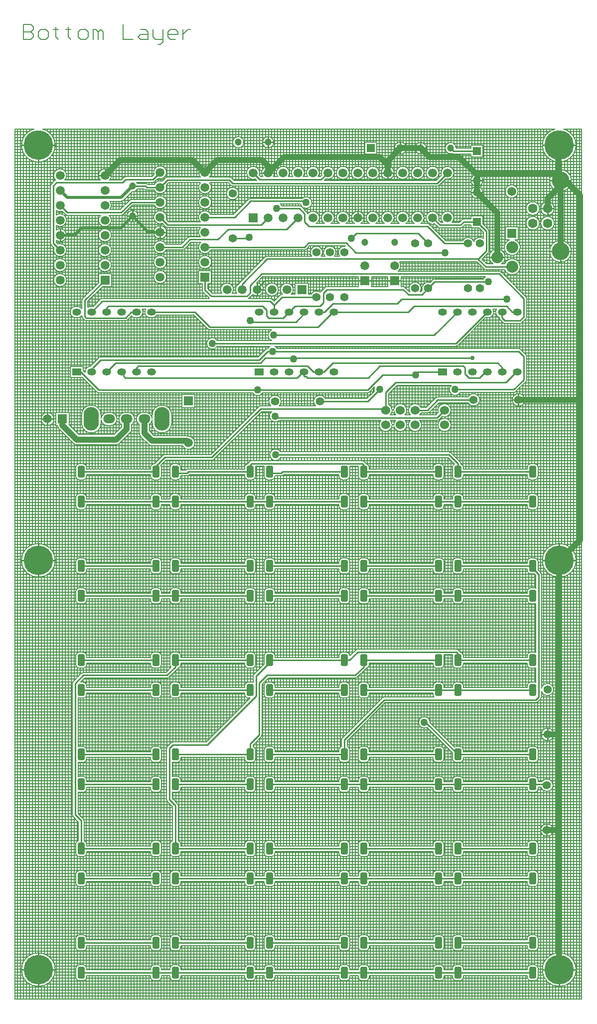
<source format=gbl>
%FSLAX25Y25*%
%MOIN*%
G70*
G01*
G75*
G04 Layer_Physical_Order=2*
G04 Layer_Color=16711680*
%ADD10C,0.01000*%
%ADD11C,0.02000*%
%ADD12C,0.04000*%
%ADD13C,0.02500*%
%ADD14C,0.00600*%
%ADD15C,0.11811*%
%ADD16C,0.06299*%
%ADD17C,0.05512*%
%ADD18C,0.06000*%
%ADD19O,0.10236X0.15748*%
%ADD20O,0.07874X0.06000*%
%ADD21C,0.19685*%
G04:AMPARAMS|DCode=22|XSize=47.24mil|YSize=80mil|CornerRadius=11.81mil|HoleSize=0mil|Usage=FLASHONLY|Rotation=0.000|XOffset=0mil|YOffset=0mil|HoleType=Round|Shape=RoundedRectangle|*
%AMROUNDEDRECTD22*
21,1,0.04724,0.05638,0,0,0.0*
21,1,0.02362,0.08000,0,0,0.0*
1,1,0.02362,0.01181,-0.02819*
1,1,0.02362,-0.01181,-0.02819*
1,1,0.02362,-0.01181,0.02819*
1,1,0.02362,0.01181,0.02819*
%
%ADD22ROUNDEDRECTD22*%
%ADD23C,0.04724*%
%ADD24O,0.06000X0.04724*%
%ADD25R,0.06000X0.04724*%
%ADD26C,0.05906*%
%ADD27R,0.05906X0.05906*%
%ADD28R,0.05315X0.05315*%
%ADD29C,0.05315*%
%ADD30R,0.05906X0.05906*%
%ADD31C,0.08000*%
%ADD32R,0.05315X0.05315*%
%ADD33R,0.05906X0.05906*%
%ADD34C,0.05906*%
%ADD35C,0.05000*%
%ADD36C,0.03000*%
%ADD37C,0.00800*%
%ADD38C,0.03937*%
D10*
X358268Y565929D02*
Y576772D01*
X347425D02*
X358268D01*
X369110D01*
X359055Y553228D02*
Y560134D01*
Y553228D02*
X365961D01*
X359055Y546323D02*
Y553228D01*
X352150D02*
X359055D01*
X350394Y534449D02*
X354543D01*
X350394D02*
Y538598D01*
X346244Y534449D02*
X350394D01*
Y530299D02*
Y534449D01*
X359055Y505827D02*
Y512732D01*
Y498921D02*
Y505827D01*
X352150D02*
X359055D01*
X365961D01*
X316772Y501968D02*
Y506968D01*
Y501968D02*
X321772D01*
X311772D02*
X316772D01*
X303150Y553150D02*
X306807D01*
X303150D02*
Y556807D01*
X299492Y553150D02*
X303150D01*
Y545276D02*
X306807D01*
X303150Y541618D02*
Y545276D01*
X299492D02*
X303150D01*
X331000Y406496D02*
X334756D01*
X331000D02*
Y410252D01*
Y402740D02*
Y406496D01*
X327244D02*
X331000D01*
X358268Y299213D02*
X369110D01*
X358268D02*
Y310055D01*
X347425Y299213D02*
X358268D01*
X265591Y574803D02*
X268953D01*
X262228D02*
X265591D01*
Y578165D01*
Y571441D02*
Y574803D01*
X251969D02*
Y578461D01*
X248311Y574803D02*
X251969D01*
X255626D01*
X251969Y571146D02*
Y574803D01*
X243504Y558307D02*
X247457D01*
X243504Y554354D02*
Y558307D01*
Y562260D01*
X239551Y558307D02*
X243504D01*
X244079Y486220D02*
X248032D01*
X251984D01*
X228346D02*
X232299D01*
X223504Y528307D02*
Y532260D01*
Y528307D02*
X227457D01*
X219551D02*
X223504D01*
X224394Y486220D02*
X228346D01*
X358268Y288370D02*
Y299213D01*
X350394Y182835D02*
Y186591D01*
X346638Y182835D02*
X350394D01*
X354150D01*
X350394Y179079D02*
Y182835D01*
X350000Y118858D02*
Y122614D01*
Y115102D02*
Y118858D01*
X353756D01*
X346244D02*
X350000D01*
X358268Y25591D02*
Y36433D01*
Y25591D02*
X369110D01*
X358268Y14748D02*
Y25591D01*
X347425D02*
X358268D01*
X163543Y578740D02*
Y582102D01*
Y578740D02*
X166906D01*
X160181D02*
X163543D01*
Y575378D02*
Y578740D01*
X163504Y558307D02*
Y562260D01*
Y558307D02*
X167457D01*
X159551D02*
X163504D01*
X156024Y480315D02*
X159976D01*
X156024Y476362D02*
Y480315D01*
Y484268D01*
X121299Y558622D02*
Y562575D01*
X117347Y558622D02*
X121299D01*
X125252D01*
X54370Y556654D02*
X58323D01*
X54370D02*
Y560606D01*
X91299Y518622D02*
X95252D01*
X91299D02*
Y522575D01*
Y514669D02*
Y518622D01*
X87347D02*
X91299D01*
X72835Y529370D02*
X76197D01*
X72835D02*
Y532732D01*
X69473Y529370D02*
X72835D01*
Y526008D02*
Y529370D01*
X50417Y556654D02*
X54370D01*
X24370Y516654D02*
X28323D01*
X24370D02*
Y520606D01*
X9843Y576772D02*
X20685D01*
X9843Y565929D02*
Y576772D01*
X-1000D02*
X9843D01*
X24370Y512701D02*
Y516654D01*
X16000Y393701D02*
Y397654D01*
Y393701D02*
X19953D01*
X12047D02*
X16000D01*
Y389748D02*
Y393701D01*
X9843Y299213D02*
X20685D01*
X9843D02*
Y310055D01*
X-1000Y299213D02*
X9843D01*
Y288370D02*
Y299213D01*
Y25591D02*
Y36433D01*
Y14748D02*
Y25591D01*
X20685D01*
X-1000D02*
X9843D01*
X172795Y475157D02*
X195866D01*
X167512Y469874D02*
X172795Y475157D01*
X167480Y469874D02*
X167512D01*
X182087Y458661D02*
X187480Y464055D01*
X152213Y458661D02*
X182087D01*
X151575Y459300D02*
X152213Y458661D01*
X200394Y477953D02*
X202756Y480315D01*
X200394Y471573D02*
Y477953D01*
X198138Y469318D02*
X200394Y471573D01*
X190945Y522638D02*
X270031D01*
X187992Y525591D02*
X190945Y522638D01*
X184559Y534449D02*
X187992Y531016D01*
Y525591D02*
Y531016D01*
Y539370D02*
X188976Y538386D01*
X151770Y539370D02*
X187992D01*
X276575Y394685D02*
X281496Y399606D01*
X169291Y394685D02*
X276575D01*
X168307Y395669D02*
X169291Y394685D01*
X241142Y400591D02*
X242126Y399606D01*
X158465Y400591D02*
X241142D01*
X125984Y368110D02*
X158465Y400591D01*
X277016Y406496D02*
X301000D01*
X270126Y399606D02*
X277016Y406496D01*
X261811Y399606D02*
X270126D01*
X349410Y149449D02*
X350000Y148858D01*
X340461Y149449D02*
X349410D01*
X167480Y465197D02*
Y469874D01*
X164913Y472441D02*
X167480Y469874D01*
X52677Y472441D02*
X164913D01*
X45433Y465197D02*
X52677Y472441D01*
X175866Y520669D02*
X183504Y528307D01*
X136811Y520669D02*
X175866D01*
X129921Y513779D02*
X136811Y520669D01*
X111221Y513779D02*
X129921D01*
X106063Y508622D02*
X111221Y513779D01*
X91299Y508622D02*
X106063D01*
X169291Y534449D02*
X184559D01*
X146024Y483816D02*
X162908Y500700D01*
X121299Y508622D02*
X187756D01*
X126233Y444249D02*
X289083D01*
X169251Y533424D02*
X169291Y533463D01*
X141022Y528622D02*
X151770Y539370D01*
X270031Y522638D02*
X281606Y511063D01*
X297244D01*
X167480Y465197D02*
X167953D01*
X173383Y461100D02*
X177480Y465197D01*
X163900Y461100D02*
X173383D01*
X162402Y462598D02*
X163900Y461100D01*
X162402Y462598D02*
Y466535D01*
X159837Y469100D02*
X162402Y466535D01*
X56500Y469100D02*
X159837D01*
X161600Y434400D02*
X300031D01*
X124500Y455300D02*
X196903D01*
X114603Y465197D02*
X124500Y455300D01*
X196903D02*
X206800Y465197D01*
X202756Y480315D02*
X253937D01*
X181601Y469318D02*
X198138D01*
X177480Y465197D02*
X181601Y469318D01*
X190534Y511400D02*
X215700D01*
X187756Y508622D02*
X190534Y511400D01*
X146024Y480315D02*
Y483816D01*
X161417Y486220D02*
X228346D01*
X157008Y481811D02*
X161417Y486220D01*
X157008Y480315D02*
Y481811D01*
X150138Y514528D02*
X150808Y515198D01*
X139764Y514528D02*
X150138D01*
X187480Y464055D02*
Y465197D01*
X167323Y449803D02*
X274638D01*
X290031Y465197D01*
X289083Y444249D02*
X310031Y465197D01*
X253937Y480315D02*
X257452Y476800D01*
X266359D01*
X263968Y517717D02*
X270622Y511063D01*
X222416Y517717D02*
X263968D01*
X219100Y514400D02*
X222416Y517717D01*
X278411Y523400D02*
X292200D01*
X273504Y528307D02*
X278411Y523400D01*
X55433Y425197D02*
X61536Y431300D01*
X280031Y425197D02*
X280031Y425197D01*
X263997Y425197D02*
X280031D01*
X262100Y423300D02*
X263997Y425197D01*
X240229Y423300D02*
X262100D01*
X230129Y413200D02*
X240229Y423300D01*
X156500Y413200D02*
X230129D01*
X230315Y405512D02*
X238189Y413386D01*
X198071Y405512D02*
X230315D01*
X268965Y190945D02*
X290461Y169449D01*
X268000Y190945D02*
X268965D01*
X94488Y368110D02*
X125984D01*
X88492Y362114D02*
X94488Y368110D01*
X88492Y358425D02*
Y362114D01*
X72087Y538622D02*
X91299D01*
X65265Y531800D02*
X72087Y538622D01*
X29224Y531800D02*
X65265D01*
X290461Y43465D02*
X340461D01*
X290461Y106457D02*
X340461D01*
X290461Y169449D02*
X340461D01*
X227469Y106457D02*
X277469D01*
X227469Y43465D02*
X277469D01*
X227469Y169449D02*
X277469D01*
X290461Y358425D02*
X340461D01*
X164476Y106457D02*
X214476D01*
X164476Y43465D02*
X214476D01*
X164476Y169449D02*
X214476D01*
X290461Y295433D02*
X340461D01*
X101484Y43465D02*
X151484D01*
X101484Y106457D02*
X151484D01*
X290461Y232441D02*
X340461D01*
X164476D02*
X214476D01*
X101484Y169449D02*
X151484D01*
X38492Y43465D02*
X88492D01*
X164476Y295433D02*
X214476D01*
X101484Y232441D02*
X151484D01*
X38492Y106457D02*
X88492D01*
X227469Y295433D02*
X277469D01*
X101484D02*
X151484D01*
X227469Y358425D02*
X277469D01*
X38492Y169449D02*
X88492D01*
X38492Y295433D02*
X88492D01*
X38492Y232441D02*
X88492D01*
X38492Y358425D02*
X88492D01*
X277469Y275433D02*
X290461D01*
X227469D02*
X277469D01*
X290461D02*
X340461D01*
X277469Y212441D02*
X290461D01*
X227469D02*
X277469D01*
X290461D02*
X340461D01*
X277469Y338425D02*
X290461D01*
X227469D02*
X277469D01*
X290461D02*
X340461D01*
X164476Y275433D02*
X214476D01*
X164476Y212441D02*
X214476D01*
X88492Y338425D02*
X101484D01*
X38492D02*
X88492D01*
X101484D02*
X151484D01*
X164476D01*
X214476D01*
Y149449D02*
X227469D01*
X164476D02*
X214476D01*
X227469D02*
X277469D01*
X290461D01*
X340461D01*
X151484Y86457D02*
X164476D01*
X101484D02*
X151484D01*
X164476D02*
X214476D01*
X227469D01*
X277469D01*
X290461D01*
X340461D01*
X101484Y149449D02*
X151484D01*
X101484Y212441D02*
X151484D01*
X88492Y275433D02*
X101484D01*
X151484D01*
X38492D02*
X88492D01*
Y23465D02*
X101484D01*
X151484D01*
X38492D02*
X88492D01*
X151484D02*
X164476D01*
X214476D01*
X227469D01*
X277469D01*
X290461D01*
X340461D01*
X38492Y86457D02*
X88492D01*
X38492Y149449D02*
X88492D01*
X38492Y212441D02*
X88492D01*
X228346Y486220D02*
X248032D01*
X72835Y549370D02*
X81600D01*
X82348Y548622D01*
X91299D01*
X290461Y232441D02*
Y237000D01*
X289461Y238000D02*
X290461Y237000D01*
X223500Y238000D02*
X289461D01*
X217900Y232400D02*
X223500Y238000D01*
X214476Y232400D02*
Y232441D01*
X227469D02*
X277469D01*
X151484Y358425D02*
Y363000D01*
X152484Y364000D01*
X226469D01*
X227469Y363000D01*
Y358425D02*
Y363000D01*
X164476Y357605D02*
Y358425D01*
X172196Y357605D02*
X173017Y358425D01*
X214476D01*
X75400Y425197D02*
X75433D01*
X75400Y428000D02*
X76500Y429100D01*
X190000D01*
X193903Y425197D01*
X197480D01*
X186800D02*
X187480D01*
X182903Y421300D02*
X186800Y425197D01*
X68000Y421300D02*
X182903D01*
X66900Y422400D02*
X68000Y421300D01*
X65433Y425197D02*
X66900D01*
X55400Y468000D02*
X56500Y469100D01*
X55400Y465197D02*
X55433D01*
X266359Y476800D02*
X270622Y481063D01*
X101484Y357605D02*
Y358425D01*
X109202Y357605D02*
X110023Y358425D01*
X151484D01*
X320000Y465197D02*
X320031D01*
X320000Y461400D02*
X322000Y459400D01*
X332000D01*
X334600Y462000D01*
Y474200D01*
X318100Y490700D02*
X334600Y474200D01*
X159200Y490700D02*
X318100D01*
X151500Y483000D02*
X159200Y490700D01*
X151500Y478000D02*
Y483000D01*
X149300Y475800D02*
X151500Y478000D01*
X125499Y475800D02*
X149300D01*
X121299Y480000D02*
X125499Y475800D01*
X121299Y480000D02*
Y488622D01*
X197480Y465197D02*
X201097D01*
X206800Y470900D01*
X249800D01*
X252700Y473800D01*
X323200D01*
X327000Y465197D02*
X330031D01*
X323097Y469100D02*
X327000Y465197D01*
X261100Y469100D02*
X323097D01*
X257197Y465197D02*
X261100Y469100D01*
X207480Y465197D02*
X257197D01*
X206800D02*
X207480D01*
X85433D02*
X114603D01*
X40900Y473184D02*
X54370Y486654D01*
X40900Y462400D02*
Y473184D01*
Y462400D02*
X42000Y461300D01*
X68103D01*
X72000Y465197D01*
X75433D01*
X45433D02*
X47874D01*
X158500Y431300D02*
X161600Y434400D01*
X331300Y438900D02*
X334600Y435600D01*
Y419986D02*
Y435600D01*
X328000Y413386D02*
X334600Y419986D01*
X288622Y413386D02*
X328000D01*
X168500Y369800D02*
X284661D01*
X290461Y364000D01*
Y358425D02*
Y364000D01*
X308700Y425197D02*
X310031D01*
X304803Y421300D02*
X308700Y425197D01*
X297800Y421300D02*
X304803D01*
X295100Y424000D02*
X297800Y421300D01*
X295100Y424000D02*
Y428000D01*
X294041Y429059D02*
X295100Y428000D01*
X238159Y429059D02*
X294041D01*
X230400Y421300D02*
X238159Y429059D01*
X189800Y421300D02*
X230400D01*
X188800Y422300D02*
X189800Y421300D01*
X187480Y422300D02*
X188800D01*
X187480D02*
Y425197D01*
X197480D02*
X201000D01*
X206862Y431059D01*
X317041D01*
X320100Y428000D01*
X320031Y425197D02*
X320100D01*
X270622Y481063D02*
X274959Y485400D01*
X310900D01*
X86577Y553900D02*
X91299Y558622D01*
X68300Y553900D02*
X86577D01*
X66100Y551700D02*
X68300Y553900D01*
X22000Y551700D02*
X66100D01*
X19900Y549600D02*
X22000Y551700D01*
X19900Y511124D02*
Y549600D01*
Y511124D02*
X24370Y506654D01*
X198997Y553800D02*
X203504Y558307D01*
X158011Y553800D02*
X198997D01*
X153504Y558307D02*
X158011Y553800D01*
X276497Y551300D02*
X283504Y558307D01*
X139971Y551300D02*
X276497D01*
X137671Y553600D02*
X139971Y551300D01*
X96277Y553600D02*
X137671D01*
X91299Y548622D02*
X96277Y553600D01*
X35433Y425197D02*
X38100D01*
X50097Y413200D02*
X156500D01*
X227469Y228000D02*
Y232441D01*
X221969Y222500D02*
X227469Y228000D01*
X162900Y222500D02*
X221969D01*
X157500Y217100D02*
X162900Y222500D01*
X157500Y182500D02*
Y217100D01*
X151484Y176484D02*
X157500Y182500D01*
X151484Y169449D02*
Y176484D01*
X164476Y230900D02*
Y232441D01*
X155500Y221924D02*
X164476Y230900D01*
X155500Y208500D02*
Y221924D01*
X122900Y175900D02*
X155500Y208500D01*
X100000Y175900D02*
X122900D01*
X97500Y173400D02*
X100000Y175900D01*
X97500Y139300D02*
Y173400D01*
Y139300D02*
X101484Y135316D01*
Y106457D02*
Y135316D01*
X340461Y293900D02*
Y295433D01*
Y293900D02*
X344500Y289861D01*
Y208000D02*
Y289861D01*
X342500Y206000D02*
X344500Y208000D01*
X241200Y206000D02*
X342500D01*
X214476Y179276D02*
X241200Y206000D01*
X214476Y169449D02*
Y179276D01*
X157500Y433300D02*
X163100Y438900D01*
X51400Y433300D02*
X157500D01*
X46100Y428000D02*
X51400Y433300D01*
X45433Y425197D02*
X46100D01*
X121299Y528622D02*
X141022D01*
X222300Y504800D02*
X282000D01*
X215700Y511400D02*
X222300Y504800D01*
X38492Y106457D02*
Y125100D01*
X34500Y129092D02*
X38492Y125100D01*
X34500Y129092D02*
Y216900D01*
X40000Y222400D01*
X95884D01*
X101484Y228000D01*
Y232441D01*
X242126Y399606D02*
Y411426D01*
X248900Y418200D01*
X322403D01*
X329400Y425197D01*
X330031D01*
X24370Y536654D02*
X29224Y531800D01*
X91299Y528622D02*
X96321Y523600D01*
X158797D01*
X163504Y528307D01*
X285591Y574803D02*
X287559Y572835D01*
X303150D01*
X292200Y523400D02*
X294391Y525591D01*
X303150D01*
X309132Y495468D02*
X326772D01*
X162908Y500700D02*
X303900D01*
X303950Y500650D02*
X309400Y506100D01*
Y519340D01*
X303150Y525591D02*
X309400Y519340D01*
X75400Y425197D02*
Y428000D01*
X320100Y425197D02*
Y428000D01*
X55400Y465197D02*
Y468000D01*
X38100Y425197D02*
X50097Y413200D01*
X46100Y425197D02*
Y428000D01*
X163100Y438900D02*
X166500D01*
X331300D01*
X66900Y422400D02*
Y425197D01*
X214476Y232400D02*
X217900D01*
X164476Y357605D02*
X172196D01*
X101484D02*
X109202D01*
X320000Y461400D02*
Y465197D01*
X61536Y431300D02*
X158500D01*
X303900Y500700D02*
X303950Y500650D01*
X309132Y495468D01*
D11*
X65118Y521654D02*
X72835Y529370D01*
X83583Y518622D02*
X91299D01*
X72835Y529370D02*
X83583Y518622D01*
X38824Y521654D02*
X65118D01*
X33824Y516654D02*
X38824Y521654D01*
X24370Y516654D02*
X33824D01*
X65166Y541701D02*
X72835Y549370D01*
X52319Y541701D02*
X65166D01*
X52219Y541800D02*
X52319Y541701D01*
X29224Y541800D02*
X52219D01*
X24370Y546654D02*
X29224Y541800D01*
D12*
X26000Y389496D02*
Y393701D01*
Y389496D02*
X35496Y380000D01*
X61890D01*
X68898Y387008D01*
Y393701D01*
X358071Y557480D02*
X360664Y554764D01*
X359055Y550000D02*
X362205Y553150D01*
X350394Y541339D02*
X359055Y550000D01*
X362205Y553150D02*
X372047Y543307D01*
X360664Y554764D02*
X362205Y553150D01*
X359055Y505827D02*
Y550000D01*
X350394Y534449D02*
Y541339D01*
X372047Y406496D02*
Y543307D01*
Y312992D02*
Y406496D01*
X331000D02*
X372047D01*
X358268Y183071D02*
Y299213D01*
Y25591D02*
Y183071D01*
X358032Y182835D02*
X358268Y183071D01*
X350394Y182835D02*
X358032D01*
X350000Y118858D02*
X358032D01*
X303937Y557480D02*
X358071D01*
X357283Y575787D02*
X358268Y576772D01*
X357283Y575787D02*
X358071Y557480D01*
X358268Y299213D02*
X372047Y312992D01*
X303150Y545276D02*
Y553150D01*
X303150Y557087D02*
X303937Y557480D01*
X303150Y553150D02*
X303937Y557480D01*
X316772Y501968D02*
Y531654D01*
X271654Y568898D02*
X291339D01*
X265748Y574803D02*
X271654Y568898D01*
X265591Y574803D02*
X265748D01*
X251969D02*
X265591D01*
X243504Y563583D02*
Y566339D01*
Y558307D02*
Y563583D01*
X303150Y545276D02*
X316772Y531654D01*
X291339Y568898D02*
X303150Y557087D01*
X243504Y566339D02*
X251969Y574803D01*
X163504Y558307D02*
Y562874D01*
X159449Y566929D02*
X163504Y562874D01*
X129606Y566929D02*
X159449D01*
X54370Y556654D02*
X64645Y566929D01*
X112992D01*
X163504Y558307D02*
X174095Y568898D01*
X121299Y558622D02*
X129606Y566929D01*
X112992D02*
X121299Y558622D01*
X238189Y568898D02*
X243504Y563583D01*
X174095Y568898D02*
X238189D01*
D14*
X-135Y657429D02*
Y647432D01*
X4864D01*
X6530Y649098D01*
Y650765D01*
X4864Y652431D01*
X-135D01*
X4864D01*
X6530Y654097D01*
Y655763D01*
X4864Y657429D01*
X-135D01*
X11528Y647432D02*
X14861D01*
X16527Y649098D01*
Y652431D01*
X14861Y654097D01*
X11528D01*
X9862Y652431D01*
Y649098D01*
X11528Y647432D01*
X21525Y655763D02*
Y654097D01*
X19859D01*
X23191D01*
X21525D01*
Y649098D01*
X23191Y647432D01*
X29856Y655763D02*
Y654097D01*
X28190D01*
X31522D01*
X29856D01*
Y649098D01*
X31522Y647432D01*
X38186D02*
X41519D01*
X43185Y649098D01*
Y652431D01*
X41519Y654097D01*
X38186D01*
X36520Y652431D01*
Y649098D01*
X38186Y647432D01*
X46517D02*
Y654097D01*
X48183D01*
X49849Y652431D01*
Y647432D01*
Y652431D01*
X51515Y654097D01*
X53181Y652431D01*
Y647432D01*
X66510Y657429D02*
Y647432D01*
X73175D01*
X78173Y654097D02*
X81506D01*
X83172Y652431D01*
Y647432D01*
X78173D01*
X76507Y649098D01*
X78173Y650765D01*
X83172D01*
X86504Y654097D02*
Y649098D01*
X88170Y647432D01*
X93168D01*
Y645766D01*
X91502Y644100D01*
X89836D01*
X93168Y647432D02*
Y654097D01*
X101499Y647432D02*
X98167D01*
X96501Y649098D01*
Y652431D01*
X98167Y654097D01*
X101499D01*
X103165Y652431D01*
Y650765D01*
X96501D01*
X106498Y654097D02*
Y647432D01*
Y650765D01*
X108164Y652431D01*
X109830Y654097D01*
X111496D01*
D15*
X359055Y553228D02*
D03*
Y505827D02*
D03*
D16*
X350394Y534449D02*
D03*
Y524606D02*
D03*
X340551D02*
D03*
Y534449D02*
D03*
D17*
X301000Y406496D02*
D03*
X331000D02*
D03*
X350394Y212835D02*
D03*
Y182835D02*
D03*
X350000Y148858D02*
D03*
Y118858D02*
D03*
X204725Y475157D02*
D03*
Y505157D02*
D03*
X168071Y405512D02*
D03*
X198071D02*
D03*
X214567Y475157D02*
D03*
Y505157D02*
D03*
X305118Y481063D02*
D03*
Y511063D02*
D03*
X297244Y481063D02*
D03*
Y511063D02*
D03*
X261811Y481063D02*
D03*
Y511063D02*
D03*
X270622Y481063D02*
D03*
Y511063D02*
D03*
X139764Y544528D02*
D03*
Y514528D02*
D03*
X195866Y505158D02*
D03*
Y475157D02*
D03*
D18*
X281496Y399606D02*
D03*
X261811D02*
D03*
X242126D02*
D03*
X251969D02*
D03*
X281496Y389764D02*
D03*
X261811D02*
D03*
X251969D02*
D03*
X242126D02*
D03*
D19*
X45276Y393701D02*
D03*
X92520D02*
D03*
D20*
X57087D02*
D03*
X68898D02*
D03*
X80709D02*
D03*
D21*
X358268Y299213D02*
D03*
X9843D02*
D03*
Y25591D02*
D03*
X358268D02*
D03*
X9843Y576772D02*
D03*
X358268D02*
D03*
D22*
X290461Y275433D02*
D03*
X340461Y295433D02*
D03*
Y275433D02*
D03*
X290461Y295433D02*
D03*
X227469D02*
D03*
X277469Y275433D02*
D03*
Y295433D02*
D03*
X227469Y275433D02*
D03*
X164476D02*
D03*
X214476Y295433D02*
D03*
Y275433D02*
D03*
X164476Y295433D02*
D03*
X101484D02*
D03*
X151484Y275433D02*
D03*
Y295433D02*
D03*
X101484Y275433D02*
D03*
X38492D02*
D03*
X88492Y295433D02*
D03*
Y275433D02*
D03*
X38492Y295433D02*
D03*
X290461Y232441D02*
D03*
X340461Y212441D02*
D03*
Y232441D02*
D03*
X290461Y212441D02*
D03*
X227469D02*
D03*
X277469Y232441D02*
D03*
Y212441D02*
D03*
X227469Y232441D02*
D03*
X164476D02*
D03*
X214476Y212441D02*
D03*
Y232441D02*
D03*
X164476Y212441D02*
D03*
X101484D02*
D03*
X151484Y232441D02*
D03*
Y212441D02*
D03*
X101484Y232441D02*
D03*
X38492D02*
D03*
X88492Y212441D02*
D03*
Y232441D02*
D03*
X38492Y212441D02*
D03*
X290461Y149449D02*
D03*
X340461Y169449D02*
D03*
Y149449D02*
D03*
X290461Y169449D02*
D03*
X227469D02*
D03*
X277469Y149449D02*
D03*
Y169449D02*
D03*
X227469Y149449D02*
D03*
X164476D02*
D03*
X214476Y169449D02*
D03*
Y149449D02*
D03*
X164476Y169449D02*
D03*
X101484D02*
D03*
X151484Y149449D02*
D03*
Y169449D02*
D03*
X101484Y149449D02*
D03*
X38492D02*
D03*
X88492Y169449D02*
D03*
Y149449D02*
D03*
X38492Y169449D02*
D03*
X290461Y106457D02*
D03*
X340461Y86457D02*
D03*
Y106457D02*
D03*
X290461Y86457D02*
D03*
X227469D02*
D03*
X277469Y106457D02*
D03*
Y86457D02*
D03*
X227469Y106457D02*
D03*
X164476D02*
D03*
X214476Y86457D02*
D03*
Y106457D02*
D03*
X164476Y86457D02*
D03*
X101484D02*
D03*
X151484Y106457D02*
D03*
Y86457D02*
D03*
X101484Y106457D02*
D03*
X38492D02*
D03*
X88492Y86457D02*
D03*
Y106457D02*
D03*
X38492Y86457D02*
D03*
X290461Y23465D02*
D03*
X340461Y43465D02*
D03*
Y23465D02*
D03*
X290461Y43465D02*
D03*
X227469D02*
D03*
X277469Y23465D02*
D03*
Y43465D02*
D03*
X227469Y23465D02*
D03*
X164476D02*
D03*
X214476Y43465D02*
D03*
Y23465D02*
D03*
X164476Y43465D02*
D03*
X101484D02*
D03*
X151484Y23465D02*
D03*
Y43465D02*
D03*
X101484Y23465D02*
D03*
X38492D02*
D03*
X88492Y43465D02*
D03*
Y23465D02*
D03*
X38492Y43465D02*
D03*
Y358425D02*
D03*
X88492Y338425D02*
D03*
Y358425D02*
D03*
X38492Y338425D02*
D03*
X101484D02*
D03*
X151484Y358425D02*
D03*
Y338425D02*
D03*
X101484Y358425D02*
D03*
X164476D02*
D03*
X214476Y338425D02*
D03*
Y358425D02*
D03*
X164476Y338425D02*
D03*
X227469D02*
D03*
X277469Y358425D02*
D03*
Y338425D02*
D03*
X227469Y358425D02*
D03*
X290461D02*
D03*
X340461Y338425D02*
D03*
Y358425D02*
D03*
X290461Y338425D02*
D03*
D23*
X72835Y549370D02*
D03*
Y529370D02*
D03*
X228189Y511811D02*
D03*
X248189D02*
D03*
X285591Y574803D02*
D03*
X265591D02*
D03*
X143543Y578740D02*
D03*
X163543D02*
D03*
D24*
X330031Y465197D02*
D03*
X320031D02*
D03*
X310031D02*
D03*
X300031D02*
D03*
X290031D02*
D03*
X280031D02*
D03*
X330031Y425197D02*
D03*
X320031D02*
D03*
X310031D02*
D03*
X300031D02*
D03*
X290031D02*
D03*
X207480Y465197D02*
D03*
X197480D02*
D03*
X187480D02*
D03*
X177480D02*
D03*
X167480D02*
D03*
X157480D02*
D03*
X207480Y425197D02*
D03*
X197480D02*
D03*
X187480D02*
D03*
X177480D02*
D03*
X167480D02*
D03*
X85433Y465197D02*
D03*
X75433D02*
D03*
X65433D02*
D03*
X55433D02*
D03*
X45433D02*
D03*
X35433D02*
D03*
X85433Y425197D02*
D03*
X75433D02*
D03*
X65433D02*
D03*
X55433D02*
D03*
X45433D02*
D03*
D25*
X280031D02*
D03*
X157480D02*
D03*
X35433D02*
D03*
D26*
X283504Y558307D02*
D03*
X273504D02*
D03*
X263504D02*
D03*
X253504D02*
D03*
X243504D02*
D03*
X233504D02*
D03*
X223504D02*
D03*
X213504D02*
D03*
X203504D02*
D03*
X193504D02*
D03*
X183504D02*
D03*
X173504D02*
D03*
X163504D02*
D03*
X153504D02*
D03*
X283504Y528307D02*
D03*
X273504D02*
D03*
X263504D02*
D03*
X253504D02*
D03*
X243504D02*
D03*
X233504D02*
D03*
X223504D02*
D03*
X213504D02*
D03*
X203504D02*
D03*
X193504D02*
D03*
X183504D02*
D03*
X173504D02*
D03*
X163504D02*
D03*
X16000Y393701D02*
D03*
X110236Y377756D02*
D03*
X176024Y480315D02*
D03*
X166024D02*
D03*
X156024D02*
D03*
X146024D02*
D03*
X136024D02*
D03*
X248032Y496220D02*
D03*
X228346D02*
D03*
X326378Y545866D02*
D03*
D27*
X153504Y528307D02*
D03*
X110236Y405709D02*
D03*
X248032Y486220D02*
D03*
X228346D02*
D03*
X326378Y517913D02*
D03*
D28*
X232284Y574803D02*
D03*
D29*
X251969D02*
D03*
X303150Y545276D02*
D03*
Y553150D02*
D03*
D30*
X26000Y393701D02*
D03*
X186024Y480315D02*
D03*
D31*
X326772Y508468D02*
D03*
X316772Y501968D02*
D03*
X326772Y495468D02*
D03*
D32*
X303150Y525591D02*
D03*
Y572835D02*
D03*
D33*
X54370Y486654D02*
D03*
X121299Y488622D02*
D03*
D34*
X54370Y496654D02*
D03*
Y506654D02*
D03*
Y516654D02*
D03*
Y526654D02*
D03*
Y536654D02*
D03*
Y546654D02*
D03*
Y556654D02*
D03*
X24370Y486654D02*
D03*
Y496654D02*
D03*
Y506654D02*
D03*
Y516654D02*
D03*
Y526654D02*
D03*
Y536654D02*
D03*
Y546654D02*
D03*
Y556654D02*
D03*
X121299Y498622D02*
D03*
Y508622D02*
D03*
Y518622D02*
D03*
Y528622D02*
D03*
Y538622D02*
D03*
Y548622D02*
D03*
Y558622D02*
D03*
X91299Y488622D02*
D03*
Y498622D02*
D03*
Y508622D02*
D03*
Y518622D02*
D03*
Y528622D02*
D03*
Y538622D02*
D03*
Y548622D02*
D03*
Y558622D02*
D03*
D35*
X168307Y395669D02*
D03*
X126233Y444249D02*
D03*
X188976Y538386D02*
D03*
X169291Y534449D02*
D03*
X151575Y459646D02*
D03*
X150808Y515198D02*
D03*
X167323Y449803D02*
D03*
X268000Y190945D02*
D03*
X288622Y413386D02*
D03*
X323200Y473800D02*
D03*
X180400Y434000D02*
D03*
X166500Y438900D02*
D03*
X168500Y369800D02*
D03*
X262100Y423300D02*
D03*
X310900Y485400D02*
D03*
X219100Y514400D02*
D03*
X156500Y413200D02*
D03*
X282000Y504800D02*
D03*
X238189Y413386D02*
D03*
D36*
X300031Y434400D02*
D03*
D37*
X369510Y576772D02*
G03*
X361297Y587598I-11242J0D01*
G01*
X355239D02*
G03*
X369510Y576772I3029J-10827D01*
G01*
X366361Y553228D02*
G03*
X366361Y553228I-7305J0D01*
G01*
X354943Y524606D02*
G03*
X354943Y524606I-4550J0D01*
G01*
Y534449D02*
G03*
X354943Y534449I-4550J0D01*
G01*
X330731Y545866D02*
G03*
X330731Y545866I-4353J0D01*
G01*
X345101Y534449D02*
G03*
X345101Y534449I-4550J0D01*
G01*
Y524606D02*
G03*
X345101Y524606I-4550J0D01*
G01*
X311300Y519340D02*
G03*
X310743Y520684I-1900J0D01*
G01*
X311300Y519340D02*
G03*
X310741Y520686I-1900J0D01*
G01*
X366361Y505827D02*
G03*
X366361Y505827I-7305J0D01*
G01*
X324974Y513561D02*
G03*
X332172Y508468I1797J-5092D01*
G01*
D02*
G03*
X328569Y513561I-5400J0D01*
G01*
X321717Y493568D02*
G03*
X332172Y495468I5055J1900D01*
G01*
D02*
G03*
X321717Y497368I-5400J0D01*
G01*
X322172Y501968D02*
G03*
X313943Y497368I-5400J0D01*
G01*
X310741Y504754D02*
G03*
X311300Y506100I-1341J1346D01*
G01*
X310743Y504756D02*
G03*
X311300Y506100I-1343J1343D01*
G01*
X319600Y497368D02*
G03*
X322172Y501968I-2828J4600D01*
G01*
X319443Y492043D02*
G03*
X318100Y492600I-1343J-1343D01*
G01*
X319446Y492041D02*
G03*
X318100Y492600I-1346J-1341D01*
G01*
X304131Y549213D02*
G03*
X307207Y553150I-981J3937D01*
G01*
D02*
G03*
X302168Y549213I-4058J0D01*
G01*
X307207Y545276D02*
G03*
X304131Y549213I-4058J0D01*
G01*
X302168D02*
G03*
X307207Y545276I981J-3937D01*
G01*
X286618Y571184D02*
G03*
X287559Y570935I941J1651D01*
G01*
X286618Y571184D02*
G03*
X287559Y570935I941J1651D01*
G01*
X289353Y574803D02*
G03*
X286618Y571184I-3762J0D01*
G01*
X287857Y558307D02*
G03*
X279391Y556881I-4353J0D01*
G01*
X282078Y554194D02*
G03*
X287857Y558307I1426J4113D01*
G01*
X277857D02*
G03*
X277857Y558307I-4353J0D01*
G01*
X276497Y549400D02*
G03*
X277843Y549959I0J1900D01*
G01*
X276497Y549400D02*
G03*
X277840Y549957I0J1900D01*
G01*
X307500Y514469D02*
G03*
X301181Y512394I-2382J-3406D01*
G01*
X294391Y527491D02*
G03*
X293047Y526934I0J-1900D01*
G01*
X294391Y527491D02*
G03*
X293044Y526931I0J-1900D01*
G01*
X301181Y512394D02*
G03*
X293548Y512963I-3937J-1331D01*
G01*
X307785Y494128D02*
G03*
X309132Y493568I1346J1341D01*
G01*
X307788Y494125D02*
G03*
X309132Y493568I1343J1343D01*
G01*
X292200Y521500D02*
G03*
X293544Y522056I0J1900D01*
G01*
X292200Y521500D02*
G03*
X293546Y522059I0J1900D01*
G01*
X286651Y525300D02*
G03*
X287857Y528307I-3147J3007D01*
G01*
D02*
G03*
X280357Y525300I-4353J0D01*
G01*
X277857Y528307D02*
G03*
X274930Y524194I-4353J0D01*
G01*
X277617Y526881D02*
G03*
X277857Y528307I-4113J1426D01*
G01*
X277065Y522059D02*
G03*
X278411Y521500I1346J1341D01*
G01*
X277067Y522056D02*
G03*
X278411Y521500I1343J1343D01*
G01*
X336500Y474200D02*
G03*
X335944Y475543I-1900J0D01*
G01*
X336500Y474200D02*
G03*
X335941Y475546I-1900J0D01*
G01*
X335944Y460656D02*
G03*
X336500Y462000I-1343J1343D01*
G01*
X335941Y460654D02*
G03*
X336500Y462000I-1341J1346D01*
G01*
X332000Y457500D02*
G03*
X333346Y458059I0J1900D01*
G01*
X336500Y435600D02*
G03*
X335944Y436943I-1900J0D01*
G01*
X336500Y435600D02*
G03*
X335941Y436946I-1900J0D01*
G01*
X335944Y418642D02*
G03*
X336500Y419986I-1343J1343D01*
G01*
X335941Y418640D02*
G03*
X336500Y419986I-1341J1346D01*
G01*
X335156Y406496D02*
G03*
X335156Y406496I-4156J0D01*
G01*
X318100Y461400D02*
G03*
X318656Y460056I1900J0D01*
G01*
X316209Y467200D02*
G03*
X318100Y461664I3185J-2003D01*
G01*
Y461400D02*
G03*
X318659Y460054I1900J0D01*
G01*
X320654Y458059D02*
G03*
X322000Y457500I1346J1341D01*
G01*
X332000D02*
G03*
X333344Y458056I0J1900D01*
G01*
X320656D02*
G03*
X322000Y457500I1343J1343D01*
G01*
X314431Y465197D02*
G03*
X313854Y467200I-3762J0D01*
G01*
X310669Y461435D02*
G03*
X314431Y465197I0J3762D01*
G01*
X308990Y488800D02*
G03*
X307494Y487300I1911J-3400D01*
G01*
X308979Y461458D02*
G03*
X309394Y461435I415J3739D01*
G01*
X332646Y440241D02*
G03*
X331300Y440800I-1346J-1341D01*
G01*
X332644Y440243D02*
G03*
X331300Y440800I-1343J-1343D01*
G01*
X328000Y411486D02*
G03*
X329346Y412045I0J1900D01*
G01*
X328000Y411486D02*
G03*
X329344Y412042I0J1900D01*
G01*
X344311Y358425D02*
G03*
X344223Y359243I-3850J0D01*
G01*
Y357608D02*
G03*
X344311Y358425I-3762J817D01*
G01*
Y338425D02*
G03*
X344223Y339243I-3850J0D01*
G01*
Y361244D02*
G03*
X341642Y363825I-2581J0D01*
G01*
Y353025D02*
G03*
X344223Y355606I0J2581D01*
G01*
X339280Y363825D02*
G03*
X336698Y361244I0J-2581D01*
G01*
Y355606D02*
G03*
X339280Y353025I2581J0D01*
G01*
X344223Y341244D02*
G03*
X341642Y343825I-2581J0D01*
G01*
X339280D02*
G03*
X336698Y341244I0J-2581D01*
G01*
X344223Y337608D02*
G03*
X344311Y338425I-3762J817D01*
G01*
X341642Y333025D02*
G03*
X344223Y335606I0J2581D01*
G01*
X336698D02*
G03*
X339280Y333025I2581J0D01*
G01*
X344223Y298252D02*
G03*
X341642Y300833I-2581J0D01*
G01*
X339280D02*
G03*
X336698Y298252I0J-2581D01*
G01*
X289083Y442349D02*
G03*
X290429Y442908I0J1900D01*
G01*
X289083Y442349D02*
G03*
X290427Y442905I0J1900D01*
G01*
X286030Y416300D02*
G03*
X292028Y411486I2592J-2914D01*
G01*
X305156Y406496D02*
G03*
X297304Y408396I-4156J0D01*
G01*
Y404596D02*
G03*
X305156Y406496I3696J1900D01*
G01*
X285896Y399606D02*
G03*
X277346Y398144I-4400J0D01*
G01*
X286007Y371141D02*
G03*
X284661Y371700I-1346J-1341D01*
G01*
X280033Y395457D02*
G03*
X285896Y399606I1463J4150D01*
G01*
Y389764D02*
G03*
X285896Y389764I-4400J0D01*
G01*
X286004Y371144D02*
G03*
X284661Y371700I-1343J-1343D01*
G01*
X274959Y487300D02*
G03*
X273613Y486741I0J-1900D01*
G01*
X274959Y487300D02*
G03*
X273616Y486743I0J-1900D01*
G01*
X277016Y408396D02*
G03*
X275672Y407840I0J-1900D01*
G01*
X277016Y408396D02*
G03*
X275670Y407837I0J-1900D01*
G01*
X276575Y392785D02*
G03*
X277918Y393341I0J1900D01*
G01*
X276575Y392785D02*
G03*
X277921Y393344I0J1900D01*
G01*
X292361Y364000D02*
G03*
X291804Y365343I-1900J0D01*
G01*
X292361Y364000D02*
G03*
X291801Y365346I-1900J0D01*
G01*
X294223Y361244D02*
G03*
X292361Y363723I-2581J0D01*
G01*
X291642Y353025D02*
G03*
X294223Y355606I0J2581D01*
G01*
X286698D02*
G03*
X289280Y353025I2581J0D01*
G01*
X288190Y363584D02*
G03*
X286698Y361244I1090J-2340D01*
G01*
X294223Y341244D02*
G03*
X291642Y343825I-2581J0D01*
G01*
Y333025D02*
G03*
X294223Y335606I0J2581D01*
G01*
X289280Y343825D02*
G03*
X286698Y341244I0J-2581D01*
G01*
X294223Y298252D02*
G03*
X291642Y300833I-2581J0D01*
G01*
X289280D02*
G03*
X286698Y298252I0J-2581D01*
G01*
Y335606D02*
G03*
X289280Y333025I2581J0D01*
G01*
X286698Y359243D02*
G03*
X286698Y357608I3762J-817D01*
G01*
X281319Y358425D02*
G03*
X281231Y359243I-3850J0D01*
G01*
Y357608D02*
G03*
X281319Y358425I-3762J817D01*
G01*
X281231Y361244D02*
G03*
X278650Y363825I-2581J0D01*
G01*
X276288D02*
G03*
X273706Y361244I0J-2581D01*
G01*
X278650Y353025D02*
G03*
X281231Y355606I0J2581D01*
G01*
X273706D02*
G03*
X276288Y353025I2581J0D01*
G01*
X281231Y341244D02*
G03*
X278650Y343825I-2581J0D01*
G01*
Y333025D02*
G03*
X281231Y335606I0J2581D01*
G01*
Y298252D02*
G03*
X278650Y300833I-2581J0D01*
G01*
X273706Y335606D02*
G03*
X276288Y333025I2581J0D01*
G01*
Y343825D02*
G03*
X273706Y341244I0J-2581D01*
G01*
X276288Y300833D02*
G03*
X273706Y298252I0J-2581D01*
G01*
X269353Y574803D02*
G03*
X269353Y574803I-3762J0D01*
G01*
X256026D02*
G03*
X256026Y574803I-4058J0D01*
G01*
X267857Y558307D02*
G03*
X267857Y558307I-4353J0D01*
G01*
X257857D02*
G03*
X257857Y558307I-4353J0D01*
G01*
X237857D02*
G03*
X237857Y558307I-4353J0D01*
G01*
X247857D02*
G03*
X247857Y558307I-4353J0D01*
G01*
X271375Y523981D02*
G03*
X270031Y524538I-1343J-1343D01*
G01*
X271378Y523979D02*
G03*
X270031Y524538I-1346J-1341D01*
G01*
X265681D02*
G03*
X267857Y528307I-2177J3769D01*
G01*
D02*
G03*
X261327Y524538I-4353J0D01*
G01*
X257857Y528307D02*
G03*
X251327Y524538I-4353J0D01*
G01*
X255681D02*
G03*
X257857Y528307I-2177J3769D01*
G01*
X271892Y485020D02*
G03*
X266665Y479793I-1270J-3957D01*
G01*
X265967Y481063D02*
G03*
X258392Y478700I-4156J0D01*
G01*
X255283Y481656D02*
G03*
X253937Y482215I-1346J-1341D01*
G01*
X247857Y528307D02*
G03*
X241327Y524538I-4353J0D01*
G01*
X245681D02*
G03*
X247857Y528307I-2177J3769D01*
G01*
X235681Y524538D02*
G03*
X237857Y528307I-2177J3769D01*
G01*
D02*
G03*
X231327Y524538I-4353J0D01*
G01*
X252384Y496220D02*
G03*
X251538Y498800I-4353J0D01*
G01*
X250448Y492600D02*
G03*
X252384Y496220I-2417J3620D01*
G01*
X255280Y481659D02*
G03*
X253937Y482215I-1343J-1343D01*
G01*
X227857Y558307D02*
G03*
X227857Y558307I-4353J0D01*
G01*
X217857D02*
G03*
X217857Y558307I-4353J0D01*
G01*
X202078Y554194D02*
G03*
X207857Y558307I1426J4113D01*
G01*
D02*
G03*
X199391Y556881I-4353J0D01*
G01*
X196990Y555700D02*
G03*
X197857Y558307I-3486J2607D01*
G01*
D02*
G03*
X190018Y555700I-4353J0D01*
G01*
X187857Y558307D02*
G03*
X180018Y555700I-4353J0D01*
G01*
X186990D02*
G03*
X187857Y558307I-3486J2607D01*
G01*
X176990Y555700D02*
G03*
X177857Y558307I-3486J2607D01*
G01*
X192876Y538386D02*
G03*
X186351Y541270I-3900J0D01*
G01*
X185185Y537470D02*
G03*
X192876Y538386I3791J916D01*
G01*
X189892Y531016D02*
G03*
X189333Y532362I-1900J0D01*
G01*
X185905Y535789D02*
G03*
X184559Y536349I-1346J-1341D01*
G01*
X185903Y535792D02*
G03*
X184559Y536349I-1343J-1343D01*
G01*
X225681Y524538D02*
G03*
X227857Y528307I-2177J3769D01*
G01*
D02*
G03*
X221327Y524538I-4353J0D01*
G01*
X215681D02*
G03*
X217857Y528307I-2177J3769D01*
G01*
D02*
G03*
X211327Y524538I-4353J0D01*
G01*
X205681D02*
G03*
X207857Y528307I-2177J3769D01*
G01*
D02*
G03*
X201327Y524538I-4353J0D01*
G01*
X215139Y509274D02*
G03*
X211291Y502600I-572J-4116D01*
G01*
X208000D02*
G03*
X208880Y505157I-3276J2557D01*
G01*
D02*
G03*
X201449Y502600I-4156J0D01*
G01*
X202756Y482215D02*
G03*
X201410Y481656I0J-1900D01*
G01*
X202756Y482215D02*
G03*
X201412Y481659I0J-1900D01*
G01*
X195681Y524538D02*
G03*
X197857Y528307I-2177J3769D01*
G01*
X200022Y505158D02*
G03*
X192590Y502600I-4156J0D01*
G01*
X197857Y528307D02*
G03*
X189892Y530736I-4353J0D01*
G01*
Y531016D02*
G03*
X189336Y532359I-1900J0D01*
G01*
X187756Y506722D02*
G03*
X189102Y507281I0J1900D01*
G01*
X187756Y506722D02*
G03*
X189099Y507278I0J1900D01*
G01*
X199142Y502600D02*
G03*
X200022Y505158I-3276J2558D01*
G01*
X265230Y478700D02*
G03*
X265967Y481063I-3419J2363D01*
G01*
X265780Y401506D02*
G03*
X258612Y396585I-3969J-1900D01*
G01*
X256368Y399606D02*
G03*
X248770Y396585I-4400J0D01*
G01*
X270126Y397706D02*
G03*
X271469Y398263I0J1900D01*
G01*
X270126Y397706D02*
G03*
X271472Y398266I0J1900D01*
G01*
X266211Y389764D02*
G03*
X265010Y392785I-4400J0D01*
G01*
Y396585D02*
G03*
X265780Y397706I-3199J3021D01*
G01*
X255167Y396585D02*
G03*
X256368Y399606I-3199J3021D01*
G01*
X258612Y392785D02*
G03*
X266211Y389764I3199J-3021D01*
G01*
X256368D02*
G03*
X255167Y392785I-4400J0D01*
G01*
X248770D02*
G03*
X256368Y389764I3199J-3021D01*
G01*
X234658Y415042D02*
G03*
X234437Y412321I3531J-1656D01*
G01*
X230129Y411300D02*
G03*
X231475Y411859I0J1900D01*
G01*
X245325Y396585D02*
G03*
X246526Y399606I-3199J3021D01*
G01*
D02*
G03*
X244026Y403575I-4400J0D01*
G01*
X230129Y411300D02*
G03*
X231473Y411857I0J1900D01*
G01*
X246526Y389764D02*
G03*
X245325Y392785I-4400J0D01*
G01*
X238927D02*
G03*
X246526Y389764I3199J-3021D01*
G01*
X229208Y363764D02*
G03*
X228812Y364344I-1740J-764D01*
G01*
X231231Y361244D02*
G03*
X229208Y363764I-2581J0D01*
G01*
X229208Y363764D02*
G03*
X228809Y364346I-1740J-764D01*
G01*
X231231Y341244D02*
G03*
X228650Y343825I-2581J0D01*
G01*
Y353025D02*
G03*
X231231Y355606I0J2581D01*
G01*
Y298252D02*
G03*
X228650Y300833I-2581J0D01*
G01*
Y333025D02*
G03*
X231231Y335606I0J2581D01*
G01*
X201767Y407412D02*
G03*
X195217Y402491I-3696J-1900D01*
G01*
X198534Y478344D02*
G03*
X192170Y477058I-2668J-3186D01*
G01*
X199050Y479296D02*
G03*
X198534Y478344I1343J-1343D01*
G01*
X199053Y479299D02*
G03*
X198534Y478344I1341J-1346D01*
G01*
X178911Y477058D02*
G03*
X180376Y480315I-2887J3258D01*
G01*
X227812Y365343D02*
G03*
X226469Y365900I-1343J-1343D01*
G01*
X227815Y365341D02*
G03*
X226469Y365900I-1346J-1341D01*
G01*
X223852Y362100D02*
G03*
X223706Y361244I2435J-856D01*
G01*
Y355606D02*
G03*
X226288Y353025I2581J0D01*
G01*
X223706Y359243D02*
G03*
X223706Y357608I3762J-817D01*
G01*
X218239Y361244D02*
G03*
X218093Y362100I-2581J0D01*
G01*
X218326Y358425D02*
G03*
X218239Y359243I-3850J0D01*
G01*
Y357608D02*
G03*
X218326Y358425I-3762J817D01*
G01*
X215657Y353025D02*
G03*
X218239Y355606I0J2581D01*
G01*
X226288Y343825D02*
G03*
X223706Y341244I0J-2581D01*
G01*
Y339243D02*
G03*
X223706Y337608I3762J-817D01*
G01*
X218239D02*
G03*
X218326Y338425I-3762J817D01*
G01*
D02*
G03*
X218239Y339243I-3850J0D01*
G01*
X223706Y335606D02*
G03*
X226288Y333025I2581J0D01*
G01*
Y300833D02*
G03*
X223706Y298252I0J-2581D01*
G01*
X218239Y341244D02*
G03*
X215657Y343825I-2581J0D01*
G01*
Y333025D02*
G03*
X218239Y335606I0J2581D01*
G01*
Y298252D02*
G03*
X215657Y300833I-2581J0D01*
G01*
X210714Y355606D02*
G03*
X213295Y353025I2581J0D01*
G01*
Y343825D02*
G03*
X210714Y341244I0J-2581D01*
G01*
Y335606D02*
G03*
X213295Y333025I2581J0D01*
G01*
Y300833D02*
G03*
X210714Y298252I0J-2581D01*
G01*
X369510Y299213D02*
G03*
X369510Y299213I-11242J0D01*
G01*
X344311Y295433D02*
G03*
X344223Y296251I-3850J0D01*
G01*
Y294616D02*
G03*
X344311Y295433I-3762J817D01*
G01*
X346400Y289861D02*
G03*
X345844Y291204I-1900J0D01*
G01*
X346400Y289861D02*
G03*
X345841Y291207I-1900J0D01*
G01*
X342600Y280648D02*
G03*
X341642Y280833I-958J-2397D01*
G01*
X336698Y292614D02*
G03*
X339280Y290033I2581J0D01*
G01*
Y280833D02*
G03*
X336698Y278252I0J-2581D01*
G01*
X341642Y270033D02*
G03*
X342600Y270217I0J2581D01*
G01*
Y237656D02*
G03*
X341642Y237841I-958J-2397D01*
G01*
X336698Y272614D02*
G03*
X339280Y270033I2581J0D01*
G01*
X341642Y227041D02*
G03*
X342600Y227225I0J2581D01*
G01*
X339280Y237841D02*
G03*
X336698Y235260I0J-2581D01*
G01*
Y229622D02*
G03*
X339280Y227041I2581J0D01*
G01*
X354550Y212835D02*
G03*
X346400Y213984I-4156J0D01*
G01*
Y211685D02*
G03*
X354550Y212835I3994J1150D01*
G01*
Y182835D02*
G03*
X354550Y182835I-4156J0D01*
G01*
X345844Y206657D02*
G03*
X346400Y208000I-1343J1343D01*
G01*
X345841Y206654D02*
G03*
X346400Y208000I-1341J1346D01*
G01*
X344223Y168631D02*
G03*
X344311Y169449I-3762J817D01*
G01*
D02*
G03*
X344223Y170266I-3850J0D01*
G01*
X341642Y164049D02*
G03*
X344223Y166630I0J2581D01*
G01*
X342600Y217656D02*
G03*
X341642Y217841I-958J-2397D01*
G01*
X339280D02*
G03*
X336698Y215260I0J-2581D01*
G01*
X342500Y204100D02*
G03*
X343846Y204659I0J1900D01*
G01*
X342500Y204100D02*
G03*
X343844Y204657I0J1900D01*
G01*
X344223Y172268D02*
G03*
X341642Y174849I-2581J0D01*
G01*
X339280D02*
G03*
X336698Y172268I0J-2581D01*
G01*
Y166630D02*
G03*
X339280Y164049I2581J0D01*
G01*
X291642Y290033D02*
G03*
X294223Y292614I0J2581D01*
G01*
Y278252D02*
G03*
X291642Y280833I-2581J0D01*
G01*
Y270033D02*
G03*
X294223Y272614I0J2581D01*
G01*
X290807Y239341D02*
G03*
X289461Y239900I-1346J-1341D01*
G01*
X290804Y239344D02*
G03*
X289461Y239900I-1343J-1343D01*
G01*
X294223Y235260D02*
G03*
X292192Y237782I-2581J0D01*
G01*
X292192D02*
G03*
X291801Y238346I-1732J-782D01*
G01*
X292192Y237782D02*
G03*
X291804Y238344I-1732J-782D01*
G01*
X286698Y296251D02*
G03*
X286698Y294616I3762J-817D01*
G01*
X281231D02*
G03*
X281319Y295433I-3762J817D01*
G01*
X286698Y292614D02*
G03*
X289280Y290033I2581J0D01*
G01*
Y280833D02*
G03*
X286698Y278252I0J-2581D01*
G01*
X281319Y295433D02*
G03*
X281231Y296251I-3850J0D01*
G01*
X278650Y290033D02*
G03*
X281231Y292614I0J2581D01*
G01*
Y278252D02*
G03*
X278650Y280833I-2581J0D01*
G01*
X286698Y272614D02*
G03*
X289280Y270033I2581J0D01*
G01*
X286839Y236100D02*
G03*
X286698Y235260I2441J-840D01*
G01*
Y233259D02*
G03*
X286698Y231624I3762J-817D01*
G01*
X281231D02*
G03*
X281319Y232441I-3762J817D01*
G01*
X278650Y270033D02*
G03*
X281231Y272614I0J2581D01*
G01*
X281319Y232441D02*
G03*
X281231Y233259I-3850J0D01*
G01*
Y235260D02*
G03*
X281090Y236100I-2581J0D01*
G01*
X278650Y227041D02*
G03*
X281231Y229622I0J2581D01*
G01*
X291642Y227041D02*
G03*
X294223Y229622I0J2581D01*
G01*
X291642Y164049D02*
G03*
X294223Y166630I0J2581D01*
G01*
X286698Y229622D02*
G03*
X289280Y227041I2581J0D01*
G01*
X294223Y215260D02*
G03*
X291642Y217841I-2581J0D01*
G01*
X289280D02*
G03*
X286698Y215260I0J-2581D01*
G01*
X281231D02*
G03*
X278650Y217841I-2581J0D01*
G01*
X294223Y172268D02*
G03*
X291642Y174849I-2581J0D01*
G01*
X289280D02*
G03*
X288056Y174540I0J-2581D01*
G01*
X286698Y170266D02*
G03*
X286698Y168631I3762J-817D01*
G01*
X281231D02*
G03*
X281319Y169449I-3762J817D01*
G01*
X286698Y166630D02*
G03*
X289280Y164049I2581J0D01*
G01*
X281231Y172268D02*
G03*
X278650Y174849I-2581J0D01*
G01*
X281319Y169449D02*
G03*
X281231Y170266I-3850J0D01*
G01*
X278650Y164049D02*
G03*
X281231Y166630I0J2581D01*
G01*
X354156Y148858D02*
G03*
X346673Y151349I-4156J0D01*
G01*
X346056Y147549D02*
G03*
X354156Y148858I3944J1309D01*
G01*
X344223Y152268D02*
G03*
X341642Y154849I-2581J0D01*
G01*
X354156Y118858D02*
G03*
X354156Y118858I-4156J0D01*
G01*
X341642Y144049D02*
G03*
X344223Y146630I0J2581D01*
G01*
X344311Y106457D02*
G03*
X344223Y107274I-3850J0D01*
G01*
Y105639D02*
G03*
X344311Y106457I-3762J817D01*
G01*
X344223Y109275D02*
G03*
X341642Y111857I-2581J0D01*
G01*
Y101057D02*
G03*
X344223Y103638I0J2581D01*
G01*
Y89275D02*
G03*
X341642Y91857I-2581J0D01*
G01*
X344311Y86457D02*
G03*
X344223Y87274I-3850J0D01*
G01*
Y85639D02*
G03*
X344311Y86457I-3762J817D01*
G01*
X341642Y81057D02*
G03*
X344223Y83638I0J2581D01*
G01*
X336698Y146630D02*
G03*
X339280Y144049I2581J0D01*
G01*
Y111857D02*
G03*
X336698Y109275I0J-2581D01*
G01*
X339280Y154849D02*
G03*
X336698Y152268I0J-2581D01*
G01*
Y103638D02*
G03*
X339280Y101057I2581J0D01*
G01*
X336698Y83638D02*
G03*
X339280Y81057I2581J0D01*
G01*
Y91857D02*
G03*
X336698Y89275I0J-2581D01*
G01*
X344311Y43465D02*
G03*
X344223Y44282I-3850J0D01*
G01*
X369510Y25591D02*
G03*
X369510Y25591I-11242J0D01*
G01*
X344223Y46284D02*
G03*
X341642Y48865I-2581J0D01*
G01*
X344223Y42647D02*
G03*
X344311Y43465I-3762J817D01*
G01*
X341642Y38065D02*
G03*
X344223Y40646I0J2581D01*
G01*
Y26283D02*
G03*
X341642Y28865I-2581J0D01*
G01*
X344223Y22647D02*
G03*
X344311Y23465I-3762J817D01*
G01*
D02*
G03*
X344223Y24282I-3850J0D01*
G01*
X341642Y18065D02*
G03*
X344223Y20646I0J2581D01*
G01*
X339280Y48865D02*
G03*
X336698Y46284I0J-2581D01*
G01*
Y40646D02*
G03*
X339280Y38065I2581J0D01*
G01*
Y28865D02*
G03*
X336698Y26283I0J-2581D01*
G01*
Y20646D02*
G03*
X339280Y18065I2581J0D01*
G01*
X294223Y152268D02*
G03*
X291642Y154849I-2581J0D01*
G01*
Y144049D02*
G03*
X294223Y146630I0J2581D01*
G01*
Y109275D02*
G03*
X291642Y111857I-2581J0D01*
G01*
Y101057D02*
G03*
X294223Y103638I0J2581D01*
G01*
Y89275D02*
G03*
X291642Y91857I-2581J0D01*
G01*
X289280Y154849D02*
G03*
X286698Y152268I0J-2581D01*
G01*
Y146630D02*
G03*
X289280Y144049I2581J0D01*
G01*
X281231Y152268D02*
G03*
X278650Y154849I-2581J0D01*
G01*
Y144049D02*
G03*
X281231Y146630I0J2581D01*
G01*
Y109275D02*
G03*
X278650Y111857I-2581J0D01*
G01*
X289280D02*
G03*
X286698Y109275I0J-2581D01*
G01*
Y107274D02*
G03*
X286698Y105639I3762J-817D01*
G01*
X281231D02*
G03*
X281319Y106457I-3762J817D01*
G01*
D02*
G03*
X281231Y107274I-3850J0D01*
G01*
X286698Y103638D02*
G03*
X289280Y101057I2581J0D01*
G01*
Y91857D02*
G03*
X286698Y89275I0J-2581D01*
G01*
X278650Y101057D02*
G03*
X281231Y103638I0J2581D01*
G01*
Y89275D02*
G03*
X278650Y91857I-2581J0D01*
G01*
X291642Y81057D02*
G03*
X294223Y83638I0J2581D01*
G01*
Y46284D02*
G03*
X291642Y48865I-2581J0D01*
G01*
Y38065D02*
G03*
X294223Y40646I0J2581D01*
G01*
Y26283D02*
G03*
X291642Y28865I-2581J0D01*
G01*
Y18065D02*
G03*
X294223Y20646I0J2581D01*
G01*
X286698Y83638D02*
G03*
X289280Y81057I2581J0D01*
G01*
Y48865D02*
G03*
X286698Y46284I0J-2581D01*
G01*
Y44282D02*
G03*
X286698Y42647I3762J-817D01*
G01*
Y40646D02*
G03*
X289280Y38065I2581J0D01*
G01*
X278650Y81057D02*
G03*
X281231Y83638I0J2581D01*
G01*
X281319Y43465D02*
G03*
X281231Y44282I-3850J0D01*
G01*
Y42647D02*
G03*
X281319Y43465I-3762J817D01*
G01*
X278650Y38065D02*
G03*
X281231Y40646I0J2581D01*
G01*
Y46284D02*
G03*
X278650Y48865I-2581J0D01*
G01*
X289280Y28865D02*
G03*
X286698Y26283I0J-2581D01*
G01*
Y20646D02*
G03*
X289280Y18065I2581J0D01*
G01*
X281231Y26283D02*
G03*
X278650Y28865I-2581J0D01*
G01*
Y18065D02*
G03*
X281231Y20646I0J2581D01*
G01*
X273706Y292614D02*
G03*
X276288Y290033I2581J0D01*
G01*
Y280833D02*
G03*
X273706Y278252I0J-2581D01*
G01*
Y272614D02*
G03*
X276288Y270033I2581J0D01*
G01*
X273706Y229622D02*
G03*
X276288Y227041I2581J0D01*
G01*
Y217841D02*
G03*
X273706Y215260I0J-2581D01*
G01*
X228650Y290033D02*
G03*
X231231Y292614I0J2581D01*
G01*
Y278252D02*
G03*
X228650Y280833I-2581J0D01*
G01*
Y270033D02*
G03*
X231231Y272614I0J2581D01*
G01*
X229135Y227087D02*
G03*
X231231Y229622I-485J2535D01*
G01*
X228812Y226657D02*
G03*
X229135Y227087I-1343J1343D01*
G01*
X231231Y215260D02*
G03*
X228650Y217841I-2581J0D01*
G01*
X228809Y226654D02*
G03*
X229135Y227087I-1341J1346D01*
G01*
X273706Y209622D02*
G03*
X274365Y207900I2581J0D01*
G01*
X276288Y174849D02*
G03*
X273706Y172268I0J-2581D01*
G01*
Y166630D02*
G03*
X276288Y164049I2581J0D01*
G01*
X271900Y190945D02*
G03*
X269759Y187464I-3900J0D01*
G01*
X241200Y207900D02*
G03*
X239857Y207344I0J-1900D01*
G01*
X241200Y207900D02*
G03*
X239854Y207341I0J-1900D01*
G01*
X228650Y207041D02*
G03*
X231231Y209622I0J2581D01*
G01*
Y172268D02*
G03*
X228650Y174849I-2581J0D01*
G01*
X223706Y296251D02*
G03*
X223706Y294616I3762J-817D01*
G01*
Y292614D02*
G03*
X226288Y290033I2581J0D01*
G01*
X218239Y294616D02*
G03*
X218326Y295433I-3762J817D01*
G01*
X226288Y280833D02*
G03*
X223706Y278252I0J-2581D01*
G01*
Y276251D02*
G03*
X223706Y274616I3762J-817D01*
G01*
X218326Y295433D02*
G03*
X218239Y296251I-3850J0D01*
G01*
X215657Y290033D02*
G03*
X218239Y292614I0J2581D01*
G01*
Y278252D02*
G03*
X215657Y280833I-2581J0D01*
G01*
X218326Y275433D02*
G03*
X218239Y276251I-3850J0D01*
G01*
X223706Y272614D02*
G03*
X226288Y270033I2581J0D01*
G01*
X218239Y274616D02*
G03*
X218326Y275433I-3762J817D01*
G01*
X223500Y239900D02*
G03*
X222157Y239344I0J-1900D01*
G01*
X226288Y217841D02*
G03*
X223706Y215260I0J-2581D01*
G01*
X223500Y239900D02*
G03*
X222154Y239341I0J-1900D01*
G01*
X221969Y220600D02*
G03*
X223315Y221159I0J1900D01*
G01*
X221969Y220600D02*
G03*
X223312Y221157I0J1900D01*
G01*
X215657Y270033D02*
G03*
X218239Y272614I0J2581D01*
G01*
X218234Y235421D02*
G03*
X215657Y237841I-2576J-161D01*
G01*
X218239Y215260D02*
G03*
X215657Y217841I-2581J0D01*
G01*
X210714Y292614D02*
G03*
X213295Y290033I2581J0D01*
G01*
Y280833D02*
G03*
X210714Y278252I0J-2581D01*
G01*
Y272614D02*
G03*
X213295Y270033I2581J0D01*
G01*
Y237841D02*
G03*
X210714Y235260I0J-2581D01*
G01*
X213295Y217841D02*
G03*
X210714Y215260I0J-2581D01*
G01*
X223706Y213259D02*
G03*
X223706Y211624I3762J-817D01*
G01*
X218239D02*
G03*
X218326Y212441I-3762J817D01*
G01*
X223706Y209622D02*
G03*
X226288Y207041I2581J0D01*
G01*
X218326Y212441D02*
G03*
X218239Y213259I-3850J0D01*
G01*
X210714Y209622D02*
G03*
X213295Y207041I2581J0D01*
G01*
X215657D02*
G03*
X218239Y209622I0J2581D01*
G01*
X226288Y174849D02*
G03*
X223706Y172268I0J-2581D01*
G01*
Y170266D02*
G03*
X223706Y168631I3762J-817D01*
G01*
X218239D02*
G03*
X218326Y169449I-3762J817D01*
G01*
X213133Y180620D02*
G03*
X212576Y179276I1343J-1343D01*
G01*
X213136Y180623D02*
G03*
X212576Y179276I1341J-1346D01*
G01*
X218239Y172268D02*
G03*
X216376Y174747I-2581J0D01*
G01*
X218326Y169449D02*
G03*
X218239Y170266I-3850J0D01*
G01*
X215657Y164049D02*
G03*
X218239Y166630I0J2581D01*
G01*
X212576Y174747D02*
G03*
X210714Y172268I719J-2479D01*
G01*
Y166630D02*
G03*
X213295Y164049I2581J0D01*
G01*
X276288Y154849D02*
G03*
X273706Y152268I0J-2581D01*
G01*
Y146630D02*
G03*
X276288Y144049I2581J0D01*
G01*
Y111857D02*
G03*
X273706Y109275I0J-2581D01*
G01*
Y103638D02*
G03*
X276288Y101057I2581J0D01*
G01*
Y91857D02*
G03*
X273706Y89275I0J-2581D01*
G01*
Y83638D02*
G03*
X276288Y81057I2581J0D01*
G01*
X228650Y164049D02*
G03*
X231231Y166630I0J2581D01*
G01*
Y152268D02*
G03*
X228650Y154849I-2581J0D01*
G01*
Y144049D02*
G03*
X231231Y146630I0J2581D01*
G01*
Y109275D02*
G03*
X228650Y111857I-2581J0D01*
G01*
Y101057D02*
G03*
X231231Y103638I0J2581D01*
G01*
X228650Y81057D02*
G03*
X231231Y83638I0J2581D01*
G01*
Y89275D02*
G03*
X228650Y91857I-2581J0D01*
G01*
X276288Y48865D02*
G03*
X273706Y46284I0J-2581D01*
G01*
Y40646D02*
G03*
X276288Y38065I2581J0D01*
G01*
Y28865D02*
G03*
X273706Y26283I0J-2581D01*
G01*
Y20646D02*
G03*
X276288Y18065I2581J0D01*
G01*
X231231Y46284D02*
G03*
X228650Y48865I-2581J0D01*
G01*
Y38065D02*
G03*
X231231Y40646I0J2581D01*
G01*
X223706D02*
G03*
X226288Y38065I2581J0D01*
G01*
X228650Y18065D02*
G03*
X231231Y20646I0J2581D01*
G01*
Y26283D02*
G03*
X228650Y28865I-2581J0D01*
G01*
X223706Y20646D02*
G03*
X226288Y18065I2581J0D01*
G01*
Y154849D02*
G03*
X223706Y152268I0J-2581D01*
G01*
Y166630D02*
G03*
X226288Y164049I2581J0D01*
G01*
X223706Y146630D02*
G03*
X226288Y144049I2581J0D01*
G01*
Y111857D02*
G03*
X223706Y109275I0J-2581D01*
G01*
X218239Y152268D02*
G03*
X215657Y154849I-2581J0D01*
G01*
Y144049D02*
G03*
X218239Y146630I0J2581D01*
G01*
Y109275D02*
G03*
X215657Y111857I-2581J0D01*
G01*
X223706Y107274D02*
G03*
X223706Y105639I3762J-817D01*
G01*
X218326Y106457D02*
G03*
X218239Y107274I-3850J0D01*
G01*
Y105639D02*
G03*
X218326Y106457I-3762J817D01*
G01*
X223706Y103638D02*
G03*
X226288Y101057I2581J0D01*
G01*
Y91857D02*
G03*
X223706Y89275I0J-2581D01*
G01*
X215657Y101057D02*
G03*
X218239Y103638I0J2581D01*
G01*
Y89275D02*
G03*
X215657Y91857I-2581J0D01*
G01*
Y81057D02*
G03*
X218239Y83638I0J2581D01*
G01*
X213295Y154849D02*
G03*
X210714Y152268I0J-2581D01*
G01*
Y146630D02*
G03*
X213295Y144049I2581J0D01*
G01*
Y111857D02*
G03*
X210714Y109275I0J-2581D01*
G01*
Y103638D02*
G03*
X213295Y101057I2581J0D01*
G01*
Y91857D02*
G03*
X210714Y89275I0J-2581D01*
G01*
X226288Y48865D02*
G03*
X223706Y46284I0J-2581D01*
G01*
Y83638D02*
G03*
X226288Y81057I2581J0D01*
G01*
X218326Y43465D02*
G03*
X218239Y44282I-3850J0D01*
G01*
X223706D02*
G03*
X223706Y42647I3762J-817D01*
G01*
X218239D02*
G03*
X218326Y43465I-3762J817D01*
G01*
X210714Y83638D02*
G03*
X213295Y81057I2581J0D01*
G01*
X215657Y38065D02*
G03*
X218239Y40646I0J2581D01*
G01*
Y46284D02*
G03*
X215657Y48865I-2581J0D01*
G01*
X213295D02*
G03*
X210714Y46284I0J-2581D01*
G01*
Y40646D02*
G03*
X213295Y38065I2581J0D01*
G01*
X226288Y28865D02*
G03*
X223706Y26283I0J-2581D01*
G01*
X218239D02*
G03*
X215657Y28865I-2581J0D01*
G01*
X213295D02*
G03*
X210714Y26283I0J-2581D01*
G01*
X215657Y18065D02*
G03*
X218239Y20646I0J2581D01*
G01*
X210714D02*
G03*
X213295Y18065I2581J0D01*
G01*
X177857Y558307D02*
G03*
X170018Y555700I-4353J0D01*
G01*
X167306Y578740D02*
G03*
X167306Y578740I-3762J0D01*
G01*
X167857Y558307D02*
G03*
X160018Y555700I-4353J0D01*
G01*
X166990D02*
G03*
X167857Y558307I-3486J2607D01*
G01*
X172697Y536349D02*
G03*
X171757Y537470I-3406J-1900D01*
G01*
X157857Y558307D02*
G03*
X154930Y554194I-4353J0D01*
G01*
X157617Y556881D02*
G03*
X157857Y558307I-4113J1426D01*
G01*
X147306Y578740D02*
G03*
X147306Y578740I-3762J0D01*
G01*
X139014Y554944D02*
G03*
X137671Y555500I-1343J-1343D01*
G01*
X139017Y554941D02*
G03*
X137671Y555500I-1346J-1341D01*
G01*
X151770Y541270D02*
G03*
X150427Y540714I0J-1900D01*
G01*
X151770Y541270D02*
G03*
X150424Y540711I0J-1900D01*
G01*
X138625Y549959D02*
G03*
X139971Y549400I1346J1341D01*
G01*
X138627Y549957D02*
G03*
X139971Y549400I1343J1343D01*
G01*
X143920Y544528D02*
G03*
X143920Y544528I-4156J0D01*
G01*
X180376Y480315D02*
G03*
X173136Y477058I-4353J0D01*
G01*
X162908Y502600D02*
G03*
X161562Y502041I0J-1900D01*
G01*
X162908Y502600D02*
G03*
X161564Y502043I0J-1900D01*
G01*
X170376Y480315D02*
G03*
X170376Y480315I-4353J0D01*
G01*
X160376D02*
G03*
X155851Y484664I-4353J0D01*
G01*
X172795Y477058D02*
G03*
X171449Y476498I0J-1900D01*
G01*
X172795Y477058D02*
G03*
X171452Y476501I0J-1900D01*
G01*
X166260Y473782D02*
G03*
X164913Y474341I-1346J-1341D01*
G01*
X153145Y477050D02*
G03*
X160376Y480315I2878J3265D01*
G01*
X166257Y473784D02*
G03*
X164913Y474341I-1343J-1343D01*
G01*
X165815Y453400D02*
G03*
X165961Y446149I1508J-3597D01*
G01*
X144683Y485162D02*
G03*
X144175Y484256I1341J-1346D01*
G01*
X144680Y485159D02*
G03*
X144175Y484256I1343J-1343D01*
G01*
X140376Y480315D02*
G03*
X132544Y477700I-4353J0D01*
G01*
X144175Y484256D02*
G03*
X142544Y477700I1848J-3941D01*
G01*
X139503D02*
G03*
X140376Y480315I-3480J2615D01*
G01*
X152843Y476656D02*
G03*
X153145Y477050I-1343J1343D01*
G01*
X152841Y476654D02*
G03*
X153145Y477050I-1341J1346D01*
G01*
X125652Y558622D02*
G03*
X118266Y555500I-4353J0D01*
G01*
X124332D02*
G03*
X125652Y558622I-3033J3122D01*
G01*
Y548622D02*
G03*
X124377Y551700I-4353J0D01*
G01*
X118221D02*
G03*
X125652Y548622I3078J-3078D01*
G01*
Y538622D02*
G03*
X125652Y538622I-4353J0D01*
G01*
X125215Y530522D02*
G03*
X118266Y525500I-3916J-1900D01*
G01*
X118221Y521700D02*
G03*
X118092Y515680I3078J-3078D01*
G01*
X111221D02*
G03*
X109877Y515123I0J-1900D01*
G01*
X111221Y515680D02*
G03*
X109874Y515120I0J-1900D01*
G01*
X118412Y511879D02*
G03*
X125215Y506722I2887J-3258D01*
G01*
X125652Y498622D02*
G03*
X125652Y498622I-4353J0D01*
G01*
X123156Y453957D02*
G03*
X124500Y453400I1343J1343D01*
G01*
X123154Y453959D02*
G03*
X124500Y453400I1346J1341D01*
G01*
X119399Y480000D02*
G03*
X119956Y478656I1900J0D01*
G01*
X119399Y480000D02*
G03*
X119958Y478654I1900J0D01*
G01*
X106063Y506722D02*
G03*
X107409Y507281I0J1900D01*
G01*
X106063Y506722D02*
G03*
X107406Y507278I0J1900D01*
G01*
X170925Y402491D02*
G03*
X172227Y405512I-2854J3021D01*
G01*
X169906Y440800D02*
G03*
X168321Y442349I-3406J-1900D01*
G01*
X164679D02*
G03*
X163094Y440800I1821J-3449D01*
G01*
X172227Y405512D02*
G03*
X165217Y402491I-4156J0D01*
G01*
X165841Y398691D02*
G03*
X170932Y392785I2466J-3021D01*
G01*
X168500Y365900D02*
G03*
X171906Y367900I0J3900D01*
G01*
Y371700D02*
G03*
X168500Y365900I-3406J-1900D01*
G01*
X163094Y440800D02*
G03*
X161757Y440243I6J-1900D01*
G01*
X163094Y440800D02*
G03*
X161754Y440241I6J-1900D01*
G01*
X153094Y411300D02*
G03*
X159906Y411300I3406J1900D01*
G01*
X158465Y402491D02*
G03*
X157121Y401934I0J-1900D01*
G01*
X158465Y402491D02*
G03*
X157118Y401931I0J-1900D01*
G01*
X155246Y361244D02*
G03*
X155100Y362100I-2581J0D01*
G01*
X152484Y365900D02*
G03*
X151141Y365343I0J-1900D01*
G01*
X152484Y365900D02*
G03*
X151138Y365341I0J-1900D01*
G01*
X150144Y364346D02*
G03*
X149745Y363764I1341J-1346D01*
G01*
X150141Y364344D02*
G03*
X149745Y363764I1343J-1343D01*
G01*
X172196Y355705D02*
G03*
X173539Y356261I0J1900D01*
G01*
X172196Y355705D02*
G03*
X173542Y356264I0J1900D01*
G01*
X168239Y341244D02*
G03*
X165657Y343825I-2581J0D01*
G01*
X160860Y362100D02*
G03*
X160714Y361244I2435J-856D01*
G01*
Y359243D02*
G03*
X160714Y357608I3762J-817D01*
G01*
X165657Y353025D02*
G03*
X168239Y355606I0J2581D01*
G01*
X160714D02*
G03*
X163295Y353025I2581J0D01*
G01*
Y343825D02*
G03*
X160714Y341244I0J-2581D01*
G01*
X168239Y298252D02*
G03*
X165657Y300833I-2581J0D01*
G01*
Y333025D02*
G03*
X168239Y335606I0J2581D01*
G01*
X160714D02*
G03*
X163295Y333025I2581J0D01*
G01*
Y300833D02*
G03*
X160714Y298252I0J-2581D01*
G01*
X155334Y358425D02*
G03*
X155246Y359243I-3850J0D01*
G01*
Y357608D02*
G03*
X155334Y358425I-3762J817D01*
G01*
X149745Y363764D02*
G03*
X147722Y361244I558J-2520D01*
G01*
X152665Y353025D02*
G03*
X155246Y355606I0J2581D01*
G01*
X147722D02*
G03*
X150303Y353025I2581J0D01*
G01*
X155246Y341244D02*
G03*
X152665Y343825I-2581J0D01*
G01*
Y333025D02*
G03*
X155246Y335606I0J2581D01*
G01*
Y298252D02*
G03*
X152665Y300833I-2581J0D01*
G01*
X150303Y343825D02*
G03*
X147722Y341244I0J-2581D01*
G01*
Y335606D02*
G03*
X150303Y333025I2581J0D01*
G01*
Y300833D02*
G03*
X147722Y298252I0J-2581D01*
G01*
X129639Y446149D02*
G03*
X129639Y442349I-3406J-1900D01*
G01*
X125984Y366210D02*
G03*
X127328Y366767I0J1900D01*
G01*
X125984Y366210D02*
G03*
X127331Y366770I0J1900D01*
G01*
X99038Y396457D02*
G03*
X86001Y396457I-6518J0D01*
G01*
X114589Y377756D02*
G03*
X110448Y382103I-4353J0D01*
G01*
X110448D02*
G03*
X108858Y382502I-1590J-2970D01*
G01*
X106365Y375765D02*
G03*
X114589Y377756I3871J1991D01*
G01*
X110448Y382103D02*
G03*
X108858Y382502I-1590J-2970D01*
G01*
X105246Y361244D02*
G03*
X102665Y363825I-2581J0D01*
G01*
X86001Y390945D02*
G03*
X99038Y390945I6518J0D01*
G01*
X110023Y360325D02*
G03*
X108677Y359766I0J-1900D01*
G01*
X110023Y360325D02*
G03*
X108679Y359769I0J-1900D01*
G01*
X109202Y355705D02*
G03*
X110546Y356261I0J1900D01*
G01*
X109202Y355705D02*
G03*
X110549Y356264I0J1900D01*
G01*
X100303Y363825D02*
G03*
X97722Y361244I0J-2581D01*
G01*
X102665Y353025D02*
G03*
X105246Y355606I0J2581D01*
G01*
X97722Y359243D02*
G03*
X97722Y357608I3762J-817D01*
G01*
Y355606D02*
G03*
X100303Y353025I2581J0D01*
G01*
X105246Y341244D02*
G03*
X102665Y343825I-2581J0D01*
G01*
Y333025D02*
G03*
X105246Y335606I0J2581D01*
G01*
Y298252D02*
G03*
X102665Y300833I-2581J0D01*
G01*
X100303Y343825D02*
G03*
X97722Y341244I0J-2581D01*
G01*
Y335606D02*
G03*
X100303Y333025I2581J0D01*
G01*
Y300833D02*
G03*
X97722Y298252I0J-2581D01*
G01*
X96277Y555500D02*
G03*
X94934Y554944I0J-1900D01*
G01*
X96277Y555500D02*
G03*
X94931Y554941I0J-1900D01*
G01*
X89873Y554509D02*
G03*
X95652Y558622I1426J4113D01*
G01*
D02*
G03*
X87186Y557196I-4353J0D01*
G01*
X92725Y552735D02*
G03*
X87383Y550522I-1426J-4113D01*
G01*
X86577Y552000D02*
G03*
X87924Y552559I0J1900D01*
G01*
X86577Y552000D02*
G03*
X87921Y552557I0J1900D01*
G01*
X95652Y548622D02*
G03*
X95412Y550048I-4353J0D01*
G01*
X87383Y546722D02*
G03*
X95652Y548622I3916J1900D01*
G01*
X87383Y536722D02*
G03*
X95652Y538622I3916J1900D01*
G01*
D02*
G03*
X87383Y540522I-4353J0D01*
G01*
X82946Y550711D02*
G03*
X81600Y551270I-1346J-1341D01*
G01*
X82943Y550713D02*
G03*
X81600Y551270I-1343J-1343D01*
G01*
X81005Y547278D02*
G03*
X82348Y546722I1343J1343D01*
G01*
X81002Y547281D02*
G03*
X82348Y546722I1346J1341D01*
G01*
X76082Y551270D02*
G03*
X75525Y552000I-3247J-1900D01*
G01*
X68300Y555800D02*
G03*
X66957Y555243I0J-1900D01*
G01*
X68300Y555800D02*
G03*
X66954Y555241I0J-1900D01*
G01*
X57472Y553600D02*
G03*
X58723Y556654I-3102J3054D01*
G01*
X72483Y545624D02*
G03*
X76082Y547470I352J3746D01*
G01*
X72087Y540522D02*
G03*
X70740Y539963I0J-1900D01*
G01*
X72087Y540522D02*
G03*
X70743Y539965I0J-1900D01*
G01*
X65166Y539301D02*
G03*
X66863Y540004I0J2400D01*
G01*
X65166Y539301D02*
G03*
X66863Y540004I0J2400D01*
G01*
X58723Y536654D02*
G03*
X57825Y539301I-4353J0D01*
G01*
X57567Y533700D02*
G03*
X58723Y536654I-3197J2954D01*
G01*
X95412Y527196D02*
G03*
X95652Y528622I-4113J1426D01*
G01*
X94978Y522257D02*
G03*
X96321Y521700I1343J1343D01*
G01*
X94975Y522259D02*
G03*
X96321Y521700I1346J1341D01*
G01*
X95652Y528622D02*
G03*
X92725Y524509I-4353J0D01*
G01*
X95652Y518622D02*
G03*
X95652Y518622I-4353J0D01*
G01*
X95215Y510522D02*
G03*
X95215Y506722I-3916J-1900D01*
G01*
X95652Y498622D02*
G03*
X95652Y498622I-4353J0D01*
G01*
Y488622D02*
G03*
X95652Y488622I-4353J0D01*
G01*
X65265Y529900D02*
G03*
X66611Y530459I0J1900D01*
G01*
X65265Y529900D02*
G03*
X66608Y530456I0J1900D01*
G01*
X76597Y529370D02*
G03*
X76597Y529370I-3762J0D01*
G01*
X58723Y526654D02*
G03*
X57270Y529900I-4353J0D01*
G01*
X58723Y556654D02*
G03*
X51268Y553600I-4353J0D01*
G01*
X27472D02*
G03*
X28723Y556654I-3102J3054D01*
G01*
D02*
G03*
X21376Y553495I-4353J0D01*
G01*
X21800Y533141D02*
G03*
X25796Y532541I2570J3513D01*
G01*
X27877Y530459D02*
G03*
X29224Y529900I1346J1341D01*
G01*
X27880Y530456D02*
G03*
X29224Y529900I1343J1343D01*
G01*
X51471D02*
G03*
X58723Y526654I2899J-3246D01*
G01*
X21800Y523140D02*
G03*
X28723Y526654I2570J3513D01*
G01*
D02*
G03*
X21800Y530167I-4353J0D01*
G01*
X28723Y516654D02*
G03*
X21800Y520167I-4353J0D01*
G01*
X21085Y576772D02*
G03*
X12872Y587598I-11242J0D01*
G01*
X6814D02*
G03*
X21085Y576772I3029J-10827D01*
G01*
X21376Y553495D02*
G03*
X20654Y553041I624J-1795D01*
G01*
X21376Y553495D02*
G03*
X20656Y553044I624J-1795D01*
G01*
X18559Y550946D02*
G03*
X18000Y549600I1341J-1346D01*
G01*
X18556Y550944D02*
G03*
X18000Y549600I1343J-1343D01*
G01*
X58723Y506654D02*
G03*
X58723Y506654I-4353J0D01*
G01*
Y516654D02*
G03*
X58723Y516654I-4353J0D01*
G01*
Y496654D02*
G03*
X58723Y496654I-4353J0D01*
G01*
X52677Y474341D02*
G03*
X51331Y473782I0J-1900D01*
G01*
X52677Y474341D02*
G03*
X51333Y473784I0J-1900D01*
G01*
X39559Y474530D02*
G03*
X39000Y473184I1341J-1346D01*
G01*
X39557Y474527D02*
G03*
X39000Y473184I1343J-1343D01*
G01*
Y467558D02*
G03*
X36071Y468959I-2929J-2361D01*
G01*
X21800Y513140D02*
G03*
X28723Y516654I2570J3513D01*
G01*
Y506654D02*
G03*
X22944Y510766I-4353J0D01*
G01*
X18000Y511124D02*
G03*
X18556Y509780I1900J0D01*
G01*
X18000Y511124D02*
G03*
X18559Y509777I1900J0D01*
G01*
X20257Y508079D02*
G03*
X28723Y506654I4113J-1426D01*
G01*
Y496654D02*
G03*
X28723Y496654I-4353J0D01*
G01*
Y486654D02*
G03*
X28723Y486654I-4353J0D01*
G01*
X86071Y461435D02*
G03*
X89318Y463297I0J3762D01*
G01*
X81611Y467200D02*
G03*
X84795Y461435I3185J-2003D01*
G01*
X79833Y465197D02*
G03*
X79255Y467200I-3762J0D01*
G01*
X72081Y462591D02*
G03*
X74795Y461435I2714J2606D01*
G01*
X76071D02*
G03*
X79833Y465197I0J3762D01*
G01*
X86001Y394322D02*
G03*
X81646Y398101I-4356J-622D01*
G01*
X84077Y390034D02*
G03*
X86001Y393079I-2431J3667D01*
G01*
X74235Y393701D02*
G03*
X69835Y398101I-4400J0D01*
G01*
X79772D02*
G03*
X77340Y390034I0J-4400D01*
G01*
X68103Y459400D02*
G03*
X69449Y459959I0J1900D01*
G01*
X68103Y459400D02*
G03*
X69446Y459957I0J1900D01*
G01*
X67961Y398101D02*
G03*
X65498Y390055I0J-4400D01*
G01*
X72298D02*
G03*
X74235Y393701I-2463J3646D01*
G01*
X71302Y384604D02*
G03*
X72298Y387008I-2404J2404D01*
G01*
X71298Y384600D02*
G03*
X72298Y387008I-2400J2408D01*
G01*
X62424Y393701D02*
G03*
X58024Y398101I-4400J0D01*
G01*
Y389301D02*
G03*
X62424Y393701I0J4400D01*
G01*
X56150Y398101D02*
G03*
X51794Y394322I0J-4400D01*
G01*
Y393079D02*
G03*
X56150Y389301I4356J622D01*
G01*
X94488Y370010D02*
G03*
X93145Y369454I0J-1900D01*
G01*
X94488Y370010D02*
G03*
X93142Y369451I0J-1900D01*
G01*
X92342Y358425D02*
G03*
X92254Y359243I-3850J0D01*
G01*
Y357608D02*
G03*
X92342Y358425I-3762J817D01*
G01*
X83524Y376752D02*
G03*
X85905Y375765I2382J2382D01*
G01*
X83524Y376752D02*
G03*
X85905Y375765I2382J2382D01*
G01*
X92254Y361244D02*
G03*
X91788Y362723I-2581J0D01*
G01*
X87311Y363825D02*
G03*
X84730Y361244I0J-2581D01*
G01*
X92254Y341244D02*
G03*
X89673Y343825I-2581J0D01*
G01*
X92254Y298252D02*
G03*
X89673Y300833I-2581J0D01*
G01*
Y353025D02*
G03*
X92254Y355606I0J2581D01*
G01*
X84730D02*
G03*
X87311Y353025I2581J0D01*
G01*
Y343825D02*
G03*
X84730Y341244I0J-2581D01*
G01*
X89673Y333025D02*
G03*
X92254Y335606I0J2581D01*
G01*
X84730D02*
G03*
X87311Y333025I2581J0D01*
G01*
Y300833D02*
G03*
X84730Y298252I0J-2581D01*
G01*
X77340Y384331D02*
G03*
X78327Y381949I3368J0D01*
G01*
X77340Y384331D02*
G03*
X78327Y381949I3368J0D01*
G01*
X61890Y376600D02*
G03*
X64294Y377596I0J3400D01*
G01*
X61890Y376600D02*
G03*
X64298Y377600I0J3400D01*
G01*
X51400Y435200D02*
G03*
X50056Y434644I0J-1900D01*
G01*
X51400Y435200D02*
G03*
X50054Y434641I0J-1900D01*
G01*
X44795Y468959D02*
G03*
X42800Y468387I0J-3762D01*
G01*
X46485Y468936D02*
G03*
X46071Y468959I-415J-3739D01*
G01*
X44759Y429346D02*
G03*
X44451Y428943I1341J-1346D01*
G01*
X44756Y429344D02*
G03*
X44451Y428943I1343J-1343D01*
G01*
X40657Y459957D02*
G03*
X42000Y459400I1343J1343D01*
G01*
X40654Y459959D02*
G03*
X42000Y459400I1346J1341D01*
G01*
X39000Y462400D02*
G03*
X39559Y461054I1900J0D01*
G01*
X44451Y428943D02*
G03*
X41042Y424942I344J-3746D01*
G01*
X48751Y411859D02*
G03*
X50097Y411300I1346J1341D01*
G01*
X48753Y411857D02*
G03*
X50097Y411300I1343J1343D01*
G01*
X51794Y396457D02*
G03*
X38758Y396457I-6518J0D01*
G01*
Y390945D02*
G03*
X51794Y390945I6518J0D01*
G01*
X39000Y462400D02*
G03*
X39557Y461057I1900J0D01*
G01*
X36071Y461435D02*
G03*
X39000Y462836I0J3762D01*
G01*
X34795Y468959D02*
G03*
X34795Y461435I0J-3762D01*
G01*
X20353Y393701D02*
G03*
X20353Y393701I-4353J0D01*
G01*
X22603Y389348D02*
G03*
X23596Y387092I3397J148D01*
G01*
X22603Y389348D02*
G03*
X23600Y387088I3397J148D01*
G01*
X42254Y361244D02*
G03*
X39673Y363825I-2581J0D01*
G01*
Y353025D02*
G03*
X42254Y355606I0J2581D01*
G01*
Y341244D02*
G03*
X39673Y343825I-2581J0D01*
G01*
Y333025D02*
G03*
X42254Y335606I0J2581D01*
G01*
Y298252D02*
G03*
X39673Y300833I-2581J0D01*
G01*
X33092Y377596D02*
G03*
X35496Y376600I2404J2404D01*
G01*
X33088Y377600D02*
G03*
X35496Y376600I2408J2400D01*
G01*
X34730Y355606D02*
G03*
X37311Y353025I2581J0D01*
G01*
Y363825D02*
G03*
X34730Y361244I0J-2581D01*
G01*
Y359243D02*
G03*
X34730Y357608I3762J-817D01*
G01*
X37311Y343825D02*
G03*
X34730Y341244I0J-2581D01*
G01*
Y335606D02*
G03*
X37311Y333025I2581J0D01*
G01*
X34730Y339243D02*
G03*
X34730Y337608I3762J-817D01*
G01*
X37311Y300833D02*
G03*
X34730Y298252I0J-2581D01*
G01*
X165657Y290033D02*
G03*
X168239Y292614I0J2581D01*
G01*
X160714D02*
G03*
X163295Y290033I2581J0D01*
G01*
X168239Y278252D02*
G03*
X165657Y280833I-2581J0D01*
G01*
X163295D02*
G03*
X160714Y278252I0J-2581D01*
G01*
Y276251D02*
G03*
X160714Y274616I3762J-817D01*
G01*
X165657Y270033D02*
G03*
X168239Y272614I0J2581D01*
G01*
Y235260D02*
G03*
X165657Y237841I-2581J0D01*
G01*
X160714Y272614D02*
G03*
X163295Y270033I2581J0D01*
G01*
Y237841D02*
G03*
X160714Y235260I0J-2581D01*
G01*
Y233259D02*
G03*
X160714Y231624I3762J-817D01*
G01*
Y296251D02*
G03*
X160714Y294616I3762J-817D01*
G01*
X155334Y295433D02*
G03*
X155246Y296251I-3850J0D01*
G01*
Y294616D02*
G03*
X155334Y295433I-3762J817D01*
G01*
X152665Y290033D02*
G03*
X155246Y292614I0J2581D01*
G01*
Y278252D02*
G03*
X152665Y280833I-2581J0D01*
G01*
X155246Y274616D02*
G03*
X155334Y275433I-3762J817D01*
G01*
D02*
G03*
X155246Y276251I-3850J0D01*
G01*
X150303Y280833D02*
G03*
X147722Y278252I0J-2581D01*
G01*
X155334Y232441D02*
G03*
X155246Y233259I-3850J0D01*
G01*
Y231624D02*
G03*
X155334Y232441I-3762J817D01*
G01*
X152665Y270033D02*
G03*
X155246Y272614I0J2581D01*
G01*
X154159Y223270D02*
G03*
X153600Y221924I1341J-1346D01*
G01*
X154156Y223267D02*
G03*
X153600Y221924I1343J-1343D01*
G01*
X155246Y235260D02*
G03*
X152665Y237841I-2581J0D01*
G01*
X150303D02*
G03*
X147722Y235260I0J-2581D01*
G01*
X152665Y227041D02*
G03*
X155246Y229622I0J2581D01*
G01*
X147722D02*
G03*
X150303Y227041I2581J0D01*
G01*
X168239Y215260D02*
G03*
X165657Y217841I-2581J0D01*
G01*
Y207041D02*
G03*
X168239Y209622I0J2581D01*
G01*
X160714D02*
G03*
X163295Y207041I2581J0D01*
G01*
X168239Y172268D02*
G03*
X165657Y174849I-2581J0D01*
G01*
Y164049D02*
G03*
X168239Y166630I0J2581D01*
G01*
X163295Y217841D02*
G03*
X160714Y215260I0J-2581D01*
G01*
Y213259D02*
G03*
X160714Y211624I3762J-817D01*
G01*
X158844Y181157D02*
G03*
X159400Y182500I-1343J1343D01*
G01*
X153600Y217666D02*
G03*
X152665Y217841I-935J-2406D01*
G01*
X150303D02*
G03*
X147722Y215260I0J-2581D01*
G01*
X158841Y181154D02*
G03*
X159400Y182500I-1341J1346D01*
G01*
X147722Y209622D02*
G03*
X150303Y207041I2581J0D01*
G01*
X163295Y174849D02*
G03*
X160714Y172268I0J-2581D01*
G01*
Y170266D02*
G03*
X160714Y168631I3762J-817D01*
G01*
X155334Y169449D02*
G03*
X155246Y170266I-3850J0D01*
G01*
X160714Y166630D02*
G03*
X163295Y164049I2581J0D01*
G01*
Y154849D02*
G03*
X160714Y152268I0J-2581D01*
G01*
X155246Y168631D02*
G03*
X155334Y169449I-3762J817D01*
G01*
X155246Y172268D02*
G03*
X153384Y174747I-2581J0D01*
G01*
X152665Y164049D02*
G03*
X155246Y166630I0J2581D01*
G01*
X147722D02*
G03*
X150303Y164049I2581J0D01*
G01*
X147722Y292614D02*
G03*
X150303Y290033I2581J0D01*
G01*
X147722Y272614D02*
G03*
X150303Y270033I2581J0D01*
G01*
X102665Y290033D02*
G03*
X105246Y292614I0J2581D01*
G01*
Y278252D02*
G03*
X102665Y280833I-2581J0D01*
G01*
Y270033D02*
G03*
X105246Y272614I0J2581D01*
G01*
Y235260D02*
G03*
X102665Y237841I-2581J0D01*
G01*
X103150Y227087D02*
G03*
X105246Y229622I-485J2535D01*
G01*
X102825Y226654D02*
G03*
X103150Y227087I-1341J1346D01*
G01*
X102828Y226657D02*
G03*
X103150Y227087I-1343J1343D01*
G01*
X105246Y215260D02*
G03*
X102665Y217841I-2581J0D01*
G01*
Y207041D02*
G03*
X105246Y209622I0J2581D01*
G01*
X102665Y164049D02*
G03*
X105246Y166630I0J2581D01*
G01*
X165657Y144049D02*
G03*
X168239Y146630I0J2581D01*
G01*
Y109275D02*
G03*
X165657Y111857I-2581J0D01*
G01*
X168239Y152268D02*
G03*
X165657Y154849I-2581J0D01*
G01*
X160714Y146630D02*
G03*
X163295Y144049I2581J0D01*
G01*
Y111857D02*
G03*
X160714Y109275I0J-2581D01*
G01*
X165657Y101057D02*
G03*
X168239Y103638I0J2581D01*
G01*
X160714D02*
G03*
X163295Y101057I2581J0D01*
G01*
X168239Y89275D02*
G03*
X165657Y91857I-2581J0D01*
G01*
X163295D02*
G03*
X160714Y89275I0J-2581D01*
G01*
Y150266D02*
G03*
X160714Y148631I3762J-817D01*
G01*
X155246D02*
G03*
X155334Y149449I-3762J817D01*
G01*
X155246Y152268D02*
G03*
X152665Y154849I-2581J0D01*
G01*
X155334Y149449D02*
G03*
X155246Y150266I-3850J0D01*
G01*
X152665Y144049D02*
G03*
X155246Y146630I0J2581D01*
G01*
Y109275D02*
G03*
X152665Y111857I-2581J0D01*
G01*
X150303Y154849D02*
G03*
X147722Y152268I0J-2581D01*
G01*
Y146630D02*
G03*
X150303Y144049I2581J0D01*
G01*
Y111857D02*
G03*
X147722Y109275I0J-2581D01*
G01*
X160714Y107274D02*
G03*
X160714Y105639I3762J-817D01*
G01*
X155246D02*
G03*
X155334Y106457I-3762J817D01*
G01*
D02*
G03*
X155246Y107274I-3850J0D01*
G01*
X152665Y101057D02*
G03*
X155246Y103638I0J2581D01*
G01*
X147722D02*
G03*
X150303Y101057I2581J0D01*
G01*
X155246Y89275D02*
G03*
X152665Y91857I-2581J0D01*
G01*
X150303D02*
G03*
X147722Y89275I0J-2581D01*
G01*
X165657Y81057D02*
G03*
X168239Y83638I0J2581D01*
G01*
X160714D02*
G03*
X163295Y81057I2581J0D01*
G01*
X168239Y46284D02*
G03*
X165657Y48865I-2581J0D01*
G01*
X163295D02*
G03*
X160714Y46284I0J-2581D01*
G01*
X165657Y38065D02*
G03*
X168239Y40646I0J2581D01*
G01*
X160714D02*
G03*
X163295Y38065I2581J0D01*
G01*
X168239Y26283D02*
G03*
X165657Y28865I-2581J0D01*
G01*
X163295D02*
G03*
X160714Y26283I0J-2581D01*
G01*
X165657Y18065D02*
G03*
X168239Y20646I0J2581D01*
G01*
X160714D02*
G03*
X163295Y18065I2581J0D01*
G01*
X155334Y43465D02*
G03*
X155246Y44282I-3850J0D01*
G01*
X152665Y81057D02*
G03*
X155246Y83638I0J2581D01*
G01*
X160714Y44282D02*
G03*
X160714Y42647I3762J-817D01*
G01*
X155246D02*
G03*
X155334Y43465I-3762J817D01*
G01*
X155246Y46284D02*
G03*
X152665Y48865I-2581J0D01*
G01*
X147722Y83638D02*
G03*
X150303Y81057I2581J0D01*
G01*
Y48865D02*
G03*
X147722Y46284I0J-2581D01*
G01*
X152665Y38065D02*
G03*
X155246Y40646I0J2581D01*
G01*
Y26283D02*
G03*
X152665Y28865I-2581J0D01*
G01*
Y18065D02*
G03*
X155246Y20646I0J2581D01*
G01*
X147722Y40646D02*
G03*
X150303Y38065I2581J0D01*
G01*
Y28865D02*
G03*
X147722Y26283I0J-2581D01*
G01*
Y20646D02*
G03*
X150303Y18065I2581J0D01*
G01*
X105246Y152268D02*
G03*
X102665Y154849I-2581J0D01*
G01*
Y144049D02*
G03*
X105246Y146630I0J2581D01*
G01*
X100303Y154849D02*
G03*
X99400Y154686I0J-2581D01*
G01*
Y144212D02*
G03*
X100303Y144049I903J2418D01*
G01*
X103384Y135316D02*
G03*
X102825Y136662I-1900J0D01*
G01*
X103384Y135316D02*
G03*
X102828Y136659I-1900J0D01*
G01*
X105246Y109275D02*
G03*
X103384Y111755I-2581J0D01*
G01*
X102665Y101057D02*
G03*
X105246Y103638I0J2581D01*
G01*
Y89275D02*
G03*
X102665Y91857I-2581J0D01*
G01*
Y81057D02*
G03*
X105246Y83638I0J2581D01*
G01*
X97722D02*
G03*
X100303Y81057I2581J0D01*
G01*
X105246Y46284D02*
G03*
X102665Y48865I-2581J0D01*
G01*
X100303D02*
G03*
X97722Y46284I0J-2581D01*
G01*
X102665Y38065D02*
G03*
X105246Y40646I0J2581D01*
G01*
Y26283D02*
G03*
X102665Y28865I-2581J0D01*
G01*
X100303D02*
G03*
X97722Y26283I0J-2581D01*
G01*
X102665Y18065D02*
G03*
X105246Y20646I0J2581D01*
G01*
X97722D02*
G03*
X100303Y18065I2581J0D01*
G01*
X97722Y296251D02*
G03*
X97722Y294616I3762J-817D01*
G01*
Y292614D02*
G03*
X100303Y290033I2581J0D01*
G01*
Y280833D02*
G03*
X97722Y278252I0J-2581D01*
G01*
X92342Y295433D02*
G03*
X92254Y296251I-3850J0D01*
G01*
Y294616D02*
G03*
X92342Y295433I-3762J817D01*
G01*
X89673Y290033D02*
G03*
X92254Y292614I0J2581D01*
G01*
Y278252D02*
G03*
X89673Y280833I-2581J0D01*
G01*
X97722Y272614D02*
G03*
X100303Y270033I2581J0D01*
G01*
Y237841D02*
G03*
X97722Y235260I0J-2581D01*
G01*
Y229622D02*
G03*
X98537Y227740I2581J0D01*
G01*
X97722Y233259D02*
G03*
X97722Y231624I3762J-817D01*
G01*
X89673Y270033D02*
G03*
X92254Y272614I0J2581D01*
G01*
Y235260D02*
G03*
X89673Y237841I-2581J0D01*
G01*
X92254Y231624D02*
G03*
X92342Y232441I-3762J817D01*
G01*
D02*
G03*
X92254Y233259I-3850J0D01*
G01*
X89673Y227041D02*
G03*
X92254Y229622I0J2581D01*
G01*
X84730Y292614D02*
G03*
X87311Y290033I2581J0D01*
G01*
Y280833D02*
G03*
X84730Y278252I0J-2581D01*
G01*
Y272614D02*
G03*
X87311Y270033I2581J0D01*
G01*
Y237841D02*
G03*
X84730Y235260I0J-2581D01*
G01*
Y229622D02*
G03*
X87311Y227041I2581J0D01*
G01*
X100303Y217841D02*
G03*
X97722Y215260I0J-2581D01*
G01*
X95884Y220500D02*
G03*
X97228Y221057I0J1900D01*
G01*
X95884Y220500D02*
G03*
X97230Y221059I0J1900D01*
G01*
X97722Y213259D02*
G03*
X97722Y211624I3762J-817D01*
G01*
Y209622D02*
G03*
X100303Y207041I2581J0D01*
G01*
X92254Y211624D02*
G03*
X92342Y212441I-3762J817D01*
G01*
X92254Y215260D02*
G03*
X89673Y217841I-2581J0D01*
G01*
X87311D02*
G03*
X84730Y215260I0J-2581D01*
G01*
X92342Y212441D02*
G03*
X92254Y213259I-3850J0D01*
G01*
X89673Y207041D02*
G03*
X92254Y209622I0J2581D01*
G01*
X100000Y177800D02*
G03*
X98654Y177241I0J-1900D01*
G01*
X100000Y177800D02*
G03*
X98656Y177243I0J-1900D01*
G01*
X96157Y174743D02*
G03*
X95600Y173400I1343J-1343D01*
G01*
X96159Y174746D02*
G03*
X95600Y173400I1341J-1346D01*
G01*
X99400Y164212D02*
G03*
X100303Y164049I903J2418D01*
G01*
X92254Y168631D02*
G03*
X92342Y169449I-3762J817D01*
G01*
X92254Y172268D02*
G03*
X89673Y174849I-2581J0D01*
G01*
X92342Y169449D02*
G03*
X92254Y170266I-3850J0D01*
G01*
X89673Y164049D02*
G03*
X92254Y166630I0J2581D01*
G01*
X84730Y209622D02*
G03*
X87311Y207041I2581J0D01*
G01*
Y174849D02*
G03*
X84730Y172268I0J-2581D01*
G01*
Y166630D02*
G03*
X87311Y164049I2581J0D01*
G01*
X39673Y290033D02*
G03*
X42254Y292614I0J2581D01*
G01*
Y278252D02*
G03*
X39673Y280833I-2581J0D01*
G01*
Y270033D02*
G03*
X42254Y272614I0J2581D01*
G01*
Y235260D02*
G03*
X39673Y237841I-2581J0D01*
G01*
Y227041D02*
G03*
X42254Y229622I0J2581D01*
G01*
X34730Y292614D02*
G03*
X37311Y290033I2581J0D01*
G01*
X34730Y296251D02*
G03*
X34730Y294616I3762J-817D01*
G01*
X37311Y280833D02*
G03*
X34730Y278252I0J-2581D01*
G01*
Y276251D02*
G03*
X34730Y274616I3762J-817D01*
G01*
X21085Y299213D02*
G03*
X21085Y299213I-11242J0D01*
G01*
X34730Y272614D02*
G03*
X37311Y270033I2581J0D01*
G01*
Y237841D02*
G03*
X34730Y235260I0J-2581D01*
G01*
X40000Y224300D02*
G03*
X38656Y223744I0J-1900D01*
G01*
X40000Y224300D02*
G03*
X38654Y223741I0J-1900D01*
G01*
X34730Y233259D02*
G03*
X34730Y231624I3762J-817D01*
G01*
Y229622D02*
G03*
X37311Y227041I2581J0D01*
G01*
X42254Y215260D02*
G03*
X39673Y217841I-2581J0D01*
G01*
Y207041D02*
G03*
X42254Y209622I0J2581D01*
G01*
Y172268D02*
G03*
X39673Y174849I-2581J0D01*
G01*
Y164049D02*
G03*
X42254Y166630I0J2581D01*
G01*
X33159Y218246D02*
G03*
X32600Y216900I1341J-1346D01*
G01*
X33156Y218244D02*
G03*
X32600Y216900I1343J-1343D01*
G01*
X36400Y207207D02*
G03*
X37311Y207041I911J2415D01*
G01*
Y174849D02*
G03*
X36400Y174683I0J-2581D01*
G01*
Y164215D02*
G03*
X37311Y164049I911J2415D01*
G01*
X95600Y139300D02*
G03*
X96157Y137957I1900J0D01*
G01*
X92254Y148631D02*
G03*
X92342Y149449I-3762J817D01*
G01*
D02*
G03*
X92254Y150266I-3850J0D01*
G01*
X99584Y111755D02*
G03*
X97722Y109275I719J-2479D01*
G01*
X95600Y139300D02*
G03*
X96159Y137954I1900J0D01*
G01*
X97722Y107274D02*
G03*
X97722Y105639I3762J-817D01*
G01*
X92254Y152268D02*
G03*
X89673Y154849I-2581J0D01*
G01*
Y144049D02*
G03*
X92254Y146630I0J2581D01*
G01*
Y109275D02*
G03*
X89673Y111857I-2581J0D01*
G01*
X97722Y103638D02*
G03*
X100303Y101057I2581J0D01*
G01*
X92342Y106457D02*
G03*
X92254Y107274I-3850J0D01*
G01*
X100303Y91857D02*
G03*
X97722Y89275I0J-2581D01*
G01*
Y87274D02*
G03*
X97722Y85639I3762J-817D01*
G01*
X92254Y105639D02*
G03*
X92342Y106457I-3762J817D01*
G01*
X92254Y89275D02*
G03*
X89673Y91857I-2581J0D01*
G01*
Y101057D02*
G03*
X92254Y103638I0J2581D01*
G01*
X92342Y86457D02*
G03*
X92254Y87274I-3850J0D01*
G01*
Y85639D02*
G03*
X92342Y86457I-3762J817D01*
G01*
X89673Y81057D02*
G03*
X92254Y83638I0J2581D01*
G01*
X87311Y154849D02*
G03*
X84730Y152268I0J-2581D01*
G01*
Y146630D02*
G03*
X87311Y144049I2581J0D01*
G01*
Y111857D02*
G03*
X84730Y109275I0J-2581D01*
G01*
Y103638D02*
G03*
X87311Y101057I2581J0D01*
G01*
Y91857D02*
G03*
X84730Y89275I0J-2581D01*
G01*
X92342Y43465D02*
G03*
X92254Y44282I-3850J0D01*
G01*
X97722Y40646D02*
G03*
X100303Y38065I2581J0D01*
G01*
X97722Y44282D02*
G03*
X97722Y42647I3762J-817D01*
G01*
X84730Y83638D02*
G03*
X87311Y81057I2581J0D01*
G01*
X92254Y42647D02*
G03*
X92342Y43465I-3762J817D01*
G01*
X92254Y46284D02*
G03*
X89673Y48865I-2581J0D01*
G01*
Y38065D02*
G03*
X92254Y40646I0J2581D01*
G01*
X84730D02*
G03*
X87311Y38065I2581J0D01*
G01*
Y48865D02*
G03*
X84730Y46284I0J-2581D01*
G01*
X87311Y28865D02*
G03*
X84730Y26283I0J-2581D01*
G01*
X89673Y18065D02*
G03*
X92254Y20646I0J2581D01*
G01*
Y26283D02*
G03*
X89673Y28865I-2581J0D01*
G01*
X84730Y20646D02*
G03*
X87311Y18065I2581J0D01*
G01*
X42254Y152268D02*
G03*
X39673Y154849I-2581J0D01*
G01*
Y144049D02*
G03*
X42254Y146630I0J2581D01*
G01*
X40392Y125100D02*
G03*
X39833Y126446I-1900J0D01*
G01*
X40392Y125100D02*
G03*
X39836Y126444I-1900J0D01*
G01*
X42254Y109275D02*
G03*
X40392Y111755I-2581J0D01*
G01*
X42254Y89275D02*
G03*
X39673Y91857I-2581J0D01*
G01*
Y101057D02*
G03*
X42254Y103638I0J2581D01*
G01*
X37311Y154849D02*
G03*
X36400Y154683I0J-2581D01*
G01*
Y144215D02*
G03*
X37311Y144049I911J2415D01*
G01*
X32600Y129092D02*
G03*
X33156Y127749I1900J0D01*
G01*
X32600Y129092D02*
G03*
X33159Y127746I1900J0D01*
G01*
X36592Y111755D02*
G03*
X34730Y109275I719J-2479D01*
G01*
Y107274D02*
G03*
X34730Y105639I3762J-817D01*
G01*
X37311Y91857D02*
G03*
X34730Y89275I0J-2581D01*
G01*
Y103638D02*
G03*
X37311Y101057I2581J0D01*
G01*
X39673Y81057D02*
G03*
X42254Y83638I0J2581D01*
G01*
X34730D02*
G03*
X37311Y81057I2581J0D01*
G01*
X42254Y46284D02*
G03*
X39673Y48865I-2581J0D01*
G01*
Y38065D02*
G03*
X42254Y40646I0J2581D01*
G01*
X34730D02*
G03*
X37311Y38065I2581J0D01*
G01*
X39673Y18065D02*
G03*
X42254Y20646I0J2581D01*
G01*
Y26283D02*
G03*
X39673Y28865I-2581J0D01*
G01*
X34730Y20646D02*
G03*
X37311Y18065I2581J0D01*
G01*
Y28865D02*
G03*
X34730Y26283I0J-2581D01*
G01*
Y87274D02*
G03*
X34730Y85639I3762J-817D01*
G01*
X37311Y48865D02*
G03*
X34730Y46284I0J-2581D01*
G01*
Y44282D02*
G03*
X34730Y42647I3762J-817D01*
G01*
X21085Y25591D02*
G03*
X21085Y25591I-11242J0D01*
G01*
X34730Y24282D02*
G03*
X34730Y22647I3762J-817D01*
G01*
X366879Y584000D02*
X373031D01*
X364689Y586000D02*
X373031D01*
X369037Y580000D02*
X373031D01*
X368220Y582000D02*
X373031D01*
X366000Y584933D02*
Y587598D01*
X364000Y586443D02*
Y587598D01*
X368000Y582400D02*
Y587598D01*
X369484Y576000D02*
X373031D01*
X369443Y578000D02*
X373031D01*
X369163Y574000D02*
X373031D01*
X368447Y572000D02*
X373031D01*
X367242Y570000D02*
X373031D01*
X366000Y555496D02*
Y568610D01*
X365300Y568000D02*
X373031D01*
X361487Y566000D02*
X373031D01*
X361297Y587598D02*
X373031D01*
X364000Y558606D02*
Y567100D01*
X362000Y559914D02*
Y566167D01*
X360000Y560472D02*
Y565663D01*
X358000Y560457D02*
Y565532D01*
X356000Y559864D02*
Y565760D01*
X364587Y558000D02*
X373031D01*
X361797Y560000D02*
X373031D01*
X366320Y554000D02*
X373031D01*
X365814Y556000D02*
X373031D01*
X366257Y552000D02*
X373031D01*
X365609Y550000D02*
X373031D01*
X364158Y548000D02*
X373031D01*
X360114Y546000D02*
X373031D01*
X354903Y524000D02*
X373031D01*
X354671Y536000D02*
X373031D01*
X354921Y534000D02*
X373031D01*
X354725Y526000D02*
X373031D01*
X330310Y544000D02*
X373031D01*
X328378Y542000D02*
X373031D01*
X354228Y532000D02*
X373031D01*
X353238Y538000D02*
X373031D01*
X330729Y546000D02*
X357996D01*
X353424Y528000D02*
X373031D01*
X351346Y530000D02*
X373031D01*
X354123Y522000D02*
X373031D01*
X330731Y520000D02*
X373031D01*
X330731Y518000D02*
X373031D01*
X354000Y587173D02*
Y587598D01*
X352000Y586105D02*
Y587598D01*
X354000Y558502D02*
Y566371D01*
X352000Y555124D02*
Y567438D01*
X350000Y584390D02*
Y587598D01*
X348000Y581351D02*
Y587598D01*
X350000Y538981D02*
Y569153D01*
X348000Y538318D02*
Y572193D01*
X346000Y535629D02*
Y587598D01*
X354000Y537223D02*
Y547954D01*
X352000Y538705D02*
Y551332D01*
X342000Y538762D02*
Y587598D01*
X340000Y538965D02*
Y587598D01*
X344000Y537416D02*
Y587598D01*
X330000Y548280D02*
Y587598D01*
X330172Y548000D02*
X353953D01*
X327741Y550000D02*
X352502D01*
X326000Y550203D02*
Y587598D01*
X324000Y549512D02*
Y587598D01*
X328000Y549905D02*
Y587598D01*
X338000Y538216D02*
Y587598D01*
X330000Y522266D02*
Y543452D01*
X328000Y522266D02*
Y541827D01*
X324000Y522266D02*
Y542220D01*
X310000Y521427D02*
Y587598D01*
X326000Y522266D02*
Y541530D01*
X350000Y529139D02*
Y529916D01*
X345079Y534000D02*
X345866D01*
X344828Y536000D02*
X346117D01*
X344386Y532000D02*
X346559D01*
X354000Y527380D02*
Y531675D01*
X348000Y528475D02*
Y530580D01*
X352000Y528863D02*
Y530192D01*
X344280Y522000D02*
X346665D01*
X346000Y525787D02*
Y533268D01*
X344882Y526000D02*
X346063D01*
X345060Y524000D02*
X345885D01*
X344000Y527574D02*
Y531482D01*
X343395Y538000D02*
X347550D01*
X343581Y528000D02*
X347364D01*
X341504Y530000D02*
X349441D01*
X342000Y528919D02*
Y530136D01*
X338000Y528373D02*
Y530682D01*
X340000Y529122D02*
Y529933D01*
X322025Y522266D02*
X330731D01*
Y522000D02*
X336822D01*
X311182Y520000D02*
X322025D01*
X311300Y518000D02*
X322025D01*
X364000Y511204D02*
Y547851D01*
X362000Y512512D02*
Y546543D01*
X362962Y512000D02*
X373031D01*
X360000Y513071D02*
Y545984D01*
X358000Y513056D02*
Y545999D01*
X356000Y512463D02*
Y546592D01*
X354000Y511101D02*
Y521833D01*
X368000Y304841D02*
Y571143D01*
X366030Y508000D02*
X373031D01*
X365051Y510000D02*
X373031D01*
X366000Y508094D02*
Y550961D01*
X352000Y507723D02*
Y520350D01*
X330731Y514000D02*
X373031D01*
X330731Y516000D02*
X373031D01*
X331950Y510000D02*
X353059D01*
X330857Y512000D02*
X355149D01*
X334000Y477487D02*
Y587598D01*
X348000Y303792D02*
Y520737D01*
X344000Y362293D02*
Y521639D01*
X350000Y306831D02*
Y520074D01*
X342000Y363800D02*
Y520294D01*
X338000Y363486D02*
Y520839D01*
X336000Y475485D02*
Y587598D01*
X340000Y363825D02*
Y520090D01*
X366359Y506000D02*
X373031D01*
X366129Y504000D02*
X373031D01*
X365278Y502000D02*
X373031D01*
X363462Y500000D02*
X373031D01*
X366000Y307374D02*
Y503560D01*
X364000Y308884D02*
Y500449D01*
X362000Y309818D02*
Y499141D01*
X360000Y310321D02*
Y498583D01*
X356000Y310224D02*
Y499191D01*
X354000Y309614D02*
Y500553D01*
X358000Y310452D02*
Y498598D01*
X329708Y500000D02*
X354648D01*
X322171Y502000D02*
X352832D01*
X332145Y496000D02*
X373031D01*
X331541Y498000D02*
X373031D01*
X332151Y508000D02*
X352080D01*
X331574Y506000D02*
X351752D01*
X329804Y504000D02*
X351982D01*
X352000Y308546D02*
Y503931D01*
X331968Y494000D02*
X373031D01*
X330910Y492000D02*
X373031D01*
X321487Y490000D02*
X373031D01*
X319446Y492041D02*
X335941Y475546D01*
X330731Y513561D02*
Y522266D01*
X328569Y513561D02*
X330731D01*
X330000Y512797D02*
Y513561D01*
X322025D02*
X324974D01*
X322025D02*
Y522266D01*
X322000Y510997D02*
Y587598D01*
X324000Y513103D02*
Y513561D01*
X332000Y496819D02*
Y507118D01*
Y509819D02*
Y587598D01*
X330000Y499797D02*
Y504140D01*
X322000Y503319D02*
Y505940D01*
X320000Y506297D02*
Y587598D01*
X318000Y507227D02*
Y587598D01*
X320364Y506000D02*
X321969D01*
X311300Y514000D02*
X322025D01*
X311300Y516000D02*
X322025D01*
X311300Y510000D02*
X321593D01*
X311300Y512000D02*
X322687D01*
X316000Y507313D02*
Y587598D01*
X314000Y506603D02*
Y587598D01*
X311300Y508000D02*
X321392D01*
X312000Y504497D02*
Y587598D01*
X311297Y506000D02*
X313179D01*
X311300Y506100D02*
Y519340D01*
X328000Y500727D02*
Y503210D01*
X324000Y500103D02*
Y503834D01*
X326000Y500813D02*
Y503124D01*
X321800Y500000D02*
X323835D01*
X322000Y497997D02*
Y500618D01*
X321775Y504000D02*
X323740D01*
X320434Y498000D02*
X322002D01*
X332000Y479487D02*
Y494118D01*
X330000Y481487D02*
Y491140D01*
X328000Y483487D02*
Y490210D01*
X326000Y485487D02*
Y490124D01*
X322000Y489487D02*
Y492940D01*
X320000Y491487D02*
Y493568D01*
X324000Y487487D02*
Y490834D01*
X319600Y497368D02*
X321717D01*
X318000Y492600D02*
Y493568D01*
X310000Y497368D02*
Y504013D01*
X312000Y497368D02*
Y499440D01*
X316000Y492600D02*
Y493568D01*
X319487Y492000D02*
X322633D01*
X312000Y492600D02*
Y493568D01*
X310000Y492600D02*
Y493568D01*
X314000Y492600D02*
Y493568D01*
X307207Y574000D02*
X347372D01*
X307207Y576000D02*
X347052D01*
X307207Y570000D02*
X349293D01*
X307207Y572000D02*
X348088D01*
X306000Y576892D02*
Y587598D01*
X304000Y576892D02*
Y587598D01*
X307207Y568777D02*
Y576892D01*
X307117Y554000D02*
X351790D01*
X306037Y556000D02*
X352296D01*
X306000Y556037D02*
Y568777D01*
X304000Y557117D02*
Y568777D01*
X299092Y576892D02*
X307207D01*
X287574Y578000D02*
X347093D01*
X287514Y560000D02*
X356314D01*
X285808Y562000D02*
X373031D01*
X302000Y576892D02*
Y587598D01*
X300000Y576892D02*
Y587598D01*
X299092Y568777D02*
X307207D01*
X302000Y557041D02*
Y568777D01*
X287846Y558000D02*
X353523D01*
X300000Y555708D02*
Y568777D01*
X287195Y556000D02*
X300262D01*
X284134Y554000D02*
X299182D01*
X307041Y552000D02*
X351854D01*
X305708Y550000D02*
X325015D01*
X307142Y546000D02*
X322027D01*
X306156Y548000D02*
X322584D01*
X306000Y548163D02*
Y550262D01*
X307001Y544000D02*
X322446D01*
X306000Y529648D02*
Y542388D01*
X307207Y528000D02*
X337521D01*
X305544Y542000D02*
X324378D01*
X302000Y529648D02*
Y541384D01*
X304000Y529648D02*
Y541308D01*
X192527Y540000D02*
X373031D01*
X190442Y542000D02*
X300755D01*
X300000Y547834D02*
Y550592D01*
X279884Y552000D02*
X299258D01*
X277884Y550000D02*
X300592D01*
X192857Y538000D02*
X337707D01*
X192061Y536000D02*
X336274D01*
X287514Y530000D02*
X339599D01*
X285808Y532000D02*
X336717D01*
X300000Y529648D02*
Y542718D01*
X187695Y534000D02*
X336024D01*
X299092Y529648D02*
X307207D01*
X298000Y574735D02*
Y587598D01*
X296000Y574735D02*
Y587598D01*
X299092Y574735D02*
Y576892D01*
X289157Y576000D02*
X299092D01*
X292000Y574735D02*
Y587598D01*
X288000Y577693D02*
Y587598D01*
X294000Y574735D02*
Y587598D01*
X290000Y574735D02*
Y587598D01*
X289352Y574735D02*
X299092D01*
X298000Y527491D02*
Y570935D01*
X287559D02*
X299092D01*
X286000Y561873D02*
Y571063D01*
Y578543D02*
Y587598D01*
X284000Y578213D02*
Y587598D01*
X268100Y572000D02*
X283081D01*
X267574Y578000D02*
X283607D01*
X282000Y575926D02*
Y587598D01*
X269157Y576000D02*
X282024D01*
X269266Y574000D02*
X281915D01*
X280000Y560889D02*
Y587598D01*
X284000Y562631D02*
Y571394D01*
X282000Y562392D02*
Y573680D01*
X276000Y561873D02*
Y587598D01*
X274000Y562631D02*
Y587598D01*
X278000Y555490D02*
Y587598D01*
X299092Y568777D02*
Y570935D01*
X281884Y554000D02*
X282874D01*
X277846Y558000D02*
X279162D01*
X277514Y560000D02*
X279494D01*
X277843Y549959D02*
X282078Y554194D01*
X286000Y531873D02*
Y554741D01*
X284000Y532631D02*
Y553983D01*
X294391Y527491D02*
X299092D01*
X287846Y528000D02*
X299092D01*
X282000Y532392D02*
Y554116D01*
X280000Y530889D02*
Y552116D01*
X277846Y528000D02*
X279162D01*
X275808Y562000D02*
X281200D01*
X277195Y556000D02*
X278510D01*
X274133Y554000D02*
X276510D01*
X276000Y553490D02*
Y554741D01*
X274000Y553200D02*
Y553983D01*
X201084Y553200D02*
X275710D01*
X279391Y556881D01*
X277514Y530000D02*
X279494D01*
X275808Y532000D02*
X281200D01*
X276000Y531873D02*
Y549400D01*
X274000Y532631D02*
Y549400D01*
X307207Y524220D02*
X310741Y520686D01*
X307207Y526000D02*
X336220D01*
X309427Y522000D02*
X322025D01*
X307427Y524000D02*
X336042D01*
X308000Y523427D02*
Y587598D01*
X307207Y524220D02*
Y529648D01*
X299092Y521533D02*
Y523691D01*
X306000Y515124D02*
Y520053D01*
X304520Y521533D02*
X307500Y518553D01*
Y514469D02*
Y518553D01*
X302000Y513810D02*
Y521533D01*
X300000Y514174D02*
Y521533D01*
X304000Y515066D02*
Y521533D01*
X299092Y527491D02*
Y529648D01*
X296000Y527491D02*
Y570935D01*
X295178Y523691D02*
X299092D01*
X293484Y522000D02*
X299092D01*
X293546Y522059D02*
X295178Y523691D01*
X299092Y521533D02*
X304520D01*
X275356Y520000D02*
X306053D01*
X279356Y516000D02*
X307500D01*
X277356Y518000D02*
X307500D01*
X298000Y515150D02*
Y523691D01*
X296000Y515028D02*
Y523691D01*
X309987Y504000D02*
X311768D01*
X307987Y502000D02*
X311372D01*
X309287Y498000D02*
X313109D01*
X307287Y500000D02*
X311743D01*
X308000Y499287D02*
Y502013D01*
X306637Y500650D02*
X310741Y504754D01*
X306637Y500650D02*
X309919Y497368D01*
X313943D01*
X309132Y493568D02*
X321717D01*
X308000Y492600D02*
Y493942D01*
X306000Y492600D02*
Y495913D01*
X304000Y487300D02*
Y488800D01*
Y492600D02*
Y497913D01*
X303113Y498800D02*
X307785Y494128D01*
X252379Y496000D02*
X305913D01*
X251775Y494000D02*
X307926D01*
X300184Y514000D02*
X302178D01*
X251538Y498800D02*
X303113D01*
X252004Y498000D02*
X303913D01*
X302000Y492600D02*
Y498800D01*
X250448Y492600D02*
X318100D01*
X302000Y487300D02*
Y488800D01*
X300000Y487300D02*
Y488800D01*
X298000Y492600D02*
Y498800D01*
X296000Y492600D02*
Y498800D01*
X300000Y492600D02*
Y498800D01*
X294000Y527450D02*
Y570935D01*
X292000Y525887D02*
Y570935D01*
X291413Y525300D02*
X293044Y526931D01*
X287195Y526000D02*
X292113D01*
X290000Y525300D02*
Y570935D01*
X288000Y525300D02*
Y570935D01*
X279198Y525300D02*
X280357D01*
X294000Y513661D02*
Y522513D01*
X286651Y525300D02*
X291413D01*
X280000D02*
Y525725D01*
X278000Y526498D02*
Y550116D01*
X278498Y526000D02*
X279813D01*
X277617Y526881D02*
X279198Y525300D01*
X274930Y524194D02*
X277065Y522059D01*
X274133Y524000D02*
X275124D01*
X271378Y523979D02*
X282393Y512963D01*
X278000Y517356D02*
Y521545D01*
X276000Y519356D02*
Y523124D01*
X274000Y521356D02*
Y523983D01*
X273356Y522000D02*
X277127D01*
X292000Y512963D02*
Y521500D01*
X290000Y512963D02*
Y521500D01*
X292000Y492600D02*
Y498800D01*
X290000Y492600D02*
Y498800D01*
X288000Y512963D02*
Y521500D01*
X286000Y512963D02*
Y521500D01*
Y492600D02*
Y498800D01*
X294000Y492600D02*
Y498800D01*
X288000Y492600D02*
Y498800D01*
X292000Y487300D02*
Y488800D01*
X290000Y487300D02*
Y488800D01*
X286000Y487300D02*
Y488800D01*
X284000Y487300D02*
Y488800D01*
X288000Y487300D02*
Y488800D01*
X281356Y514000D02*
X294304D01*
X278411Y521500D02*
X292200D01*
X284000Y492600D02*
Y498800D01*
X282393Y512963D02*
X293548D01*
X282000Y513356D02*
Y521500D01*
X280000Y515356D02*
Y521500D01*
X284000Y512963D02*
Y521500D01*
X282000Y492600D02*
Y498800D01*
X280000Y492600D02*
Y498800D01*
X282000Y487300D02*
Y488800D01*
X278000Y492600D02*
Y498800D01*
X276000Y492600D02*
Y498800D01*
X274000Y492600D02*
Y498800D01*
X276000Y487300D02*
Y488800D01*
X336500Y474000D02*
X373031D01*
X335487Y476000D02*
X373031D01*
X336500Y468000D02*
X373031D01*
X336500Y472000D02*
X373031D01*
X336500Y470000D02*
X373031D01*
X336500Y466000D02*
X373031D01*
X336500Y462000D02*
Y474200D01*
Y462000D02*
X373031D01*
X336500Y464000D02*
X373031D01*
X336000Y436884D02*
Y460715D01*
X331487Y480000D02*
X373031D01*
X329487Y482000D02*
X373031D01*
X335287Y460000D02*
X373031D01*
X333487Y478000D02*
X373031D01*
X325487Y486000D02*
X373031D01*
X323487Y488000D02*
X373031D01*
X327487Y484000D02*
X373031D01*
X333284Y458000D02*
X373031D01*
X303521Y456000D02*
X373031D01*
X332646Y440241D02*
X335941Y436946D01*
X301521Y454000D02*
X373031D01*
X334000Y438887D02*
Y458713D01*
X333346Y458059D02*
X335941Y460654D01*
X336500Y434000D02*
X373031D01*
X336457Y436000D02*
X373031D01*
X336500Y428000D02*
X373031D01*
X336500Y432000D02*
X373031D01*
X336500Y430000D02*
X373031D01*
X336500Y424000D02*
X373031D01*
X336500Y426000D02*
X373031D01*
X336500Y420000D02*
X373031D01*
X336500Y422000D02*
X373031D01*
X336500Y419986D02*
Y435600D01*
X334887Y438000D02*
X373031D01*
X332887Y440000D02*
X373031D01*
X335301Y418000D02*
X373031D01*
X333301Y416000D02*
X373031D01*
X331301Y414000D02*
X373031D01*
X329346Y412045D02*
X335941Y418640D01*
X329300Y412000D02*
X373031D01*
X334874Y408000D02*
X373031D01*
X333235Y410000D02*
X373031D01*
X335126Y406000D02*
X373031D01*
X334323Y404000D02*
X373031D01*
X334000Y409372D02*
Y416699D01*
X318659Y460054D02*
X320654Y458059D01*
X316000Y466821D02*
Y467200D01*
X314345Y466000D02*
X315718D01*
X314236Y464000D02*
X315827D01*
X320000Y440800D02*
Y458713D01*
X316000Y440800D02*
Y463573D01*
X314000Y440800D02*
Y463448D01*
X318000Y440800D02*
Y461702D01*
X313854Y467200D02*
X316209D01*
X312652Y462000D02*
X317410D01*
X308000Y488008D02*
Y488800D01*
X306000Y487300D02*
Y488800D01*
X312000Y440800D02*
Y461678D01*
X310000Y440800D02*
Y461435D01*
X309394D02*
X310669D01*
X307521Y460000D02*
X318713D01*
X308000Y440800D02*
Y460479D01*
X306000Y440800D02*
Y458479D01*
X332000Y440666D02*
Y457500D01*
X330000Y440800D02*
Y457500D01*
X328000Y440800D02*
Y457500D01*
X326000Y440800D02*
Y457500D01*
X332000Y410530D02*
Y414699D01*
X330000Y410530D02*
Y412699D01*
X328000Y409372D02*
Y411486D01*
X322000Y440800D02*
Y457500D01*
X305521Y458000D02*
X320715D01*
X324000Y440800D02*
Y457500D01*
X322000D02*
X332000D01*
X304000Y440800D02*
Y456479D01*
X302000Y440800D02*
Y454479D01*
X300000Y440800D02*
Y452479D01*
X304874Y408000D02*
X327126D01*
X303235Y410000D02*
X328765D01*
X305126Y406000D02*
X326874D01*
X304323Y404000D02*
X327677D01*
X302000Y410530D02*
Y411486D01*
X300000Y410530D02*
Y411486D01*
X304000Y409372D02*
Y411486D01*
X344223Y360000D02*
X373031D01*
X344110Y362000D02*
X373031D01*
X344287Y358000D02*
X373031D01*
X344223Y356000D02*
X373031D01*
X344223Y359243D02*
Y361244D01*
X344110Y342000D02*
X373031D01*
X343662Y354000D02*
X373031D01*
X344223Y340000D02*
X373031D01*
X344223Y355606D02*
Y357608D01*
X344000Y342293D02*
Y354557D01*
X344223Y339243D02*
Y341244D01*
X339280Y363825D02*
X341642D01*
X339280Y353025D02*
X341642D01*
X336698Y360325D02*
Y361244D01*
X342000Y343800D02*
Y353050D01*
X340000Y343825D02*
Y353025D01*
X339280Y343825D02*
X341642D01*
X338000Y343486D02*
Y353365D01*
X336698Y340325D02*
Y341244D01*
X361434Y310000D02*
X373031D01*
X344287Y338000D02*
X373031D01*
X368440Y304000D02*
X373031D01*
X365280Y308000D02*
X373031D01*
X344223Y335606D02*
Y337608D01*
X367230Y306000D02*
X373031D01*
X369483Y300000D02*
X373031D01*
X369159Y302000D02*
X373031D01*
X369445Y298000D02*
X373031D01*
X344223D02*
X347091D01*
X344223Y336000D02*
X373031D01*
X343662Y334000D02*
X373031D01*
X339280Y333025D02*
X341642D01*
X336698Y335606D02*
Y336525D01*
X340000Y300833D02*
Y333025D01*
X344000Y299301D02*
Y334557D01*
X342000Y300808D02*
Y333050D01*
X343541Y300000D02*
X347053D01*
X338000Y300494D02*
Y333365D01*
X339280Y300833D02*
X341642D01*
X336000Y360325D02*
Y418701D01*
X334000Y360325D02*
Y403620D01*
X332000Y360325D02*
Y402462D01*
X330000Y360325D02*
Y402462D01*
X326000Y360325D02*
Y411486D01*
X324000Y360325D02*
Y411486D01*
X328000Y360325D02*
Y403620D01*
Y340325D02*
Y356525D01*
X326000Y340325D02*
Y356525D01*
X332000Y340325D02*
Y356525D01*
X330000Y340325D02*
Y356525D01*
X324000Y340325D02*
Y356525D01*
X322000Y360325D02*
Y411486D01*
Y340325D02*
Y356525D01*
X316000Y360325D02*
Y411486D01*
X314000Y360325D02*
Y411486D01*
X320000Y360325D02*
Y411486D01*
X318000Y360325D02*
Y411486D01*
X312000Y360325D02*
Y411486D01*
X310000Y360325D02*
Y411486D01*
X304000Y360325D02*
Y403620D01*
X308000Y360325D02*
Y411486D01*
X306000Y360325D02*
Y411486D01*
X320000Y340325D02*
Y356525D01*
X318000Y340325D02*
Y356525D01*
X302000Y360325D02*
Y402462D01*
X300000Y360325D02*
Y402462D01*
X304000Y340325D02*
Y356525D01*
X336698Y355606D02*
Y356525D01*
X336000Y340325D02*
Y356525D01*
X336698Y297333D02*
Y298252D01*
X336000Y297333D02*
Y336525D01*
X334000Y340325D02*
Y356525D01*
X316000Y340325D02*
Y356525D01*
X334000Y297333D02*
Y336525D01*
X326000Y297333D02*
Y336525D01*
X324000Y297333D02*
Y336525D01*
X330000Y297333D02*
Y336525D01*
X328000Y297333D02*
Y336525D01*
X320000Y297333D02*
Y336525D01*
X318000Y297333D02*
Y336525D01*
X322000Y297333D02*
Y336525D01*
X310000Y340325D02*
Y356525D01*
X308000Y340325D02*
Y356525D01*
X314000Y340325D02*
Y356525D01*
X312000Y340325D02*
Y356525D01*
X302000Y340325D02*
Y356525D01*
X300000Y340325D02*
Y356525D01*
X306000Y340325D02*
Y356525D01*
X312000Y297333D02*
Y336525D01*
X310000Y297333D02*
Y336525D01*
X316000Y297333D02*
Y336525D01*
X314000Y297333D02*
Y336525D01*
X306000Y297333D02*
Y336525D01*
X302000Y297333D02*
Y336525D01*
X308000Y297333D02*
Y336525D01*
X299521Y452000D02*
X373031D01*
X297521Y450000D02*
X373031D01*
X295521Y448000D02*
X373031D01*
X293521Y446000D02*
X373031D01*
X296000Y487300D02*
Y488800D01*
X294000Y487300D02*
Y488800D01*
X298000Y487300D02*
Y488800D01*
Y440800D02*
Y450479D01*
X296000Y440800D02*
Y448479D01*
X298000Y409372D02*
Y411486D01*
X292028D02*
X328000D01*
X296000Y408396D02*
Y411486D01*
X294000Y440800D02*
Y446479D01*
Y408396D02*
Y411486D01*
X252384Y488000D02*
X307993D01*
X252384Y488800D02*
X308990D01*
X291521Y444000D02*
X373031D01*
X290429Y442908D02*
X308979Y461458D01*
X274959Y487300D02*
X307494D01*
X292000Y440800D02*
Y444479D01*
X290000Y440800D02*
Y442585D01*
X292000Y408396D02*
Y411437D01*
X288000Y440800D02*
Y442349D01*
X286000Y440800D02*
Y442349D01*
X249687Y416300D02*
X286030D01*
X290558Y410000D02*
X298765D01*
X285878Y400000D02*
X373031D01*
X290000Y408396D02*
Y409737D01*
X286000Y408396D02*
Y410499D01*
X288000Y408396D02*
Y409536D01*
X285890Y390000D02*
X373031D01*
X285592Y398000D02*
X373031D01*
X289148Y368000D02*
X373031D01*
X285527Y388000D02*
X373031D01*
X288000Y369148D02*
Y404596D01*
X286000Y371148D02*
Y404596D01*
X287148Y370000D02*
X373031D01*
X281731Y404000D02*
X297677D01*
X277016Y408396D02*
X297304D01*
X285188Y402000D02*
X373031D01*
X284017Y396000D02*
X373031D01*
X277803Y404596D02*
X297304D01*
X244026Y410000D02*
X286686D01*
X285285Y392000D02*
X373031D01*
X282685Y394000D02*
X373031D01*
X283775Y386000D02*
X373031D01*
X284000Y440800D02*
Y442349D01*
X280000Y487300D02*
Y488800D01*
X282000Y408396D02*
Y416300D01*
Y440800D02*
Y442349D01*
X278000Y440800D02*
Y442349D01*
Y487300D02*
Y488800D01*
X280000Y440800D02*
Y442349D01*
X284000Y408396D02*
Y416300D01*
X280000Y408396D02*
Y416300D01*
X284000Y403224D02*
Y404596D01*
X282000Y403977D02*
Y404596D01*
X278000Y402278D02*
Y404596D01*
Y408396D02*
Y416300D01*
X280000Y403744D02*
Y404596D01*
X276000Y440800D02*
Y442349D01*
X249387Y416000D02*
X285728D01*
X247387Y414000D02*
X284771D01*
X274000Y487040D02*
Y488800D01*
Y440800D02*
Y442349D01*
X276000Y408102D02*
Y416300D01*
X245387Y412000D02*
X284977D01*
X274000Y406167D02*
Y416300D01*
X244026Y408000D02*
X275855D01*
X269339Y401506D02*
X275670Y407837D01*
X284000Y393382D02*
Y395988D01*
X277207Y404000D02*
X281261D01*
X282000Y394135D02*
Y395235D01*
X278577Y394000D02*
X280307D01*
X277921Y393344D02*
X280033Y395457D01*
X276000Y396797D02*
Y402793D01*
X280000Y393902D02*
Y395423D01*
X284000Y371700D02*
Y386146D01*
X278000Y392435D02*
Y393423D01*
X282000Y371700D02*
Y385393D01*
X280000Y371700D02*
Y385626D01*
X278000Y371700D02*
Y387092D01*
X275207Y402000D02*
X277804D01*
X271472Y398266D02*
X277803Y404596D01*
X275788Y396585D02*
X277346Y398144D01*
X271141Y398000D02*
X277203D01*
X274000Y396585D02*
Y400793D01*
X273207Y400000D02*
X277114D01*
X265010Y396585D02*
X275788D01*
X266205Y390000D02*
X277102D01*
X265600Y392000D02*
X277707D01*
X265842Y388000D02*
X277465D01*
X264090Y386000D02*
X279217D01*
X276000Y371700D02*
Y392785D01*
X274000Y371700D02*
Y392785D01*
X265010D02*
X276575D01*
X298000Y360325D02*
Y403620D01*
X292361Y364000D02*
X373031D01*
X294223Y360325D02*
X336698D01*
X294110Y362000D02*
X336812D01*
X296000Y360325D02*
Y404596D01*
X294000Y362293D02*
Y404596D01*
X294223Y360325D02*
Y361244D01*
X298000Y340325D02*
Y356525D01*
X294223D02*
X336698D01*
X294223Y356000D02*
X336698D01*
X293662Y354000D02*
X337259D01*
X296000Y340325D02*
Y356525D01*
X294223Y355606D02*
Y356525D01*
X294000Y342293D02*
Y354557D01*
X292000Y365114D02*
Y404596D01*
X291148Y366000D02*
X373031D01*
X290000Y367148D02*
Y404596D01*
X286007Y371141D02*
X291801Y365346D01*
X229084Y364000D02*
X287774D01*
X292000Y343800D02*
Y353050D01*
X283874Y367900D02*
X288190Y363584D01*
X288000Y343486D02*
Y353365D01*
X294223Y340325D02*
X336698D01*
X294110Y342000D02*
X336812D01*
X294223Y336525D02*
X336698D01*
X293662Y334000D02*
X337259D01*
X294223Y335606D02*
Y336525D01*
Y340325D02*
Y341244D01*
Y336000D02*
X336698D01*
X298000Y297333D02*
Y336525D01*
X296000Y297333D02*
Y336525D01*
X294223Y298000D02*
X336698D01*
X293541Y300000D02*
X337381D01*
X294000Y299301D02*
Y334557D01*
X292000Y300808D02*
Y333050D01*
X294223Y297333D02*
Y298252D01*
X289280Y353025D02*
X291642D01*
X289280Y343825D02*
X291642D01*
X290000D02*
Y353025D01*
X289280Y333025D02*
X291642D01*
X290000Y300833D02*
Y333025D01*
X289280Y300833D02*
X291642D01*
X288000Y300494D02*
Y333365D01*
X280549Y300000D02*
X287381D01*
X286698Y359243D02*
Y361244D01*
X281118Y362000D02*
X286812D01*
X281231Y360000D02*
X286698D01*
X281231Y359243D02*
Y361244D01*
X281295Y358000D02*
X286634D01*
X286000Y340325D02*
Y365774D01*
X284000Y340325D02*
Y367774D01*
X286698Y355606D02*
Y357608D01*
X281231Y356000D02*
X286698D01*
X282000Y340325D02*
Y367900D01*
X281231Y355606D02*
Y357608D01*
X280000Y363444D02*
Y367900D01*
X278000Y363825D02*
Y367900D01*
X276288Y363825D02*
X278650D01*
X276000Y363809D02*
Y367900D01*
X274000Y362440D02*
Y367900D01*
X280670Y354000D02*
X287259D01*
X280000Y343444D02*
Y353407D01*
X274000Y342440D02*
Y354411D01*
X230670Y354000D02*
X274267D01*
X276000Y343809D02*
Y353041D01*
X286698Y340325D02*
Y341244D01*
X281118Y342000D02*
X286812D01*
X281231Y336000D02*
X286698D01*
X281231Y340325D02*
X286698D01*
X281231D02*
Y341244D01*
Y336525D02*
X286698D01*
Y335606D02*
Y336525D01*
X281231Y335606D02*
Y336525D01*
Y298000D02*
X286698D01*
X280670Y334000D02*
X287259D01*
X280000Y300452D02*
Y333407D01*
X278000Y343825D02*
Y353025D01*
X276288D02*
X278650D01*
X276288Y333025D02*
X278650D01*
X276288Y343825D02*
X278650D01*
X230670Y334000D02*
X274267D01*
X278000Y300833D02*
Y333025D01*
X276288Y300833D02*
X278650D01*
X276000Y300817D02*
Y333041D01*
X274000Y299447D02*
Y334411D01*
X230549Y300000D02*
X274389D01*
X268000Y577693D02*
Y587598D01*
X266000Y578543D02*
Y587598D01*
X264000Y578213D02*
Y587598D01*
X262000Y575926D02*
Y587598D01*
X272000Y562392D02*
Y587598D01*
X270000Y560889D02*
Y587598D01*
X268000Y553200D02*
Y571914D01*
X260000Y560889D02*
Y587598D01*
X262000Y562392D02*
Y573680D01*
X256000Y575262D02*
Y587598D01*
X254000Y578315D02*
Y587598D01*
X255846Y576000D02*
X262024D01*
X254467Y578000D02*
X263607D01*
X252000Y578861D02*
Y587598D01*
X258000Y553200D02*
Y587598D01*
X255946Y574000D02*
X261915D01*
X254902Y572000D02*
X263081D01*
X256000Y561873D02*
Y574344D01*
X267514Y560000D02*
X269494D01*
X265808Y562000D02*
X271200D01*
X267195Y556000D02*
X269813D01*
X264134Y554000D02*
X272874D01*
X266000Y561873D02*
Y571063D01*
X264000Y562631D02*
Y571394D01*
X267846Y558000D02*
X269162D01*
X270000Y553200D02*
Y555725D01*
X272000Y553200D02*
Y554222D01*
X266000Y553200D02*
Y554741D01*
X262000Y553200D02*
Y554222D01*
X260000Y553200D02*
Y555725D01*
X264000Y553200D02*
Y553983D01*
X257514Y560000D02*
X259494D01*
X255808Y562000D02*
X261200D01*
X257846Y558000D02*
X259162D01*
X257195Y556000D02*
X259813D01*
X254000Y562631D02*
Y571291D01*
X252000Y562392D02*
Y570746D01*
X245808Y562000D02*
X251200D01*
X256000Y553200D02*
Y554741D01*
X254134Y554000D02*
X262875D01*
X254000Y532631D02*
Y549400D01*
X252000Y553200D02*
Y554222D01*
X244133Y554000D02*
X252874D01*
X254000Y553200D02*
Y553983D01*
X250000Y578351D02*
Y587598D01*
X236341Y578000D02*
X249470D01*
X236341Y572000D02*
X249035D01*
X236341Y576000D02*
X248092D01*
X248000Y575648D02*
Y587598D01*
X236341Y570746D02*
Y578861D01*
Y574000D02*
X247991D01*
X246000Y561873D02*
Y587598D01*
X244000Y562631D02*
Y587598D01*
X250000Y560889D02*
Y571255D01*
X248000Y553200D02*
Y573959D01*
X240000Y560889D02*
Y587598D01*
X238000Y553200D02*
Y587598D01*
X242000Y562392D02*
Y587598D01*
X236000Y578861D02*
Y587598D01*
X234000Y578861D02*
Y587598D01*
X228226Y570746D02*
X236341D01*
X228226Y578861D02*
X236341D01*
X232000D02*
Y587598D01*
X230000Y578861D02*
Y587598D01*
X228226Y570746D02*
Y578861D01*
X234000Y562631D02*
Y570746D01*
X232000Y562392D02*
Y570746D01*
X236000Y561873D02*
Y570746D01*
X228000Y553200D02*
Y587598D01*
X226000Y561873D02*
Y587598D01*
X230000Y560889D02*
Y570746D01*
X247514Y560000D02*
X249494D01*
X247846Y558000D02*
X249162D01*
X247195Y556000D02*
X249813D01*
X250000Y553200D02*
Y555725D01*
X246000Y553200D02*
Y554741D01*
X244000Y532631D02*
Y549400D01*
X242000Y553200D02*
Y554222D01*
X240000Y553200D02*
Y555725D01*
X244000Y553200D02*
Y553983D01*
X237514Y560000D02*
X239494D01*
X235808Y562000D02*
X241200D01*
X237846Y558000D02*
X239162D01*
X237195Y556000D02*
X239813D01*
X227846Y558000D02*
X229162D01*
X227514Y560000D02*
X229494D01*
X227195Y556000D02*
X229813D01*
X236000Y553200D02*
Y554741D01*
X234134Y554000D02*
X242875D01*
X234000Y532631D02*
Y549400D01*
Y553200D02*
Y553983D01*
X230000Y553200D02*
Y555725D01*
X226000Y553200D02*
Y554741D01*
X232000Y553200D02*
Y554222D01*
X272000Y532392D02*
Y549400D01*
X270000Y530889D02*
Y549400D01*
X267195Y526000D02*
X269813D01*
X265808Y532000D02*
X271200D01*
X267514Y530000D02*
X269494D01*
X266000Y531873D02*
Y549400D01*
X267846Y528000D02*
X269162D01*
X265681Y524538D02*
X270031D01*
X272000Y523356D02*
Y524222D01*
X268000Y524538D02*
Y549400D01*
X270000Y524538D02*
Y525725D01*
X264000Y532631D02*
Y549400D01*
X262000Y532392D02*
Y549400D01*
X260000Y530889D02*
Y549400D01*
X255808Y532000D02*
X261200D01*
X257514Y530000D02*
X259494D01*
X256000Y531873D02*
Y549400D01*
X257846Y528000D02*
X259162D01*
X257195Y526000D02*
X259813D01*
X260000Y524538D02*
Y525725D01*
X255681Y524538D02*
X261327D01*
X258000D02*
Y549400D01*
X272000Y492600D02*
Y498800D01*
X271356Y524000D02*
X272874D01*
X270000Y485172D02*
Y488800D01*
Y492600D02*
Y498800D01*
X266000Y492600D02*
Y498800D01*
X264000Y492600D02*
Y498800D01*
X268000Y492600D02*
Y498800D01*
X272000Y485128D02*
Y488800D01*
X268000Y484287D02*
Y488800D01*
X271892Y485020D02*
X273613Y486741D01*
X266000Y479128D02*
Y488800D01*
X264751Y484000D02*
X267682D01*
X265860Y482000D02*
X266573D01*
X262000Y492600D02*
Y498800D01*
X260000Y492600D02*
Y498800D01*
X262000Y485215D02*
Y488800D01*
X252384Y486000D02*
X272872D01*
X258000Y492600D02*
Y498800D01*
X256000Y492600D02*
Y498800D01*
X260000Y484804D02*
Y488800D01*
X264000Y484596D02*
Y488800D01*
X258000Y482721D02*
Y488800D01*
X252384Y484000D02*
X258871D01*
X256000Y480939D02*
Y488800D01*
X254815Y482000D02*
X257762D01*
X252000Y532392D02*
Y549400D01*
X250000Y530889D02*
Y549400D01*
X247514Y530000D02*
X249494D01*
X245808Y532000D02*
X251200D01*
X242000Y532392D02*
Y549400D01*
X240000Y530889D02*
Y549400D01*
X246000Y531873D02*
Y549400D01*
X248000Y524538D02*
Y549400D01*
X247846Y528000D02*
X249162D01*
X247195Y526000D02*
X249813D01*
X238000Y524538D02*
Y549400D01*
X240000Y524538D02*
Y525725D01*
X236000Y531873D02*
Y549400D01*
X232000Y532392D02*
Y549400D01*
X237514Y530000D02*
X239494D01*
X235808Y532000D02*
X241200D01*
X230000Y530889D02*
Y549400D01*
X226000Y531873D02*
Y549400D01*
X227514Y530000D02*
X229494D01*
X237846Y528000D02*
X239162D01*
X237195Y526000D02*
X239813D01*
X228000Y524538D02*
Y549400D01*
X227846Y528000D02*
X229162D01*
X227195Y526000D02*
X229813D01*
X254000Y492600D02*
Y498800D01*
X252000Y498009D02*
Y498800D01*
X250000Y524538D02*
Y525725D01*
X245681Y524538D02*
X251327D01*
X252000Y492600D02*
Y494432D01*
X254000Y482214D02*
Y488800D01*
X252384Y482215D02*
Y488800D01*
Y482215D02*
X253937D01*
X243679D02*
Y488800D01*
X232699Y488000D02*
X243679D01*
X232699Y488800D02*
X243679D01*
X232699Y484000D02*
X243679D01*
X232699Y486000D02*
X243679D01*
X235681Y524538D02*
X241327D01*
X230000D02*
Y525725D01*
X240000Y482215D02*
Y488800D01*
X238000Y482215D02*
Y488800D01*
X242000Y482215D02*
Y488800D01*
X232699Y482215D02*
X243679D01*
X234000D02*
Y488800D01*
X232699Y482215D02*
Y488800D01*
X236000Y482215D02*
Y488800D01*
X224000Y562631D02*
Y587598D01*
X222000Y562392D02*
Y587598D01*
X225808Y562000D02*
X231200D01*
X215808D02*
X221200D01*
X214000Y562631D02*
Y587598D01*
X212000Y562392D02*
Y587598D01*
X216000Y561873D02*
Y587598D01*
X220000Y560889D02*
Y587598D01*
X217514Y560000D02*
X219494D01*
X217195Y556000D02*
X219813D01*
X218000Y553200D02*
Y587598D01*
X210000Y560889D02*
Y587598D01*
X217846Y558000D02*
X219162D01*
X204000Y562631D02*
Y587598D01*
X202000Y562392D02*
Y587598D01*
X206000Y561873D02*
Y587598D01*
X205808Y562000D02*
X211200D01*
X200000Y560889D02*
Y587598D01*
X195808Y562000D02*
X201200D01*
X197514Y560000D02*
X199494D01*
X208000Y553200D02*
Y587598D01*
X207846Y558000D02*
X209162D01*
X207514Y560000D02*
X209494D01*
X198210Y555700D02*
X199391Y556881D01*
X224133Y554000D02*
X232874D01*
X222000Y553200D02*
Y554222D01*
X224000Y553200D02*
Y553983D01*
X214134Y554000D02*
X222874D01*
X220000Y553200D02*
Y555725D01*
X216000Y553200D02*
Y554741D01*
X214000Y553200D02*
Y553983D01*
X224000Y532631D02*
Y549400D01*
X222000Y532392D02*
Y549400D01*
X225808Y532000D02*
X231200D01*
X215808D02*
X221200D01*
X214000Y532631D02*
Y549400D01*
X212000Y532392D02*
Y549400D01*
X216000Y531873D02*
Y549400D01*
X210000Y553200D02*
Y555725D01*
X207195Y556000D02*
X209813D01*
X212000Y553200D02*
Y554222D01*
X204134Y554000D02*
X212875D01*
X206000Y553200D02*
Y554741D01*
X201084Y553200D02*
X202078Y554194D01*
X201884Y554000D02*
X202874D01*
X206000Y531873D02*
Y549400D01*
X204000Y553200D02*
Y553983D01*
X205808Y532000D02*
X211200D01*
X204000Y532631D02*
Y549400D01*
X202000Y532392D02*
Y549400D01*
Y553200D02*
Y554116D01*
X195808Y532000D02*
X201200D01*
X194000Y562631D02*
Y587598D01*
X192000Y562392D02*
Y587598D01*
X197846Y558000D02*
X199162D01*
X196000Y561873D02*
Y587598D01*
X190000Y560889D02*
Y587598D01*
X187514Y560000D02*
X189494D01*
X187846Y558000D02*
X189162D01*
X198000Y555700D02*
Y587598D01*
X197195Y556000D02*
X198510D01*
X196990Y555700D02*
X198210D01*
X188000D02*
Y587598D01*
X187195Y556000D02*
X189813D01*
X184000Y562631D02*
Y587598D01*
X182000Y562392D02*
Y587598D01*
X186000Y561873D02*
Y587598D01*
X185808Y562000D02*
X191200D01*
X180000Y560889D02*
Y587598D01*
X176000Y561873D02*
Y587598D01*
X175808Y562000D02*
X181200D01*
X177514Y560000D02*
X179494D01*
X177195Y556000D02*
X179813D01*
X178000Y555700D02*
Y587598D01*
X177846Y558000D02*
X179162D01*
X192000Y540849D02*
Y549400D01*
X186990Y555700D02*
X190018D01*
X188000Y542162D02*
Y549400D01*
X186000Y541270D02*
Y549400D01*
X190000Y542149D02*
Y549400D01*
X196000Y531873D02*
Y549400D01*
X194000Y532631D02*
Y549400D01*
X192000Y532392D02*
Y535923D01*
X189617Y532000D02*
X191200D01*
X188000Y533695D02*
Y534610D01*
X185905Y535789D02*
X189333Y532362D01*
X184000Y541270D02*
Y549400D01*
X176990Y555700D02*
X180018D01*
X182000Y536349D02*
Y537470D01*
Y541270D02*
Y549400D01*
X178000Y541270D02*
Y549400D01*
X176000Y541270D02*
Y549400D01*
X180000Y541270D02*
Y549400D01*
X184000Y536349D02*
Y537470D01*
X180000Y536349D02*
Y537470D01*
X176000Y536349D02*
Y537470D01*
X174000Y536349D02*
Y537470D01*
X178000Y536349D02*
Y537470D01*
X220000Y530889D02*
Y549400D01*
X217846Y528000D02*
X219162D01*
X217514Y530000D02*
X219494D01*
X217195Y526000D02*
X219813D01*
X225681Y524538D02*
X231327D01*
X215681D02*
X221327D01*
X218000D02*
Y549400D01*
X220000Y524538D02*
Y525725D01*
X210000Y530889D02*
Y549400D01*
Y524538D02*
Y525725D01*
X207195Y526000D02*
X209813D01*
X208000Y524538D02*
Y549400D01*
X207514Y530000D02*
X209494D01*
X207846Y528000D02*
X209162D01*
X212000Y508426D02*
Y509500D01*
X205681Y524538D02*
X211327D01*
X214913Y509500D02*
X215139Y509274D01*
X191321Y509500D02*
X214913D01*
X210000Y502600D02*
Y509500D01*
X208000Y502600D02*
X211291D01*
X220000Y482215D02*
Y488800D01*
X208794Y506000D02*
X210497D01*
X208716Y504000D02*
X210575D01*
X218000Y482215D02*
Y488800D01*
X216000Y482215D02*
Y488800D01*
X223994Y482215D02*
Y488800D01*
X222000Y482215D02*
Y488800D01*
X212000Y482215D02*
Y488800D01*
X210000Y482215D02*
Y488800D01*
X214000Y482215D02*
Y488800D01*
X208000Y507715D02*
Y509500D01*
X207756Y508000D02*
X211535D01*
X190376Y484000D02*
X223994D01*
X206000Y509113D02*
Y509500D01*
X202000Y508296D02*
Y509500D01*
X206000Y482215D02*
Y488800D01*
X208000Y482215D02*
Y488800D01*
X204000Y482215D02*
Y488800D01*
X202756Y482215D02*
X223994D01*
X202000Y482058D02*
Y488800D01*
X190376Y482000D02*
X201878D01*
X200000Y530889D02*
Y549400D01*
X197514Y530000D02*
X199494D01*
X200000Y524538D02*
Y525725D01*
X197195Y526000D02*
X199813D01*
X198000Y524538D02*
Y549400D01*
X197846Y528000D02*
X199162D01*
X200000Y505585D02*
Y509500D01*
X195681Y524538D02*
X201327D01*
X198898Y508000D02*
X201693D01*
X194000Y508871D02*
Y509500D01*
X192000Y506682D02*
Y509500D01*
X198000Y508724D02*
Y509500D01*
X190000Y530889D02*
Y534623D01*
X189821Y508000D02*
X192834D01*
X189102Y507281D02*
X191321Y509500D01*
X190000Y502600D02*
Y508179D01*
X188000Y502600D02*
Y506738D01*
X182000Y502600D02*
Y506722D01*
X180000Y502600D02*
Y506722D01*
X176000Y502600D02*
Y506722D01*
X174000Y502600D02*
Y506722D01*
X178000Y502600D02*
Y506722D01*
X199936Y506000D02*
X200655D01*
X199858Y504000D02*
X200733D01*
X199142Y502600D02*
X201449D01*
X200000D02*
Y504730D01*
X192000Y502600D02*
Y503633D01*
X188000Y484668D02*
Y488800D01*
X196000Y479311D02*
Y488800D01*
X194000Y478871D02*
Y488800D01*
X200000Y480246D02*
Y488800D01*
X198000Y478724D02*
Y488800D01*
X192000Y477058D02*
Y488800D01*
X190000Y484668D02*
Y488800D01*
X190376Y477058D02*
Y484668D01*
X186000Y502600D02*
Y506722D01*
X184000Y502600D02*
Y506722D01*
X186000Y484668D02*
Y488800D01*
X181671Y484668D02*
X190376D01*
X182000D02*
Y488800D01*
X176000Y484668D02*
Y488800D01*
X184000Y484668D02*
Y488800D01*
X181671Y477058D02*
Y484668D01*
X178340Y484000D02*
X181671D01*
X180037Y482000D02*
X181671D01*
X178000Y484193D02*
Y488800D01*
X174000Y484169D02*
Y488800D01*
X180000Y482085D02*
Y488800D01*
X268000Y440800D02*
Y442349D01*
X265572Y478700D02*
X266665Y479793D01*
X272000Y440800D02*
Y442349D01*
X270000Y440800D02*
Y442349D01*
X265829Y480000D02*
X266604D01*
X265230Y478700D02*
X265572D01*
X268000Y401506D02*
Y416300D01*
X266000Y401506D02*
Y416300D01*
X272000Y404167D02*
Y416300D01*
X270000Y402167D02*
Y416300D01*
X266000Y440800D02*
Y442349D01*
X264000Y440800D02*
Y442349D01*
Y403423D02*
Y416300D01*
X260000Y440800D02*
Y442349D01*
X255283Y481656D02*
X258239Y478700D01*
X262000Y440800D02*
Y442349D01*
X244026Y406000D02*
X273833D01*
X258000Y478939D02*
Y479405D01*
X256939Y480000D02*
X257793D01*
X258000Y440800D02*
Y442349D01*
X262000Y404002D02*
Y416300D01*
X260000Y403616D02*
Y416300D01*
X262046Y404000D02*
X271833D01*
X258000Y401805D02*
Y416300D01*
X256000Y401369D02*
Y416300D01*
X270000Y396585D02*
Y397706D01*
X265780D02*
X270126D01*
X265780Y401506D02*
X269339D01*
X265503Y402000D02*
X269833D01*
X268000Y396585D02*
Y397706D01*
X272000Y396585D02*
Y398793D01*
X266000Y396585D02*
Y397706D01*
Y391110D02*
Y392785D01*
X258000Y396585D02*
Y397407D01*
Y391963D02*
Y392785D01*
X255660Y402000D02*
X258119D01*
X252204Y404000D02*
X261576D01*
X255167Y392785D02*
X258612D01*
X255167Y396585D02*
X258612D01*
X256351Y400000D02*
X257429D01*
X256065Y398000D02*
X257715D01*
X255758Y392000D02*
X258022D01*
X255999Y388000D02*
X257780D01*
X254247Y386000D02*
X259532D01*
X256362Y390000D02*
X257417D01*
X252000Y440800D02*
Y442349D01*
X250000Y440800D02*
Y442349D01*
X256000Y440800D02*
Y442349D01*
X254000Y440800D02*
Y442349D01*
X244000Y440800D02*
Y442349D01*
X242000Y440800D02*
Y442349D01*
X248000Y440800D02*
Y442349D01*
X250000Y403541D02*
Y416300D01*
X244026Y410639D02*
X249687Y416300D01*
X254000Y403509D02*
Y416300D01*
X252000Y404006D02*
Y416300D01*
X248000Y401507D02*
Y414613D01*
X246000Y440800D02*
Y442349D01*
Y401692D02*
Y412613D01*
X240000Y440800D02*
Y442349D01*
X238000Y440800D02*
Y442349D01*
X236000Y440800D02*
Y442349D01*
X233616Y414000D02*
X234338D01*
X232000Y440800D02*
Y442349D01*
X230000Y440800D02*
Y442349D01*
X234000Y440800D02*
Y442349D01*
X231475Y411859D02*
X234658Y415042D01*
X231616Y412000D02*
X234116D01*
X229528Y407412D02*
X234437Y412321D01*
X234000Y411884D02*
Y414384D01*
X232000Y409884D02*
Y412384D01*
X256000Y396585D02*
Y397844D01*
X245818Y402000D02*
X248277D01*
X248000Y396585D02*
Y397706D01*
X245915Y392000D02*
X248179D01*
X246508Y400000D02*
X247586D01*
X246222Y398000D02*
X247872D01*
X246000Y396585D02*
Y397520D01*
X256000Y391527D02*
Y392785D01*
X248000Y391664D02*
Y392785D01*
X254000Y371700D02*
Y385861D01*
X252000Y371700D02*
Y385364D01*
X246520Y390000D02*
X247575D01*
X246000Y391850D02*
Y392785D01*
X246157Y388000D02*
X247937D01*
X244026Y404000D02*
X251733D01*
X244026Y403575D02*
Y410639D01*
X230000Y407884D02*
Y411300D01*
X228000Y407412D02*
Y411300D01*
X245325Y392785D02*
X248770D01*
X245325Y396585D02*
X248770D01*
X244405Y386000D02*
X249690D01*
X238000Y391292D02*
Y392785D01*
Y371700D02*
Y388235D01*
X272000Y371700D02*
Y392785D01*
X270000Y371700D02*
Y392785D01*
X273706Y360325D02*
Y361244D01*
X272000Y360325D02*
Y367900D01*
X268000Y371700D02*
Y392785D01*
X266000Y371700D02*
Y388418D01*
X264000Y371700D02*
Y385947D01*
X270000Y360325D02*
Y367900D01*
X268000Y360325D02*
Y367900D01*
X272000Y340325D02*
Y356525D01*
X270000Y340325D02*
Y356525D01*
X266000Y360325D02*
Y367900D01*
X264000Y360325D02*
Y367900D01*
X268000Y340325D02*
Y356525D01*
X262000Y371700D02*
Y385368D01*
X260000Y371700D02*
Y385754D01*
X262000Y360325D02*
Y367900D01*
X231118Y362000D02*
X273820D01*
X258000Y371700D02*
Y387565D01*
X256000Y371700D02*
Y388001D01*
X250000Y371700D02*
Y385829D01*
X260000Y360325D02*
Y367900D01*
X258000Y360325D02*
Y367900D01*
X231231Y356525D02*
X273706D01*
X231231Y360325D02*
X273706D01*
X254000D02*
Y367900D01*
X252000Y360325D02*
Y367900D01*
X256000Y360325D02*
Y367900D01*
X266000Y340325D02*
Y356525D01*
X264000Y340325D02*
Y356525D01*
X273706Y340325D02*
Y341244D01*
Y355606D02*
Y356525D01*
X260000Y340325D02*
Y356525D01*
X258000Y340325D02*
Y356525D01*
X262000Y340325D02*
Y356525D01*
X273706Y335606D02*
Y336525D01*
X270000Y297333D02*
Y336525D01*
X273706Y297333D02*
Y298252D01*
X268000Y297333D02*
Y336525D01*
X262000Y297333D02*
Y336525D01*
X260000Y297333D02*
Y336525D01*
X266000Y297333D02*
Y336525D01*
X231231Y356000D02*
X273706D01*
X231118Y342000D02*
X273820D01*
X231231Y336525D02*
X273706D01*
X231231Y340325D02*
X273706D01*
X254000D02*
Y356525D01*
X252000Y340325D02*
Y356525D01*
X256000Y340325D02*
Y356525D01*
X258000Y297333D02*
Y336525D01*
X231231Y336000D02*
X273706D01*
X231231Y297333D02*
X273706D01*
X231231Y298000D02*
X273706D01*
X254000Y297333D02*
Y336525D01*
X252000Y297333D02*
Y336525D01*
X256000Y297333D02*
Y336525D01*
X248000Y371700D02*
Y387863D01*
X246000Y371700D02*
Y387678D01*
X248000Y360325D02*
Y367900D01*
X246000Y360325D02*
Y367900D01*
X244000Y371700D02*
Y385783D01*
X240000Y371700D02*
Y385911D01*
X242000Y371700D02*
Y385366D01*
X250000Y360325D02*
Y367900D01*
X244000Y360325D02*
Y367900D01*
Y340325D02*
Y356525D01*
X242000Y360325D02*
Y367900D01*
X240000Y360325D02*
Y367900D01*
X238000Y360325D02*
Y367900D01*
X242000Y340325D02*
Y356525D01*
X232000Y371700D02*
Y392785D01*
X230000Y371700D02*
Y392785D01*
X236000Y371700D02*
Y392785D01*
X234000Y371700D02*
Y392785D01*
X228000Y365156D02*
Y367900D01*
Y371700D02*
Y392785D01*
X236000Y360325D02*
Y367900D01*
X234000Y360325D02*
Y367900D01*
X232000Y360325D02*
Y367900D01*
X230000Y363444D02*
Y367900D01*
X231231Y360325D02*
Y361244D01*
X246000Y340325D02*
Y356525D01*
X240000Y340325D02*
Y356525D01*
X250000Y340325D02*
Y356525D01*
X248000Y340325D02*
Y356525D01*
X236000Y340325D02*
Y356525D01*
X234000Y340325D02*
Y356525D01*
X238000Y340325D02*
Y356525D01*
X244000Y297333D02*
Y336525D01*
X242000Y297333D02*
Y336525D01*
X250000Y297333D02*
Y336525D01*
X248000Y297333D02*
Y336525D01*
X238000Y297333D02*
Y336525D01*
X236000Y297333D02*
Y336525D01*
X240000Y297333D02*
Y336525D01*
X232000Y340325D02*
Y356525D01*
X231231Y355606D02*
Y356525D01*
Y340325D02*
Y341244D01*
X230000Y343444D02*
Y353407D01*
X231231Y335606D02*
Y336525D01*
X234000Y297333D02*
Y336525D01*
X232000Y297333D02*
Y336525D01*
X230000Y300452D02*
Y333407D01*
X228000Y300833D02*
Y333025D01*
X231231Y297333D02*
Y298252D01*
X224000Y440800D02*
Y442349D01*
X222000Y440800D02*
Y442349D01*
X228000Y440800D02*
Y442349D01*
X226000Y440800D02*
Y442349D01*
X218000Y440800D02*
Y442349D01*
X216000Y440800D02*
Y442349D01*
X220000Y440800D02*
Y442349D01*
X222000Y407412D02*
Y411300D01*
X220000Y407412D02*
Y411300D01*
X226000Y407412D02*
Y411300D01*
X224000Y407412D02*
Y411300D01*
X216000Y407412D02*
Y411300D01*
X214000Y407412D02*
Y411300D01*
X218000Y407412D02*
Y411300D01*
X208000Y440800D02*
Y442349D01*
X206000Y440800D02*
Y442349D01*
X212000Y440800D02*
Y442349D01*
X210000Y440800D02*
Y442349D01*
X202000Y440800D02*
Y442349D01*
X199053Y479299D02*
X201410Y481656D01*
X204000Y440800D02*
Y442349D01*
X214000Y440800D02*
Y442349D01*
X212000Y407412D02*
Y411300D01*
X210000Y407412D02*
Y411300D01*
X206000Y407412D02*
Y411300D01*
X202000Y407412D02*
Y411300D01*
X200000Y440800D02*
Y442349D01*
Y409193D02*
Y411300D01*
X222000Y371700D02*
Y392785D01*
X220000Y371700D02*
Y392785D01*
X226000Y371700D02*
Y392785D01*
X224000Y371700D02*
Y392785D01*
X214000Y371700D02*
Y392785D01*
X212000Y371700D02*
Y392785D01*
X218000Y371700D02*
Y392785D01*
Y365900D02*
Y367900D01*
X216000Y371700D02*
Y392785D01*
X226000Y365900D02*
Y367900D01*
X224000Y365900D02*
Y367900D01*
X214000Y365900D02*
Y367900D01*
X212000Y365900D02*
Y367900D01*
X216000Y365900D02*
Y367900D01*
X208000Y407412D02*
Y411300D01*
X201400Y408000D02*
X230116D01*
X210000Y371700D02*
Y392785D01*
X201767Y407412D02*
X229528D01*
X204000D02*
Y411300D01*
X208000Y371700D02*
Y392785D01*
X210000Y365900D02*
Y367900D01*
X206000Y371700D02*
Y392785D01*
X208000Y365900D02*
Y367900D01*
X206000Y365900D02*
Y367900D01*
X202000Y371700D02*
Y392785D01*
X200000Y371700D02*
Y392785D01*
X204000Y371700D02*
Y392785D01*
X190376Y480000D02*
X199754D01*
X190376Y477058D02*
X192170D01*
X190376Y478000D02*
X192834D01*
X198000Y440800D02*
Y442349D01*
X196000Y440800D02*
Y442349D01*
X194000Y440800D02*
Y442349D01*
X198000Y409667D02*
Y411300D01*
X196000Y409115D02*
Y411300D01*
X192000Y402491D02*
Y411300D01*
Y440800D02*
Y442349D01*
X194000Y406348D02*
Y411300D01*
X180365Y480000D02*
X181671D01*
X179710Y478000D02*
X181671D01*
X186000Y440800D02*
Y442349D01*
X184000Y440800D02*
Y442349D01*
X180000Y477058D02*
Y478545D01*
X178911Y477058D02*
X181671D01*
X190000Y440800D02*
Y442349D01*
X188000Y440800D02*
Y442349D01*
X190000Y402491D02*
Y411300D01*
X182000Y440800D02*
Y442349D01*
X178000Y440800D02*
Y442349D01*
X176000Y440800D02*
Y442349D01*
X180000Y440800D02*
Y442349D01*
X198000Y371700D02*
Y392785D01*
X194000Y402491D02*
Y404676D01*
Y371700D02*
Y392785D01*
X192000Y371700D02*
Y392785D01*
X188000Y402491D02*
Y411300D01*
X186000Y402491D02*
Y411300D01*
X190000Y371700D02*
Y392785D01*
X196000Y371700D02*
Y392785D01*
X194000Y365900D02*
Y367900D01*
X192000Y365900D02*
Y367900D01*
X190000Y365900D02*
Y367900D01*
X188000Y365900D02*
Y367900D01*
Y371700D02*
Y392785D01*
X186000Y365900D02*
Y367900D01*
X184000Y402491D02*
Y411300D01*
X182000Y402491D02*
Y411300D01*
X184000Y371700D02*
Y392785D01*
X182000Y371700D02*
Y392785D01*
X178000Y402491D02*
Y411300D01*
X176000Y402491D02*
Y411300D01*
X180000Y402491D02*
Y411300D01*
X186000Y371700D02*
Y392785D01*
X180000Y371700D02*
Y392785D01*
Y365900D02*
Y367900D01*
X178000Y371700D02*
Y392785D01*
X176000Y365900D02*
Y367900D01*
Y371700D02*
Y392785D01*
X178000Y365900D02*
Y367900D01*
X227815Y365341D02*
X228809Y364346D01*
X222000Y365900D02*
Y367900D01*
X220000Y365900D02*
Y367900D01*
X223706Y359243D02*
Y361244D01*
X226000Y343809D02*
Y353041D01*
X228000Y343825D02*
Y353025D01*
X226288D02*
X228650D01*
X223706Y355606D02*
Y357608D01*
X224000Y342440D02*
Y354411D01*
X218125Y362000D02*
X223820D01*
X218093Y362100D02*
X223852D01*
X218303Y358000D02*
X223642D01*
X218239Y360000D02*
X223706D01*
X218239Y359243D02*
Y361244D01*
Y355606D02*
Y357608D01*
Y356000D02*
X223706D01*
X217678Y354000D02*
X224267D01*
X218000Y342328D02*
Y354522D01*
X216000Y343802D02*
Y353048D01*
X226288Y343825D02*
X228650D01*
X223706Y339243D02*
Y341244D01*
X218303Y338000D02*
X223642D01*
X226288Y333025D02*
X228650D01*
X226288Y300833D02*
X228650D01*
X224000Y299447D02*
Y334411D01*
X223706Y335606D02*
Y337608D01*
X226000Y300817D02*
Y333041D01*
X218239Y340000D02*
X223706D01*
X218125Y342000D02*
X223820D01*
X218239Y336000D02*
X223706D01*
X218239Y335606D02*
Y337608D01*
X213295Y343825D02*
X215657D01*
X218239Y339243D02*
Y341244D01*
X217678Y334000D02*
X224267D01*
X218239Y298000D02*
X223706D01*
X217557Y300000D02*
X224389D01*
X218000Y299336D02*
Y334522D01*
X216000Y300810D02*
Y333048D01*
X210714Y355606D02*
Y356525D01*
X204000Y365900D02*
Y367900D01*
X212000Y343477D02*
Y353374D01*
X200000Y365900D02*
Y367900D01*
X198000Y365900D02*
Y367900D01*
X202000Y365900D02*
Y367900D01*
X206000Y340325D02*
Y356525D01*
X204000Y340325D02*
Y356525D01*
X210000Y340325D02*
Y356525D01*
X208000Y340325D02*
Y356525D01*
X200000Y340325D02*
Y356525D01*
X198000Y340325D02*
Y356525D01*
X202000Y340325D02*
Y356525D01*
X196000Y365900D02*
Y367900D01*
X194000Y340325D02*
Y356525D01*
X192000Y340325D02*
Y356525D01*
X190000Y340325D02*
Y356525D01*
X184000Y365900D02*
Y367900D01*
X182000Y365900D02*
Y367900D01*
X188000Y340325D02*
Y356525D01*
X184000Y340325D02*
Y356525D01*
X182000Y340325D02*
Y356525D01*
X196000Y340325D02*
Y356525D01*
X186000Y340325D02*
Y356525D01*
X178000Y340325D02*
Y356525D01*
X176000Y340325D02*
Y356525D01*
X180000Y340325D02*
Y356525D01*
X214000Y343825D02*
Y353025D01*
X213295D02*
X215657D01*
X213295Y333025D02*
X215657D01*
X210714Y335606D02*
Y336525D01*
Y340325D02*
Y341244D01*
X214000Y300833D02*
Y333025D01*
X212000Y300484D02*
Y333374D01*
X213295Y300833D02*
X215657D01*
X208000Y297333D02*
Y336525D01*
X206000Y297333D02*
Y336525D01*
X210714Y297333D02*
Y298252D01*
X184000Y297333D02*
Y336525D01*
X182000Y297333D02*
Y336525D01*
X190000Y297333D02*
Y336525D01*
X186000Y297333D02*
Y336525D01*
X178000Y297333D02*
Y336525D01*
X176000Y297333D02*
Y336525D01*
X180000Y297333D02*
Y336525D01*
X200000Y297333D02*
Y336525D01*
X198000Y297333D02*
Y336525D01*
X204000Y297333D02*
Y336525D01*
X194000Y297333D02*
Y336525D01*
X192000Y297333D02*
Y336525D01*
X196000Y297333D02*
Y336525D01*
X369041Y296000D02*
X373031D01*
X368229Y294000D02*
X373031D01*
X366892Y292000D02*
X373031D01*
X364711Y290000D02*
X373031D01*
X359087Y288000D02*
X373031D01*
X346400Y278000D02*
X373031D01*
X346400Y280000D02*
X373031D01*
X346400Y274000D02*
X373031D01*
X346400Y276000D02*
X373031D01*
X346400Y284000D02*
X373031D01*
X346400Y286000D02*
X373031D01*
X346400Y282000D02*
X373031D01*
X344269Y296000D02*
X347494D01*
X345048Y292000D02*
X349644D01*
X344223Y294000D02*
X348307D01*
X344223Y296251D02*
Y298252D01*
Y292825D02*
Y294616D01*
X346400Y288000D02*
X357448D01*
X346395Y290000D02*
X351824D01*
X346000Y291027D02*
Y523426D01*
X344223Y292825D02*
X345841Y291207D01*
X346400Y236000D02*
X373031D01*
X346400Y238000D02*
X373031D01*
X346400Y232000D02*
X373031D01*
X346400Y234000D02*
X373031D01*
X346400Y242000D02*
X373031D01*
X346400Y244000D02*
X373031D01*
X346400Y240000D02*
X373031D01*
X346400Y222000D02*
X373031D01*
X346400Y224000D02*
X373031D01*
X346400Y218000D02*
X373031D01*
X346400Y220000D02*
X373031D01*
X346400Y228000D02*
X373031D01*
X346400Y230000D02*
X373031D01*
X346400Y226000D02*
X373031D01*
X346400Y264000D02*
X373031D01*
X346400Y266000D02*
X373031D01*
X346400Y260000D02*
X373031D01*
X346400Y262000D02*
X373031D01*
X346400Y270000D02*
X373031D01*
X346400Y272000D02*
X373031D01*
X346400Y268000D02*
X373031D01*
X346400Y250000D02*
X373031D01*
X346400Y252000D02*
X373031D01*
X346400Y246000D02*
X373031D01*
X346400Y248000D02*
X373031D01*
X346400Y256000D02*
X373031D01*
X346400Y258000D02*
X373031D01*
X346400Y254000D02*
X373031D01*
X341641Y290033D02*
X342600Y289074D01*
X339280Y290033D02*
X341641D01*
X342000Y280808D02*
Y289674D01*
X339280Y280833D02*
X341642D01*
X336698Y292614D02*
Y293533D01*
X340000Y280833D02*
Y290033D01*
X342600Y280648D02*
Y289074D01*
X338000Y280494D02*
Y290372D01*
X336698Y272614D02*
Y273533D01*
Y277333D02*
Y278252D01*
X336000Y277333D02*
Y293533D01*
Y234341D02*
Y273533D01*
X334000Y277333D02*
Y293533D01*
X332000Y297333D02*
Y336525D01*
Y277333D02*
Y293533D01*
X330000Y277333D02*
Y293533D01*
X326000Y277333D02*
Y293533D01*
X324000Y277333D02*
Y293533D01*
X328000Y277333D02*
Y293533D01*
X322000Y277333D02*
Y293533D01*
X320000Y277333D02*
Y293533D01*
X322000Y234341D02*
Y273533D01*
X318000Y277333D02*
Y293533D01*
X314000Y277333D02*
Y293533D01*
X312000Y277333D02*
Y293533D01*
X316000Y277333D02*
Y293533D01*
X342000Y237816D02*
Y270058D01*
X339280Y270033D02*
X341642D01*
X340000Y237841D02*
Y270033D01*
X339280Y237841D02*
X341642D01*
X342600Y237656D02*
Y270217D01*
X339280Y217841D02*
X341642D01*
X339280Y227041D02*
X341642D01*
X338000Y237502D02*
Y270372D01*
X336698Y229622D02*
Y230541D01*
X340000Y217841D02*
Y227041D01*
X334000Y234341D02*
Y273533D01*
X332000Y234341D02*
Y273533D01*
X336698Y234341D02*
Y235260D01*
X328000Y234341D02*
Y273533D01*
X326000Y234341D02*
Y273533D01*
X330000Y234341D02*
Y273533D01*
X320000Y234341D02*
Y273533D01*
X318000Y234341D02*
Y273533D01*
X324000Y234341D02*
Y273533D01*
X314000Y234341D02*
Y273533D01*
X312000Y234341D02*
Y273533D01*
X316000Y234341D02*
Y273533D01*
X360000Y36699D02*
Y288104D01*
X358000Y36830D02*
Y287973D01*
X354465Y212000D02*
X373031D01*
X354383Y214000D02*
X373031D01*
X356000Y36602D02*
Y288201D01*
X354000Y214900D02*
Y288812D01*
Y184900D02*
Y210769D01*
X373031Y5906D02*
Y587598D01*
X372000Y5906D02*
Y587598D01*
X370000Y5906D02*
Y587598D01*
X368000Y31219D02*
Y293584D01*
X366000Y33752D02*
Y291051D01*
X364000Y35262D02*
Y289541D01*
X362000Y36195D02*
Y288608D01*
X352000Y216668D02*
Y289879D01*
X350000Y216972D02*
Y291594D01*
X353087Y216000D02*
X373031D01*
X348000Y216232D02*
Y294634D01*
X346400Y213984D02*
Y289861D01*
Y216000D02*
X347701D01*
X353433Y210000D02*
X373031D01*
X352000Y186668D02*
Y209002D01*
X350000Y186972D02*
Y208697D01*
X346400Y210000D02*
X347355D01*
X346400Y208000D02*
Y211685D01*
X348000Y186232D02*
Y209437D01*
X353087Y186000D02*
X373031D01*
X346400Y208000D02*
X373031D01*
X354465Y182000D02*
X373031D01*
X354383Y184000D02*
X373031D01*
X354000Y149986D02*
Y180769D01*
X353433Y180000D02*
X373031D01*
X352000Y152501D02*
Y179002D01*
X348000Y152501D02*
Y179437D01*
X350000Y153014D02*
Y178697D01*
X345187Y206000D02*
X373031D01*
X344223Y172000D02*
X373031D01*
X343555Y174000D02*
X373031D01*
X343846Y204659D02*
X345841Y206654D01*
X344223Y170266D02*
Y172268D01*
X346000Y151349D02*
Y206834D01*
X344271Y170000D02*
X373031D01*
X344223Y168000D02*
X373031D01*
X344145Y166000D02*
X373031D01*
X342600Y217656D02*
Y227225D01*
X342000Y217816D02*
Y227066D01*
X338000Y217501D02*
Y227380D01*
X336000Y214341D02*
Y230541D01*
X336698Y214341D02*
Y215260D01*
X344000Y173317D02*
Y204813D01*
X342000Y174824D02*
Y204100D01*
X338000Y174509D02*
Y204100D01*
X336000Y171349D02*
Y204100D01*
X340000Y174849D02*
Y204100D01*
X330000Y214341D02*
Y230541D01*
X328000Y214341D02*
Y230541D01*
X334000Y214341D02*
Y230541D01*
X332000Y214341D02*
Y230541D01*
X324000Y214341D02*
Y230541D01*
X316000Y214341D02*
Y230541D01*
X326000Y214341D02*
Y230541D01*
X322000Y214341D02*
Y230541D01*
X320000Y214341D02*
Y230541D01*
X334000Y171349D02*
Y204100D01*
X332000Y171349D02*
Y204100D01*
X314000Y214341D02*
Y230541D01*
X312000Y214341D02*
Y230541D01*
X318000Y214341D02*
Y230541D01*
X339280Y174849D02*
X341642D01*
X344223Y166630D02*
Y168631D01*
X330000Y171349D02*
Y204100D01*
X328000Y171349D02*
Y204100D01*
X336698Y171349D02*
Y172268D01*
X336000Y151349D02*
Y167549D01*
X334000Y151349D02*
Y167549D01*
X336698Y166630D02*
Y167549D01*
X330000Y151349D02*
Y167549D01*
X328000Y151349D02*
Y167549D01*
X332000Y151349D02*
Y167549D01*
X322000Y171349D02*
Y204100D01*
X320000Y171349D02*
Y204100D01*
X326000Y171349D02*
Y204100D01*
X324000Y171349D02*
Y204100D01*
X316000Y171349D02*
Y204100D01*
X314000Y171349D02*
Y204100D01*
X318000Y171349D02*
Y204100D01*
X322000Y151349D02*
Y167549D01*
X320000Y151349D02*
Y167549D01*
X326000Y151349D02*
Y167549D01*
X324000Y151349D02*
Y167549D01*
X316000Y151349D02*
Y167549D01*
X314000Y151349D02*
Y167549D01*
X318000Y151349D02*
Y167549D01*
X308000Y277333D02*
Y293533D01*
X306000Y277333D02*
Y293533D01*
X310000Y277333D02*
Y293533D01*
X294223D02*
X336698D01*
X304000Y297333D02*
Y336525D01*
X300000Y297333D02*
Y336525D01*
X304000Y277333D02*
Y293533D01*
Y234341D02*
Y273533D01*
X302000Y277333D02*
Y293533D01*
X310000Y234341D02*
Y273533D01*
X308000Y234341D02*
Y273533D01*
X298000Y277333D02*
Y293533D01*
X296000Y277333D02*
Y293533D01*
X300000Y277333D02*
Y293533D01*
X294223Y292614D02*
Y293533D01*
Y297333D02*
X336698D01*
X294149Y292000D02*
X336772D01*
X290000Y280833D02*
Y290033D01*
X289280D02*
X291642D01*
X289280Y280833D02*
X291642D01*
X293541Y280000D02*
X337381D01*
X294223Y277333D02*
X336698D01*
X294223Y278000D02*
X336698D01*
X294000Y279301D02*
Y291565D01*
X292000Y280808D02*
Y290058D01*
X294223Y277333D02*
Y278252D01*
X300000Y234341D02*
Y273533D01*
X294223D02*
X336698D01*
X294149Y272000D02*
X336772D01*
X294114Y236000D02*
X336807D01*
X296000Y234341D02*
Y273533D01*
X294223Y272614D02*
Y273533D01*
X298000Y234341D02*
Y273533D01*
X306000Y234341D02*
Y273533D01*
X294223Y234341D02*
X336698D01*
X294223Y230000D02*
X336698D01*
X294223Y230541D02*
X336698D01*
X302000Y234341D02*
Y273533D01*
X294223Y234341D02*
Y235260D01*
Y229622D02*
Y230541D01*
X289280Y270033D02*
X291642D01*
X290807Y239341D02*
X291801Y238346D01*
X290000Y239822D02*
Y270033D01*
X223500Y239900D02*
X289461D01*
X294000Y236309D02*
Y271565D01*
X292076Y238000D02*
X342600D01*
X293649Y228000D02*
X337272D01*
X292000Y238114D02*
Y270058D01*
X286698Y296251D02*
Y298252D01*
Y292614D02*
Y294616D01*
X281231Y294000D02*
X286698D01*
X281277Y296000D02*
X286653D01*
X281231Y292614D02*
Y294616D01*
X288000Y280494D02*
Y290372D01*
X286698Y277333D02*
Y278252D01*
X284000Y277333D02*
Y336525D01*
X282000Y277333D02*
Y336525D01*
X286000Y277333D02*
Y336525D01*
X281231Y296251D02*
Y298252D01*
X281157Y292000D02*
X286772D01*
X278000Y280833D02*
Y290033D01*
X276288D02*
X278650D01*
X276288Y280833D02*
X278650D01*
X281231Y278000D02*
X286698D01*
X280549Y280000D02*
X287381D01*
X281231Y273533D02*
X286698D01*
X281231Y277333D02*
X286698D01*
X280000Y280452D02*
Y290414D01*
X281231Y277333D02*
Y278252D01*
X286698Y272614D02*
Y273533D01*
X286000Y239900D02*
Y273533D01*
X288000Y239900D02*
Y270372D01*
X282000Y239900D02*
Y273533D01*
X281231Y272614D02*
Y273533D01*
X284000Y239900D02*
Y273533D01*
X286698Y233259D02*
Y235260D01*
Y229622D02*
Y231624D01*
X281293Y232000D02*
X286636D01*
X281231Y229622D02*
Y231624D01*
X281157Y272000D02*
X286772D01*
X281122Y236000D02*
X286807D01*
X281090Y236100D02*
X286839D01*
X280000Y239900D02*
Y270414D01*
X276288Y270033D02*
X278650D01*
X278000Y239900D02*
Y270033D01*
X281231Y234000D02*
X286698D01*
X281231Y230000D02*
X286698D01*
X280657Y228000D02*
X287272D01*
X281231Y233259D02*
Y235260D01*
X306000Y214341D02*
Y230541D01*
X304000Y214341D02*
Y230541D01*
X310000Y214341D02*
Y230541D01*
X308000Y214341D02*
Y230541D01*
X300000Y214341D02*
Y230541D01*
X298000Y214341D02*
Y230541D01*
X302000Y214341D02*
Y230541D01*
X308000Y171349D02*
Y204100D01*
X306000Y171349D02*
Y204100D01*
X312000Y171349D02*
Y204100D01*
X310000Y171349D02*
Y204100D01*
X302000Y171349D02*
Y204100D01*
X300000Y171349D02*
Y204100D01*
X304000Y171349D02*
Y204100D01*
X228156Y226000D02*
X342600D01*
X226156Y224000D02*
X342600D01*
X294114Y216000D02*
X336807D01*
X224156Y222000D02*
X342600D01*
X296000Y214341D02*
Y230541D01*
X294223Y214341D02*
X336698D01*
X241987Y204100D02*
X342500D01*
X241887Y204000D02*
X373031D01*
X239887Y202000D02*
X373031D01*
X237887Y200000D02*
X373031D01*
X296000Y171349D02*
Y204100D01*
X294223Y214341D02*
Y215260D01*
X298000Y171349D02*
Y204100D01*
X294223Y171349D02*
X336698D01*
X294223Y172000D02*
X336698D01*
X294223Y167549D02*
X336698D01*
X294145Y166000D02*
X336776D01*
X306000Y151349D02*
Y167549D01*
X294223Y171349D02*
Y172268D01*
X308000Y151349D02*
Y167549D01*
X304000Y151349D02*
Y167549D01*
X302000Y151349D02*
Y167549D01*
X312000Y151349D02*
Y167549D01*
X310000Y151349D02*
Y167549D01*
X298000Y151349D02*
Y167549D01*
X296000Y151349D02*
Y167549D01*
X300000Y151349D02*
Y167549D01*
X235887Y198000D02*
X373031D01*
X233887Y196000D02*
X373031D01*
X271755Y192000D02*
X373031D01*
X270424Y194000D02*
X373031D01*
X274596Y188000D02*
X373031D01*
X272596Y190000D02*
X373031D01*
X276596Y186000D02*
X347701D01*
X282596Y180000D02*
X347355D01*
X278596Y184000D02*
X346405D01*
X286596Y176000D02*
X373031D01*
X284596Y178000D02*
X373031D01*
X293555Y174000D02*
X337366D01*
X280596Y182000D02*
X346322D01*
X294000Y216309D02*
Y228573D01*
X292000Y217816D02*
Y227066D01*
X289280Y217841D02*
X291642D01*
X289280Y227041D02*
X291642D01*
X288000Y217501D02*
Y227380D01*
X290000Y217841D02*
Y227041D01*
X292000Y174824D02*
Y204100D01*
X290000Y174849D02*
Y204100D01*
X286698Y214341D02*
Y215260D01*
X286000Y214341D02*
Y236100D01*
X288000Y174596D02*
Y204100D01*
X282000Y214341D02*
Y236100D01*
X280000Y217460D02*
Y227422D01*
X281122Y216000D02*
X286807D01*
X278000Y217841D02*
Y227041D01*
X276288D02*
X278650D01*
X276288Y217841D02*
X278650D01*
X284000Y214341D02*
Y236100D01*
X281231Y214341D02*
X286698D01*
X286000Y176596D02*
Y204100D01*
X284000Y178596D02*
Y204100D01*
X282000Y180596D02*
Y204100D01*
X281231Y214341D02*
Y215260D01*
X280000Y182596D02*
Y204100D01*
X294000Y173317D02*
Y204100D01*
X289280Y174849D02*
X291642D01*
X281279Y170000D02*
X286650D01*
X286698Y166630D02*
Y168631D01*
X281231Y168000D02*
X286698D01*
X294223Y166630D02*
Y167549D01*
X284000Y151349D02*
Y173222D01*
X282000Y151349D02*
Y175222D01*
X286000Y151349D02*
Y171222D01*
X271892Y190704D02*
X288056Y174540D01*
X216376Y176000D02*
X281222D01*
X280563Y174000D02*
X283222D01*
X280000Y174467D02*
Y177222D01*
X216376Y178000D02*
X279222D01*
X276288Y174849D02*
X278650D01*
X281231Y172000D02*
X285222D01*
X269759Y187464D02*
X286698Y170524D01*
X281231Y166630D02*
Y168631D01*
Y170266D02*
Y172268D01*
X353996Y150000D02*
X373031D01*
X352720Y152000D02*
X373031D01*
X354066Y148000D02*
X373031D01*
X353017Y146000D02*
X373031D01*
X350000Y123014D02*
Y144702D01*
X354000Y119986D02*
Y147731D01*
X352000Y122501D02*
Y145215D01*
X353996Y120000D02*
X373031D01*
X352720Y122000D02*
X373031D01*
X348000Y122501D02*
Y145215D01*
X343555Y154000D02*
X373031D01*
X344223Y151349D02*
X346673D01*
X344223Y152000D02*
X347280D01*
X344000Y153317D02*
Y165581D01*
X342000Y154824D02*
Y164074D01*
X344223Y151349D02*
Y152268D01*
X346000Y119986D02*
Y147549D01*
X344223D02*
X346056D01*
X344145Y146000D02*
X346983D01*
X344223Y146630D02*
Y147549D01*
X344000Y110325D02*
Y145581D01*
X354066Y118000D02*
X373031D01*
X353017Y116000D02*
X373031D01*
X344223Y108000D02*
X373031D01*
X344223Y107274D02*
Y109275D01*
X344283Y106000D02*
X373031D01*
X344223Y104000D02*
X373031D01*
X344283Y86000D02*
X373031D01*
X344223Y84000D02*
X373031D01*
X344223Y103638D02*
Y105639D01*
Y83638D02*
Y85639D01*
X344119Y110000D02*
X373031D01*
X344119Y90000D02*
X373031D01*
X343637Y102000D02*
X373031D01*
X344000Y90325D02*
Y102589D01*
X344223Y88000D02*
X373031D01*
X343637Y82000D02*
X373031D01*
X343569Y48000D02*
X373031D01*
X344223Y87274D02*
Y89275D01*
X340000Y154849D02*
Y164049D01*
X339280D02*
X341642D01*
X339280Y144049D02*
X341642D01*
X339280Y154849D02*
X341642D01*
X338000Y154509D02*
Y164388D01*
X336698Y151349D02*
Y152268D01*
Y146630D02*
Y147549D01*
X342000Y111832D02*
Y144074D01*
X340000Y111857D02*
Y144049D01*
X339280Y111857D02*
X341642D01*
X338000Y111517D02*
Y144388D01*
X336698Y108357D02*
Y109275D01*
X336000Y108357D02*
Y147549D01*
X334000Y108357D02*
Y147549D01*
X332000Y108357D02*
Y147549D01*
X328000Y108357D02*
Y147549D01*
X326000Y108357D02*
Y147549D01*
X330000Y108357D02*
Y147549D01*
X320000Y108357D02*
Y147549D01*
X318000Y108357D02*
Y147549D01*
X324000Y108357D02*
Y147549D01*
X322000Y108357D02*
Y147549D01*
X316000Y108357D02*
Y147549D01*
X314000Y108357D02*
Y147549D01*
X316000Y88357D02*
Y104557D01*
X342000Y91832D02*
Y101082D01*
X339280Y101057D02*
X341642D01*
X340000Y91857D02*
Y101057D01*
X339280Y91857D02*
X341642D01*
X336698Y103638D02*
Y104557D01*
X338000Y91517D02*
Y101396D01*
X342000Y48840D02*
Y81082D01*
X339280Y81057D02*
X341642D01*
X340000Y48865D02*
Y81057D01*
X339280Y48865D02*
X341642D01*
X336698Y83638D02*
Y84557D01*
X338000Y48525D02*
Y81396D01*
X336000Y88357D02*
Y104557D01*
X334000Y88357D02*
Y104557D01*
X336698Y88357D02*
Y89275D01*
X330000Y88357D02*
Y104557D01*
X328000Y88357D02*
Y104557D01*
X332000Y88357D02*
Y104557D01*
X322000Y88357D02*
Y104557D01*
X320000Y88357D02*
Y104557D01*
X326000Y88357D02*
Y104557D01*
X324000Y88357D02*
Y104557D01*
X314000Y88357D02*
Y104557D01*
X312000Y88357D02*
Y104557D01*
X318000Y88357D02*
Y104557D01*
X354000Y35992D02*
Y117731D01*
X344273Y44000D02*
X373031D01*
X365729Y34000D02*
X373031D01*
X362515Y36000D02*
X373031D01*
X352000Y34924D02*
Y115215D01*
X350000Y33209D02*
Y114702D01*
X367504Y32000D02*
X373031D01*
X369249Y28000D02*
X373031D01*
X368609Y30000D02*
X373031D01*
X348000Y30170D02*
Y115215D01*
X346000Y5906D02*
Y117731D01*
X344223Y46000D02*
X373031D01*
X344223Y42000D02*
X373031D01*
X344223Y44282D02*
Y46284D01*
X344000Y47333D02*
Y82589D01*
X344223Y40646D02*
Y42647D01*
X344141Y40000D02*
X373031D01*
X344223Y26000D02*
X347033D01*
X343569Y28000D02*
X347286D01*
X344000Y27333D02*
Y39597D01*
X344223Y24282D02*
Y26283D01*
X369503Y26000D02*
X373031D01*
X369397Y24000D02*
X373031D01*
X368921Y22000D02*
X373031D01*
X364134Y16000D02*
X373031D01*
X368022Y20000D02*
X373031D01*
X366561Y18000D02*
X373031D01*
X368000Y5906D02*
Y19962D01*
X366000Y5906D02*
Y17429D01*
X364000Y5906D02*
Y15919D01*
X362000Y5906D02*
Y14986D01*
X360000Y5906D02*
Y14482D01*
X358000Y5906D02*
Y14351D01*
X344273Y24000D02*
X347138D01*
X344223Y22000D02*
X347614D01*
X344141Y20000D02*
X348514D01*
X344223Y20646D02*
Y22647D01*
X352000Y5906D02*
Y16257D01*
X350000Y5906D02*
Y17972D01*
X356000Y5906D02*
Y14579D01*
X354000Y5906D02*
Y15190D01*
X348000Y5906D02*
Y21011D01*
X344000Y5906D02*
Y19597D01*
X336000Y45365D02*
Y84557D01*
X334000Y45365D02*
Y84557D01*
X336698Y45365D02*
Y46284D01*
X328000Y45365D02*
Y84557D01*
X326000Y45365D02*
Y84557D01*
X332000Y45365D02*
Y84557D01*
X334000Y25365D02*
Y41565D01*
X332000Y25365D02*
Y41565D01*
X336698Y40646D02*
Y41565D01*
X336000Y25365D02*
Y41565D01*
X330000Y25365D02*
Y41565D01*
Y45365D02*
Y84557D01*
X328000Y25365D02*
Y41565D01*
X320000Y45365D02*
Y84557D01*
X318000Y45365D02*
Y84557D01*
X324000Y45365D02*
Y84557D01*
X322000Y45365D02*
Y84557D01*
X314000Y45365D02*
Y84557D01*
X312000Y45365D02*
Y84557D01*
X316000Y45365D02*
Y84557D01*
X320000Y25365D02*
Y41565D01*
X318000Y25365D02*
Y41565D01*
X326000Y25365D02*
Y41565D01*
X324000Y25365D02*
Y41565D01*
X314000Y25365D02*
Y41565D01*
X312000Y25365D02*
Y41565D01*
X316000Y25365D02*
Y41565D01*
X342000Y28840D02*
Y38090D01*
X339280Y38065D02*
X341642D01*
X340000Y28865D02*
Y38065D01*
X339280Y28865D02*
X341642D01*
X338000Y28525D02*
Y38404D01*
X342000Y5906D02*
Y18090D01*
X340000Y5906D02*
Y18065D01*
X339280D02*
X341642D01*
X336698Y20646D02*
Y21565D01*
Y25365D02*
Y26283D01*
X338000Y5906D02*
Y18404D01*
X332000Y5906D02*
Y21565D01*
X330000Y5906D02*
Y21565D01*
X336000Y5906D02*
Y21565D01*
X334000Y5906D02*
Y21565D01*
X326000Y5906D02*
Y21565D01*
X322000Y25365D02*
Y41565D01*
X328000Y5906D02*
Y21565D01*
X320000Y5906D02*
Y21565D01*
X318000Y5906D02*
Y21565D01*
X324000Y5906D02*
Y21565D01*
X322000Y5906D02*
Y21565D01*
X314000Y5906D02*
Y21565D01*
X312000Y5906D02*
Y21565D01*
X316000Y5906D02*
Y21565D01*
X294223Y151349D02*
X336698D01*
X294223Y152000D02*
X336698D01*
X308000Y108357D02*
Y147549D01*
X294223D02*
X336698D01*
X294223Y146630D02*
Y147549D01*
Y151349D02*
Y152268D01*
X306000Y108357D02*
Y147549D01*
X304000Y108357D02*
Y147549D01*
X302000Y108357D02*
Y147549D01*
X312000Y108357D02*
Y147549D01*
X310000Y108357D02*
Y147549D01*
X298000Y108357D02*
Y147549D01*
X296000Y108357D02*
Y147549D01*
X300000Y108357D02*
Y147549D01*
X294000Y153317D02*
Y165581D01*
X292000Y154824D02*
Y164074D01*
X293555Y154000D02*
X337366D01*
X290000Y154849D02*
Y164049D01*
X289280D02*
X291642D01*
X289280Y154849D02*
X291642D01*
X294145Y146000D02*
X336776D01*
X294000Y110325D02*
Y145581D01*
X292000Y111832D02*
Y144074D01*
X290000Y111857D02*
Y144049D01*
X289280D02*
X291642D01*
X289280Y111857D02*
X291642D01*
X294223Y104557D02*
X336698D01*
X294223Y108357D02*
X336698D01*
X306000Y88357D02*
Y104557D01*
X294223Y104000D02*
X336698D01*
X302000Y88357D02*
Y104557D01*
X294223Y103638D02*
Y104557D01*
X304000Y88357D02*
Y104557D01*
X308000Y88357D02*
Y104557D01*
X300000Y88357D02*
Y104557D01*
X310000Y88357D02*
Y104557D01*
X294223Y88357D02*
X336698D01*
X298000D02*
Y104557D01*
X296000Y88357D02*
Y104557D01*
X294223Y88357D02*
Y89275D01*
X294119Y110000D02*
X336802D01*
X294223Y108357D02*
Y109275D01*
X293637Y102000D02*
X337284D01*
X289280Y101057D02*
X291642D01*
X290000Y91857D02*
Y101057D01*
X294119Y90000D02*
X336802D01*
X294223Y84000D02*
X336698D01*
X294223Y84557D02*
X336698D01*
X294000Y90325D02*
Y102589D01*
X292000Y91832D02*
Y101082D01*
X289280Y91857D02*
X291642D01*
X288000Y154509D02*
Y164388D01*
X286698Y151349D02*
Y152268D01*
X281231Y152000D02*
X286698D01*
X281231Y151349D02*
X286698D01*
X281231D02*
Y152268D01*
Y147549D02*
X286698D01*
Y146630D02*
Y147549D01*
X286000Y88357D02*
Y147549D01*
X288000Y111517D02*
Y144388D01*
X282000Y88357D02*
Y147549D01*
X281231Y146630D02*
Y147549D01*
X284000Y88357D02*
Y147549D01*
X281153Y166000D02*
X286776D01*
X280000Y154467D02*
Y164430D01*
X280563Y154000D02*
X287366D01*
X278000Y154849D02*
Y164049D01*
X276288D02*
X278650D01*
X276288Y154849D02*
X278650D01*
X281153Y146000D02*
X286776D01*
X280000Y111475D02*
Y144430D01*
X278000Y111857D02*
Y144049D01*
X276288D02*
X278650D01*
X276288Y111857D02*
X278650D01*
X286698Y107274D02*
Y109275D01*
X281231Y104000D02*
X286698D01*
X281291Y106000D02*
X286638D01*
X286698Y103638D02*
Y105639D01*
X288000Y91517D02*
Y101396D01*
X286698Y88357D02*
Y89275D01*
X281231Y103638D02*
Y105639D01*
X286698Y83638D02*
Y84557D01*
X281231Y107274D02*
Y109275D01*
X281127Y110000D02*
X286802D01*
X281231Y108000D02*
X286698D01*
X280645Y102000D02*
X287284D01*
X276288Y101057D02*
X278650D01*
X276288Y91857D02*
X278650D01*
X281231Y88357D02*
X286698D01*
X281127Y90000D02*
X286802D01*
X281231Y84000D02*
X286698D01*
X281231Y84557D02*
X286698D01*
X280000Y91475D02*
Y101438D01*
X281231Y88357D02*
Y89275D01*
X306000Y45365D02*
Y84557D01*
X304000Y45365D02*
Y84557D01*
X310000Y45365D02*
Y84557D01*
X308000Y45365D02*
Y84557D01*
X300000Y45365D02*
Y84557D01*
X298000Y45365D02*
Y84557D01*
X302000Y45365D02*
Y84557D01*
X306000Y25365D02*
Y41565D01*
X304000Y25365D02*
Y41565D01*
X310000Y25365D02*
Y41565D01*
X308000Y25365D02*
Y41565D01*
X300000Y25365D02*
Y41565D01*
X296000Y25365D02*
Y41565D01*
X302000Y25365D02*
Y41565D01*
X294223Y83638D02*
Y84557D01*
X293637Y82000D02*
X337284D01*
X293569Y48000D02*
X337352D01*
X292000Y48840D02*
Y81082D01*
X289280Y81057D02*
X291642D01*
X289280Y48865D02*
X291642D01*
X296000Y45365D02*
Y84557D01*
X294223Y46000D02*
X336698D01*
X294223Y41565D02*
X336698D01*
X294223Y45365D02*
X336698D01*
X294000Y47333D02*
Y82589D01*
X294223Y45365D02*
Y46284D01*
X298000Y25365D02*
Y41565D01*
X294223Y26000D02*
X336698D01*
X306000Y5906D02*
Y21565D01*
X294223Y25365D02*
X336698D01*
X294223D02*
Y26283D01*
Y40646D02*
Y41565D01*
Y20646D02*
Y21565D01*
X304000Y5906D02*
Y21565D01*
X302000Y5906D02*
Y21565D01*
X310000Y5906D02*
Y21565D01*
X308000Y5906D02*
Y21565D01*
X298000Y5906D02*
Y21565D01*
X296000Y5906D02*
Y21565D01*
X300000Y5906D02*
Y21565D01*
X294141Y40000D02*
X336781D01*
X294000Y27333D02*
Y39597D01*
X293569Y28000D02*
X337352D01*
X292000Y28840D02*
Y38090D01*
X289280Y38065D02*
X291642D01*
X289280Y28865D02*
X291642D01*
X294223Y21565D02*
X336698D01*
X294141Y20000D02*
X336781D01*
X294000Y5906D02*
Y19597D01*
X292000Y5906D02*
Y18090D01*
X289280Y18065D02*
X291642D01*
X288000Y48525D02*
Y81396D01*
X290000Y48865D02*
Y81057D01*
X286698Y44282D02*
Y46284D01*
X281231Y83638D02*
Y84557D01*
X281281Y44000D02*
X286648D01*
X286698Y40646D02*
Y42647D01*
X281231Y42000D02*
X286698D01*
X284000Y25365D02*
Y84557D01*
X282000Y25365D02*
Y84557D01*
X286000Y25365D02*
Y84557D01*
X280645Y82000D02*
X287284D01*
X280577Y48000D02*
X287352D01*
X280000Y48483D02*
Y81438D01*
X278000Y48865D02*
Y81057D01*
X276288D02*
X278650D01*
X276288Y48865D02*
X278650D01*
X281231Y46000D02*
X286698D01*
X281231Y44282D02*
Y46284D01*
Y40646D02*
Y42647D01*
X290000Y28865D02*
Y38065D01*
X288000Y28525D02*
Y38404D01*
X281231Y26000D02*
X286698D01*
Y25365D02*
Y26283D01*
X281231Y25365D02*
Y26283D01*
Y25365D02*
X286698D01*
Y20646D02*
Y21565D01*
X290000Y5906D02*
Y18065D01*
X288000Y5906D02*
Y18404D01*
X284000Y5906D02*
Y21565D01*
X282000Y5906D02*
Y21565D01*
X286000Y5906D02*
Y21565D01*
X281149Y40000D02*
X286781D01*
X280000Y28483D02*
Y38446D01*
X280577Y28000D02*
X287352D01*
X278000Y28865D02*
Y38065D01*
X276288D02*
X278650D01*
X276288Y28865D02*
X278650D01*
X281231Y21565D02*
X286698D01*
X281231Y20646D02*
Y21565D01*
X281149Y20000D02*
X286781D01*
X280000Y5906D02*
Y18446D01*
X276288Y18065D02*
X278650D01*
X274000Y279448D02*
Y291419D01*
X276000Y280817D02*
Y290049D01*
X273706Y292614D02*
Y293533D01*
X272000Y297333D02*
Y336525D01*
X273706Y277333D02*
Y278252D01*
X270000Y277333D02*
Y293533D01*
X268000Y277333D02*
Y293533D01*
X273706Y272614D02*
Y273533D01*
X272000Y277333D02*
Y293533D01*
X266000Y239900D02*
Y273533D01*
Y277333D02*
Y293533D01*
X264000Y239900D02*
Y273533D01*
X231231Y293533D02*
X273706D01*
X231157Y292000D02*
X273780D01*
X231231Y278000D02*
X273706D01*
X230549Y280000D02*
X274389D01*
X264000Y297333D02*
Y336525D01*
X262000Y277333D02*
Y293533D01*
X260000Y277333D02*
Y293533D01*
X264000Y277333D02*
Y293533D01*
X231231Y277333D02*
X273706D01*
X262000Y239900D02*
Y273533D01*
X231231D02*
X273706D01*
X258000Y277333D02*
Y293533D01*
X256000Y277333D02*
Y293533D01*
X260000Y239900D02*
Y273533D01*
X274000Y239900D02*
Y271418D01*
X276000Y239900D02*
Y270049D01*
X272000Y239900D02*
Y273533D01*
X270000Y239900D02*
Y273533D01*
X273706Y229622D02*
Y230541D01*
X276000Y217825D02*
Y227057D01*
X274000Y216456D02*
Y228427D01*
X273706Y214341D02*
Y215260D01*
X270000Y214341D02*
Y230541D01*
X268000Y214341D02*
Y230541D01*
X272000Y214341D02*
Y230541D01*
X231231D02*
X273706D01*
X231157Y272000D02*
X273780D01*
X231231Y230000D02*
X273706D01*
X230657Y228000D02*
X274280D01*
X258000Y239900D02*
Y273533D01*
X256000Y239900D02*
Y273533D01*
X268000Y239900D02*
Y273533D01*
X264000Y214341D02*
Y230541D01*
X262000Y214341D02*
Y230541D01*
X266000Y214341D02*
Y230541D01*
X231122Y216000D02*
X273815D01*
X258000Y214341D02*
Y230541D01*
X256000Y214341D02*
Y230541D01*
X260000Y214341D02*
Y230541D01*
X250000Y277333D02*
Y293533D01*
X248000Y277333D02*
Y293533D01*
X254000Y277333D02*
Y293533D01*
X252000Y277333D02*
Y293533D01*
X246000Y277333D02*
Y293533D01*
Y297333D02*
Y336525D01*
X242000Y277333D02*
Y293533D01*
X250000Y239900D02*
Y273533D01*
X244000Y277333D02*
Y293533D01*
X254000Y239900D02*
Y273533D01*
X252000Y239900D02*
Y273533D01*
X242000Y239900D02*
Y273533D01*
X240000Y277333D02*
Y293533D01*
Y239900D02*
Y273533D01*
X231231Y292614D02*
Y293533D01*
X230000Y280452D02*
Y290414D01*
X226288Y290033D02*
X228650D01*
X228000Y280833D02*
Y290033D01*
X226000Y280817D02*
Y290049D01*
X226288Y280833D02*
X228650D01*
X238000Y277333D02*
Y293533D01*
X236000Y277333D02*
Y293533D01*
X238000Y239900D02*
Y273533D01*
X234000Y277333D02*
Y293533D01*
X232000Y277333D02*
Y293533D01*
X231231Y277333D02*
Y278252D01*
X246000Y239900D02*
Y273533D01*
X244000Y239900D02*
Y273533D01*
X254000Y214341D02*
Y230541D01*
X248000Y239900D02*
Y273533D01*
X234000Y239900D02*
Y273533D01*
X232000Y239900D02*
Y273533D01*
X236000Y239900D02*
Y273533D01*
X248000Y214341D02*
Y230541D01*
X242000Y214341D02*
Y230541D01*
X252000Y214341D02*
Y230541D01*
X250000Y214341D02*
Y230541D01*
X234000Y214341D02*
Y230541D01*
X232000Y214341D02*
Y230541D01*
X240000Y214341D02*
Y230541D01*
X231231Y272614D02*
Y273533D01*
Y229622D02*
Y230541D01*
X230000Y239900D02*
Y270414D01*
X228000Y239900D02*
Y270033D01*
X226000Y239900D02*
Y270049D01*
X226288Y270033D02*
X228650D01*
X230000Y217460D02*
Y227422D01*
X228000Y217841D02*
Y225844D01*
X226288Y217841D02*
X228650D01*
X273706Y209622D02*
Y210541D01*
X272000Y207900D02*
Y210541D01*
X274000Y207900D02*
Y208426D01*
X268000Y207900D02*
Y210541D01*
X266000Y207900D02*
Y210541D01*
X270000Y207900D02*
Y210541D01*
X274000Y188596D02*
Y204100D01*
X272000Y190596D02*
Y204100D01*
X278000Y184596D02*
Y204100D01*
X276000Y186596D02*
Y204100D01*
X268000Y194845D02*
Y204100D01*
X266000Y194293D02*
Y204100D01*
X270000Y194293D02*
Y204100D01*
X231231Y210541D02*
X273706D01*
X231231Y214341D02*
X273706D01*
X231231Y210000D02*
X273706D01*
X230657Y208000D02*
X274280D01*
X262000Y207900D02*
Y210541D01*
X260000Y207900D02*
Y210541D01*
X264000Y207900D02*
Y210541D01*
X258000Y207900D02*
Y210541D01*
X241200Y207900D02*
X274365D01*
X264000Y171349D02*
Y204100D01*
X262000Y171349D02*
Y204100D01*
X258000Y171349D02*
Y204100D01*
X256000Y207900D02*
Y210541D01*
Y171349D02*
Y204100D01*
X276000Y174833D02*
Y181222D01*
X274000Y173463D02*
Y183222D01*
X278000Y174849D02*
Y179222D01*
X272000Y171349D02*
Y185222D01*
X270000Y171349D02*
Y187222D01*
X273706Y171349D02*
Y172268D01*
X272000Y151349D02*
Y167549D01*
X270000Y151349D02*
Y167549D01*
X273706Y166630D02*
Y167549D01*
X268000Y151349D02*
Y167549D01*
Y171349D02*
Y187045D01*
X266000Y151349D02*
Y167549D01*
X231887Y194000D02*
X265576D01*
X231231Y172000D02*
X273706D01*
X230563Y174000D02*
X274374D01*
X260000Y171349D02*
Y204100D01*
X229887Y192000D02*
X264245D01*
X227887Y190000D02*
X264216D01*
X266000Y171349D02*
Y187597D01*
X231231Y171349D02*
X273706D01*
X264000Y151349D02*
Y167549D01*
X231231D02*
X273706D01*
X260000Y151349D02*
Y167549D01*
X258000Y151349D02*
Y167549D01*
X262000Y151349D02*
Y167549D01*
X248000Y207900D02*
Y210541D01*
X246000Y214341D02*
Y230541D01*
X254000Y207900D02*
Y210541D01*
X250000Y207900D02*
Y210541D01*
X246000Y207900D02*
Y210541D01*
X244000Y214341D02*
Y230541D01*
Y207900D02*
Y210541D01*
X254000Y171349D02*
Y204100D01*
X252000Y207900D02*
Y210541D01*
X248000Y171349D02*
Y204100D01*
X246000Y171349D02*
Y204100D01*
X242000Y207900D02*
Y210541D01*
X240000Y207473D02*
Y210541D01*
X238000Y214341D02*
Y230541D01*
X236000Y214341D02*
Y230541D01*
X231231Y214341D02*
Y215260D01*
Y209622D02*
Y210541D01*
X226288Y207041D02*
X228650D01*
X234000Y201487D02*
Y210541D01*
X232000Y199487D02*
Y210541D01*
X238000Y205487D02*
Y210541D01*
X236000Y203487D02*
Y210541D01*
X230000Y197487D02*
Y207422D01*
X226000Y193487D02*
Y207057D01*
X228000Y195487D02*
Y207041D01*
X252000Y171349D02*
Y204100D01*
X250000Y171349D02*
Y204100D01*
X254000Y151349D02*
Y167549D01*
X252000Y151349D02*
Y167549D01*
X244000Y171349D02*
Y204100D01*
X242000Y171349D02*
Y204100D01*
X240000Y171349D02*
Y202113D01*
X248000Y151349D02*
Y167549D01*
X246000Y151349D02*
Y167549D01*
X256000Y151349D02*
Y167549D01*
X250000Y151349D02*
Y167549D01*
X242000Y151349D02*
Y167549D01*
X240000Y151349D02*
Y167549D01*
X244000Y151349D02*
Y167549D01*
X238000Y171349D02*
Y200113D01*
X234000Y171349D02*
Y196113D01*
X232000Y171349D02*
Y194113D01*
X230000Y174467D02*
Y192113D01*
X228000Y174849D02*
Y190113D01*
X226288Y174849D02*
X228650D01*
X238000Y151349D02*
Y167549D01*
X236000Y171349D02*
Y198113D01*
Y151349D02*
Y167549D01*
X234000Y151349D02*
Y167549D01*
X232000Y151349D02*
Y167549D01*
X231231Y171349D02*
Y172268D01*
Y166630D02*
Y167549D01*
X223706Y296251D02*
Y298252D01*
Y292614D02*
Y294616D01*
X218284Y296000D02*
X223661D01*
X218239Y292614D02*
Y294616D01*
X224000Y279448D02*
Y291419D01*
X223706Y276251D02*
Y278252D01*
X222000Y239187D02*
Y362100D01*
X220000Y237187D02*
Y362100D01*
X218284Y276000D02*
X223661D01*
X218239Y296251D02*
Y298252D01*
Y294000D02*
X223706D01*
X218164Y292000D02*
X223780D01*
X213295Y290033D02*
X215657D01*
X213295Y280833D02*
X215657D01*
X217557Y280000D02*
X224389D01*
X218239Y278000D02*
X223706D01*
X218000Y279336D02*
Y291530D01*
X216000Y280810D02*
Y290056D01*
X218239Y276251D02*
Y278252D01*
X223706Y272614D02*
Y274616D01*
X218239Y274000D02*
X223706D01*
X224000Y239900D02*
Y271418D01*
X218239Y272614D02*
Y274616D01*
X226000Y217825D02*
Y223844D01*
X223315Y221159D02*
X228809Y226654D01*
X224000Y216456D02*
Y221844D01*
X218164Y272000D02*
X223780D01*
X218130Y236000D02*
X218813D01*
X218000Y236344D02*
Y271530D01*
X216000Y237818D02*
Y270056D01*
X213295Y270033D02*
X215657D01*
X213295Y237841D02*
X215657D01*
X218234Y235421D02*
X222154Y239341D01*
X218130Y216000D02*
X223815D01*
X218000Y216344D02*
Y220600D01*
X216000Y217818D02*
Y220600D01*
X213295Y217841D02*
X215657D01*
X212000Y280485D02*
Y290382D01*
X214000Y280833D02*
Y290033D01*
X210000Y297333D02*
Y336525D01*
X202000Y297333D02*
Y336525D01*
X210714Y292614D02*
Y293533D01*
X208000Y277333D02*
Y293533D01*
X206000Y277333D02*
Y293533D01*
X210714Y277333D02*
Y278252D01*
X210000Y277333D02*
Y293533D01*
X204000Y277333D02*
Y293533D01*
X202000Y277333D02*
Y293533D01*
X206000Y234341D02*
Y273533D01*
X196000Y277333D02*
Y293533D01*
X194000Y277333D02*
Y293533D01*
X200000Y277333D02*
Y293533D01*
X198000Y277333D02*
Y293533D01*
X190000Y277333D02*
Y293533D01*
X188000Y297333D02*
Y336525D01*
X192000Y277333D02*
Y293533D01*
X184000Y277333D02*
Y293533D01*
X182000Y277333D02*
Y293533D01*
X188000Y277333D02*
Y293533D01*
X186000Y277333D02*
Y293533D01*
X178000Y277333D02*
Y293533D01*
X176000Y277333D02*
Y293533D01*
X180000Y277333D02*
Y293533D01*
X212000Y237492D02*
Y270382D01*
X214000Y237841D02*
Y270033D01*
X204000Y234341D02*
Y273533D01*
X202000Y234341D02*
Y273533D01*
X210714Y272614D02*
Y273533D01*
X214000Y217841D02*
Y220600D01*
X210714Y234341D02*
Y235260D01*
X212000Y217493D02*
Y220600D01*
X208000Y234341D02*
Y273533D01*
X200000Y234341D02*
Y273533D01*
X210000Y234341D02*
Y273533D01*
X194000Y234341D02*
Y273533D01*
X192000Y234341D02*
Y273533D01*
X198000Y234341D02*
Y273533D01*
X196000Y234341D02*
Y273533D01*
X188000Y234341D02*
Y273533D01*
X180000Y234341D02*
Y273533D01*
X190000Y234341D02*
Y273533D01*
X186000Y234341D02*
Y273533D01*
X184000Y234341D02*
Y273533D01*
X198000Y214341D02*
Y220600D01*
X194000Y214341D02*
Y220600D01*
X178000Y234341D02*
Y273533D01*
X176000Y234341D02*
Y273533D01*
X182000Y234341D02*
Y273533D01*
X223706Y213259D02*
Y215260D01*
X218239Y214000D02*
X223706D01*
Y209622D02*
Y211624D01*
X218301Y212000D02*
X223644D01*
X218239Y209622D02*
Y211624D01*
X224000Y191487D02*
Y208426D01*
X226000Y174833D02*
Y188113D01*
X225887Y188000D02*
X265443D01*
X222000Y189487D02*
Y220600D01*
X220000Y187487D02*
Y220600D01*
X224000Y173463D02*
Y186113D01*
X218239Y213259D02*
Y215260D01*
Y210000D02*
X223706D01*
X217665Y208000D02*
X224280D01*
X210714Y214341D02*
Y215260D01*
X218000Y185487D02*
Y208538D01*
X213136Y180623D02*
X239854Y207341D01*
X216376Y178489D02*
X241987Y204100D01*
X216000Y183487D02*
Y207064D01*
X214000Y181487D02*
Y207041D01*
X212000Y174500D02*
Y207390D01*
X213295Y207041D02*
X215657D01*
X223887Y186000D02*
X271222D01*
X221887Y184000D02*
X273222D01*
X219887Y182000D02*
X275222D01*
X223706Y170266D02*
Y172268D01*
X218239Y170266D02*
Y172268D01*
X218287Y170000D02*
X223658D01*
X222000Y151349D02*
Y184113D01*
X223706Y166630D02*
Y168631D01*
X218239Y168000D02*
X223706D01*
X220000Y151349D02*
Y182113D01*
X218239Y166630D02*
Y168631D01*
X218000Y173352D02*
Y180113D01*
X217887Y180000D02*
X277222D01*
X217571Y174000D02*
X224374D01*
X216376Y174747D02*
Y178489D01*
X212576Y174747D02*
Y179276D01*
X218239Y172000D02*
X223706D01*
X210714Y166630D02*
Y167549D01*
X206000Y214341D02*
Y220600D01*
X204000Y214341D02*
Y220600D01*
X210000Y214341D02*
Y220600D01*
X208000Y214341D02*
Y220600D01*
X200000Y214341D02*
Y220600D01*
X196000Y214341D02*
Y220600D01*
X202000Y214341D02*
Y220600D01*
X204000Y171349D02*
Y210541D01*
X202000Y171349D02*
Y210541D01*
X210714Y209622D02*
Y210541D01*
X210000Y171349D02*
Y210541D01*
X198000Y171349D02*
Y210541D01*
X196000Y171349D02*
Y210541D01*
X200000Y171349D02*
Y210541D01*
X186000Y214341D02*
Y220600D01*
X184000Y214341D02*
Y220600D01*
X190000Y214341D02*
Y220600D01*
X188000Y214341D02*
Y220600D01*
X178000Y214341D02*
Y220600D01*
X176000Y214341D02*
Y220600D01*
X182000Y214341D02*
Y220600D01*
X194000Y171349D02*
Y210541D01*
X192000Y214341D02*
Y220600D01*
X184000Y171349D02*
Y210541D01*
X182000Y171349D02*
Y210541D01*
X180000Y214341D02*
Y220600D01*
X178000Y171349D02*
Y210541D01*
X176000Y171349D02*
Y210541D01*
X210714Y171349D02*
Y172268D01*
X208000Y171349D02*
Y210541D01*
X210000Y151349D02*
Y167549D01*
X208000Y151349D02*
Y167549D01*
X206000Y171349D02*
Y210541D01*
X192000Y171349D02*
Y210541D01*
X206000Y151349D02*
Y167549D01*
X200000Y151349D02*
Y167549D01*
X198000Y151349D02*
Y167549D01*
X204000Y151349D02*
Y167549D01*
X202000Y151349D02*
Y167549D01*
X194000Y151349D02*
Y167549D01*
X192000Y151349D02*
Y167549D01*
X196000Y151349D02*
Y167549D01*
X190000Y171349D02*
Y210541D01*
X188000Y171349D02*
Y210541D01*
X190000Y151349D02*
Y167549D01*
X188000Y151349D02*
Y167549D01*
X186000Y171349D02*
Y210541D01*
X180000Y171349D02*
Y210541D01*
X186000Y151349D02*
Y167549D01*
X182000Y151349D02*
Y167549D01*
X180000Y151349D02*
Y167549D01*
X184000Y151349D02*
Y167549D01*
X176000Y151349D02*
Y167549D01*
X174000Y151349D02*
Y167549D01*
X178000Y151349D02*
Y167549D01*
X276000Y154833D02*
Y164065D01*
Y111840D02*
Y144065D01*
X274000Y153463D02*
Y165434D01*
X273706Y151349D02*
Y152268D01*
Y146630D02*
Y147549D01*
X274000Y110471D02*
Y145434D01*
X272000Y108357D02*
Y147549D01*
X273706Y108357D02*
Y109275D01*
X268000Y108357D02*
Y147549D01*
X266000Y108357D02*
Y147549D01*
X270000Y108357D02*
Y147549D01*
X231153Y166000D02*
X273784D01*
X230563Y154000D02*
X274374D01*
X231153Y146000D02*
X273784D01*
X231127Y110000D02*
X273810D01*
X231231Y151349D02*
X273706D01*
X231231Y152000D02*
X273706D01*
X231231Y147549D02*
X273706D01*
X260000Y108357D02*
Y147549D01*
X258000Y108357D02*
Y147549D01*
X264000Y108357D02*
Y147549D01*
X262000Y108357D02*
Y147549D01*
X254000Y108357D02*
Y147549D01*
X252000Y108357D02*
Y147549D01*
X256000Y108357D02*
Y147549D01*
X276000Y91840D02*
Y101073D01*
X278000Y91857D02*
Y101057D01*
X273706Y103638D02*
Y104557D01*
X264000Y88357D02*
Y104557D01*
X274000Y90471D02*
Y102442D01*
X273706Y88357D02*
Y89275D01*
X272000Y88357D02*
Y104557D01*
X273706Y83638D02*
Y84557D01*
X268000Y88357D02*
Y104557D01*
X266000Y88357D02*
Y104557D01*
X270000Y88357D02*
Y104557D01*
X231231D02*
X273706D01*
X231231Y108357D02*
X273706D01*
X231127Y90000D02*
X273810D01*
X230645Y102000D02*
X274292D01*
X258000Y88357D02*
Y104557D01*
X256000Y88357D02*
Y104557D01*
X231231Y104000D02*
X273706D01*
X231231Y84557D02*
X273706D01*
X231231Y88357D02*
X273706D01*
X231231Y84000D02*
X273706D01*
X230645Y82000D02*
X274292D01*
X260000Y88357D02*
Y104557D01*
X254000Y88357D02*
Y104557D01*
X262000Y88357D02*
Y104557D01*
X242000Y108357D02*
Y147549D01*
X231231Y146630D02*
Y147549D01*
X246000Y108357D02*
Y147549D01*
X244000Y108357D02*
Y147549D01*
X231231Y151349D02*
Y152268D01*
X230000Y154467D02*
Y164430D01*
Y111475D02*
Y144430D01*
X240000Y108357D02*
Y147549D01*
X238000Y108357D02*
Y147549D01*
X250000Y108357D02*
Y147549D01*
X248000Y108357D02*
Y147549D01*
X234000Y108357D02*
Y147549D01*
X232000Y108357D02*
Y147549D01*
X236000Y108357D02*
Y147549D01*
X226288Y164049D02*
X228650D01*
X226288Y154849D02*
X228650D01*
X226000Y154833D02*
Y164065D01*
X224000Y153463D02*
Y165434D01*
X228000Y154849D02*
Y164049D01*
X226288Y144049D02*
X228650D01*
X226288Y111857D02*
X228650D01*
X226000Y111840D02*
Y144065D01*
X224000Y110471D02*
Y145434D01*
X228000Y111857D02*
Y144049D01*
X248000Y88357D02*
Y104557D01*
X246000Y88357D02*
Y104557D01*
X252000Y88357D02*
Y104557D01*
X250000Y88357D02*
Y104557D01*
X242000Y88357D02*
Y104557D01*
X231231Y103638D02*
Y104557D01*
X244000Y88357D02*
Y104557D01*
X236000Y88357D02*
Y104557D01*
X234000Y88357D02*
Y104557D01*
X240000Y88357D02*
Y104557D01*
X238000Y88357D02*
Y104557D01*
X232000Y88357D02*
Y104557D01*
X231231Y88357D02*
Y89275D01*
Y83638D02*
Y84557D01*
Y108357D02*
Y109275D01*
X230000Y91475D02*
Y101438D01*
X226288Y101057D02*
X228650D01*
X228000Y91857D02*
Y101057D01*
X226000Y91840D02*
Y101073D01*
X226288Y91857D02*
X228650D01*
X226288Y48865D02*
X228650D01*
X226288Y81057D02*
X228650D01*
X224000Y90471D02*
Y102442D01*
X223706Y83638D02*
Y84557D01*
X228000Y48865D02*
Y81057D01*
X276000Y48849D02*
Y81073D01*
X274000Y47479D02*
Y82442D01*
X273706Y45365D02*
Y46284D01*
X270000Y45365D02*
Y84557D01*
X266000Y45365D02*
Y84557D01*
X272000Y45365D02*
Y84557D01*
X270000Y25365D02*
Y41565D01*
X268000Y45365D02*
Y84557D01*
X273706Y40646D02*
Y41565D01*
X272000Y25365D02*
Y41565D01*
X268000Y25365D02*
Y41565D01*
X264000Y45365D02*
Y84557D01*
Y25365D02*
Y41565D01*
X262000Y45365D02*
Y84557D01*
X230577Y48000D02*
X274360D01*
X231231Y45365D02*
X273706D01*
X231231Y46000D02*
X273706D01*
X258000Y45365D02*
Y84557D01*
X256000Y45365D02*
Y84557D01*
X260000Y45365D02*
Y84557D01*
Y25365D02*
Y41565D01*
X258000Y25365D02*
Y41565D01*
X262000Y25365D02*
Y41565D01*
X231231D02*
X273706D01*
X256000Y25365D02*
Y41565D01*
X254000Y45365D02*
Y84557D01*
Y25365D02*
Y41565D01*
X274000Y27479D02*
Y39450D01*
X276000Y28848D02*
Y38081D01*
X273706Y25365D02*
Y26283D01*
X266000Y25365D02*
Y41565D01*
X273706Y20646D02*
Y21565D01*
X274000Y5906D02*
Y19450D01*
X278000Y5906D02*
Y18065D01*
X276000Y5906D02*
Y18081D01*
X270000Y5906D02*
Y21565D01*
X268000Y5906D02*
Y21565D01*
X272000Y5906D02*
Y21565D01*
X231149Y40000D02*
X273788D01*
X230577Y28000D02*
X274360D01*
X231231Y26000D02*
X273706D01*
X231149Y20000D02*
X273788D01*
X231231Y21565D02*
X273706D01*
X231231Y25365D02*
X273706D01*
X262000Y5906D02*
Y21565D01*
X260000Y5906D02*
Y21565D01*
X258000Y5906D02*
Y21565D01*
X266000Y5906D02*
Y21565D01*
X264000Y5906D02*
Y21565D01*
X254000Y5906D02*
Y21565D01*
X252000Y5906D02*
Y21565D01*
X256000Y5906D02*
Y21565D01*
X248000Y45365D02*
Y84557D01*
X246000Y45365D02*
Y84557D01*
X252000Y45365D02*
Y84557D01*
X250000Y45365D02*
Y84557D01*
X242000Y45365D02*
Y84557D01*
X240000Y45365D02*
Y84557D01*
X244000Y45365D02*
Y84557D01*
X248000Y25365D02*
Y41565D01*
X246000Y25365D02*
Y41565D01*
X252000Y25365D02*
Y41565D01*
X250000Y25365D02*
Y41565D01*
X242000Y25365D02*
Y41565D01*
X240000Y25365D02*
Y41565D01*
X244000Y25365D02*
Y41565D01*
X238000Y45365D02*
Y84557D01*
X234000Y45365D02*
Y84557D01*
X232000Y45365D02*
Y84557D01*
X230000Y48483D02*
Y81438D01*
X224000Y47479D02*
Y82442D01*
X226000Y48849D02*
Y81073D01*
X238000Y25365D02*
Y41565D01*
X236000Y45365D02*
Y84557D01*
Y25365D02*
Y41565D01*
X234000Y25365D02*
Y41565D01*
X232000Y25365D02*
Y41565D01*
X231231Y45365D02*
Y46284D01*
Y40646D02*
Y41565D01*
X244000Y5906D02*
Y21565D01*
X242000Y5906D02*
Y21565D01*
X250000Y5906D02*
Y21565D01*
X246000Y5906D02*
Y21565D01*
X231231Y25365D02*
Y26283D01*
X230000Y28483D02*
Y38446D01*
X231231Y20646D02*
Y21565D01*
X238000Y5906D02*
Y21565D01*
X236000Y5906D02*
Y21565D01*
X248000Y5906D02*
Y21565D01*
X240000Y5906D02*
Y21565D01*
X234000Y5906D02*
Y21565D01*
X232000Y5906D02*
Y21565D01*
X230000Y5906D02*
Y18446D01*
X226288Y38065D02*
X228650D01*
X228000Y28865D02*
Y38065D01*
X226288Y28865D02*
X228650D01*
X224000Y27479D02*
Y39450D01*
X226000Y28848D02*
Y38081D01*
X228000Y5906D02*
Y18065D01*
X226288D02*
X228650D01*
X224000Y5906D02*
Y19450D01*
X226000Y5906D02*
Y18081D01*
X223706Y151349D02*
Y152268D01*
X218239Y152000D02*
X223706D01*
X218239Y151349D02*
X223706D01*
X218239D02*
Y152268D01*
Y147549D02*
X223706D01*
Y146630D02*
Y147549D01*
X218161Y146000D02*
X223784D01*
X220000Y88357D02*
Y147549D01*
X218239Y146630D02*
Y147549D01*
X222000Y88357D02*
Y147549D01*
X218161Y166000D02*
X223784D01*
X218000Y153352D02*
Y165546D01*
X217571Y154000D02*
X224374D01*
X216000Y154826D02*
Y164072D01*
X213295Y164049D02*
X215657D01*
X213295Y154849D02*
X215657D01*
X218000Y110359D02*
Y145546D01*
X218135Y110000D02*
X223810D01*
X216000Y111834D02*
Y144072D01*
X213295Y144049D02*
X215657D01*
X213295Y111857D02*
X215657D01*
X223706Y107274D02*
Y109275D01*
X218299Y106000D02*
X223646D01*
X218239Y104000D02*
X223706D01*
X218239Y107274D02*
Y109275D01*
X223706Y103638D02*
Y105639D01*
X218239Y88357D02*
X223706D01*
Y89275D01*
X218239Y103638D02*
Y105639D01*
Y88357D02*
Y89275D01*
Y108000D02*
X223706D01*
X218135Y90000D02*
X223810D01*
X217653Y102000D02*
X224292D01*
X218000Y90359D02*
Y102554D01*
X216000Y91834D02*
Y101079D01*
X213295Y101057D02*
X215657D01*
X218239Y84557D02*
X223706D01*
X218239Y84000D02*
X223706D01*
X217653Y82000D02*
X224292D01*
X218239Y83638D02*
Y84557D01*
X213295Y81057D02*
X215657D01*
X214000Y154849D02*
Y164049D01*
Y111857D02*
Y144049D01*
X212000Y154500D02*
Y164397D01*
X210714Y151349D02*
Y152268D01*
Y146630D02*
Y147549D01*
X210000Y108357D02*
Y147549D01*
X208000Y108357D02*
Y147549D01*
X212000Y111508D02*
Y144397D01*
X204000Y108357D02*
Y147549D01*
X202000Y108357D02*
Y147549D01*
X206000Y108357D02*
Y147549D01*
X182000Y108357D02*
Y147549D01*
X180000Y108357D02*
Y147549D01*
X186000Y108357D02*
Y147549D01*
X184000Y108357D02*
Y147549D01*
X176000Y108357D02*
Y147549D01*
X174000Y108357D02*
Y147549D01*
X178000Y108357D02*
Y147549D01*
X196000Y108357D02*
Y147549D01*
X194000Y108357D02*
Y147549D01*
X200000Y108357D02*
Y147549D01*
X198000Y108357D02*
Y147549D01*
X190000Y108357D02*
Y147549D01*
X188000Y108357D02*
Y147549D01*
X192000Y108357D02*
Y147549D01*
X214000Y91857D02*
Y101057D01*
X213295Y91857D02*
X215657D01*
X210714Y103638D02*
Y104557D01*
Y108357D02*
Y109275D01*
X212000Y91508D02*
Y101405D01*
X210000Y88357D02*
Y104557D01*
X208000Y88357D02*
Y104557D01*
X210714Y83638D02*
Y84557D01*
Y88357D02*
Y89275D01*
X204000Y88357D02*
Y104557D01*
X202000Y88357D02*
Y104557D01*
X206000Y88357D02*
Y104557D01*
X182000Y88357D02*
Y104557D01*
X180000Y88357D02*
Y104557D01*
X186000Y88357D02*
Y104557D01*
X184000Y88357D02*
Y104557D01*
X176000Y88357D02*
Y104557D01*
X174000Y88357D02*
Y104557D01*
X178000Y88357D02*
Y104557D01*
X196000Y88357D02*
Y104557D01*
X194000Y88357D02*
Y104557D01*
X200000Y88357D02*
Y104557D01*
X198000Y88357D02*
Y104557D01*
X190000Y88357D02*
Y104557D01*
X188000Y88357D02*
Y104557D01*
X192000Y88357D02*
Y104557D01*
X223706Y44282D02*
Y46284D01*
X218239Y46000D02*
X223706D01*
X218239Y44282D02*
Y46284D01*
X218289Y44000D02*
X223656D01*
X222000Y25365D02*
Y84557D01*
X223706Y40646D02*
Y42647D01*
X218239Y42000D02*
X223706D01*
X220000Y25365D02*
Y84557D01*
X218239Y40646D02*
Y42647D01*
X218000Y47367D02*
Y82554D01*
X216000Y48842D02*
Y81079D01*
X217585Y48000D02*
X224360D01*
X213295Y48865D02*
X215657D01*
X212000Y48516D02*
Y81405D01*
X214000Y48865D02*
Y81057D01*
X218157Y40000D02*
X223788D01*
X218000Y27367D02*
Y39562D01*
X210714Y40646D02*
Y41565D01*
X217585Y28000D02*
X224360D01*
X218239Y25365D02*
X223706D01*
X218239Y26000D02*
X223706D01*
X218239Y25365D02*
Y26283D01*
X216000Y28842D02*
Y38087D01*
X223706Y25365D02*
Y26283D01*
X222000Y5906D02*
Y21565D01*
X218239D02*
X223706D01*
Y20646D02*
Y21565D01*
X218157Y20000D02*
X223788D01*
X220000Y5906D02*
Y21565D01*
X218239Y20646D02*
Y21565D01*
X218000Y5906D02*
Y19562D01*
X214000Y28865D02*
Y38065D01*
X213295D02*
X215657D01*
X213295Y28865D02*
X215657D01*
X212000Y28516D02*
Y38413D01*
X210714Y25365D02*
Y26283D01*
X216000Y5906D02*
Y18087D01*
X214000Y5906D02*
Y18065D01*
X213295D02*
X215657D01*
X210714Y20646D02*
Y21565D01*
X212000Y5906D02*
Y18413D01*
X208000Y45365D02*
Y84557D01*
X206000Y45365D02*
Y84557D01*
X210714Y45365D02*
Y46284D01*
X210000Y45365D02*
Y84557D01*
X202000Y45365D02*
Y84557D01*
X198000Y45365D02*
Y84557D01*
X204000Y45365D02*
Y84557D01*
X202000Y25365D02*
Y41565D01*
X200000Y45365D02*
Y84557D01*
X210000Y25365D02*
Y41565D01*
X208000Y25365D02*
Y41565D01*
X198000Y25365D02*
Y41565D01*
X196000Y45365D02*
Y84557D01*
X200000Y25365D02*
Y41565D01*
X188000Y45365D02*
Y84557D01*
X186000Y45365D02*
Y84557D01*
X194000Y45365D02*
Y84557D01*
X190000Y45365D02*
Y84557D01*
X182000Y45365D02*
Y84557D01*
X176000Y45365D02*
Y84557D01*
X184000Y45365D02*
Y84557D01*
X192000Y45365D02*
Y84557D01*
X180000Y45365D02*
Y84557D01*
X186000Y25365D02*
Y41565D01*
X184000Y25365D02*
Y41565D01*
X180000Y25365D02*
Y41565D01*
X178000Y45365D02*
Y84557D01*
X176000Y25365D02*
Y41565D01*
X206000Y25365D02*
Y41565D01*
X204000Y25365D02*
Y41565D01*
X210000Y5906D02*
Y21565D01*
X208000Y5906D02*
Y21565D01*
X196000Y25365D02*
Y41565D01*
X194000Y25365D02*
Y41565D01*
X204000Y5906D02*
Y21565D01*
X200000Y5906D02*
Y21565D01*
X198000Y5906D02*
Y21565D01*
X206000Y5906D02*
Y21565D01*
X202000Y5906D02*
Y21565D01*
X194000Y5906D02*
Y21565D01*
X192000Y5906D02*
Y21565D01*
X196000Y5906D02*
Y21565D01*
X192000Y25365D02*
Y41565D01*
X190000Y25365D02*
Y41565D01*
Y5906D02*
Y21565D01*
X188000Y25365D02*
Y41565D01*
X182000Y25365D02*
Y41565D01*
X178000Y25365D02*
Y41565D01*
X188000Y5906D02*
Y21565D01*
X184000Y5906D02*
Y21565D01*
X182000Y5906D02*
Y21565D01*
X186000Y5906D02*
Y21565D01*
X178000Y5906D02*
Y21565D01*
X176000Y5906D02*
Y21565D01*
X180000Y5906D02*
Y21565D01*
X167088Y580000D02*
X347499D01*
X165422Y582000D02*
X348315D01*
X167232Y578000D02*
X228226D01*
X166121Y576000D02*
X228226D01*
X166000Y581590D02*
Y587598D01*
X164000Y582475D02*
Y587598D01*
X172000Y562392D02*
Y587598D01*
X170000Y560889D02*
Y587598D01*
X174000Y562631D02*
Y587598D01*
X168000Y555700D02*
Y587598D01*
X166000Y561873D02*
Y575891D01*
X164000Y562631D02*
Y575006D01*
X162000Y582171D02*
Y587598D01*
X145422Y582000D02*
X161665D01*
X160000Y580005D02*
Y587598D01*
X147088Y580000D02*
X159998D01*
X147232Y578000D02*
X159855D01*
X160000Y560889D02*
Y577476D01*
X146121Y576000D02*
X160966D01*
X162000Y562392D02*
Y575309D01*
X167195Y556000D02*
X169813D01*
X165808Y562000D02*
X171200D01*
X172000Y541270D02*
Y549400D01*
X166990Y555700D02*
X170018D01*
X167514Y560000D02*
X169494D01*
X167846Y558000D02*
X169162D01*
X174000Y541270D02*
Y549400D01*
X171757Y537470D02*
X185185D01*
X172697Y536349D02*
X184559D01*
X168000Y541270D02*
Y549400D01*
X166000Y541270D02*
Y549400D01*
X170000Y541270D02*
Y549400D01*
X142047Y548000D02*
X300143D01*
X139971Y549400D02*
X276497D01*
X158498Y556000D02*
X159813D01*
X155808Y562000D02*
X161200D01*
X158798Y555700D02*
X160018D01*
X143886Y544000D02*
X299298D01*
X143650Y546000D02*
X299157D01*
X151770Y541270D02*
X186351D01*
X143063Y542000D02*
X187511D01*
X162000Y541270D02*
Y549400D01*
X160000Y541270D02*
Y549400D01*
X164000Y541270D02*
Y549400D01*
X156000Y561873D02*
Y587598D01*
X154000Y562631D02*
Y587598D01*
X157846Y558000D02*
X159162D01*
X157514Y560000D02*
X159494D01*
X150000Y560889D02*
Y587598D01*
X146000Y581590D02*
Y587598D01*
X152000Y562392D02*
Y587598D01*
X158000Y556498D02*
Y587598D01*
X157617Y556881D02*
X158798Y555700D01*
X148000Y553200D02*
Y587598D01*
X146000Y553200D02*
Y575891D01*
X150000Y553200D02*
Y555725D01*
X142000Y582171D02*
Y587598D01*
X140000Y580005D02*
Y587598D01*
X144000Y582475D02*
Y587598D01*
X134000Y555500D02*
Y587598D01*
X132000Y555500D02*
Y587598D01*
X136000Y555500D02*
Y587598D01*
X142000Y553200D02*
Y575309D01*
X140000Y553958D02*
Y577476D01*
X144000Y553200D02*
Y575006D01*
X139017Y554941D02*
X140758Y553200D01*
X138000Y555471D02*
Y587598D01*
X154930Y554194D02*
X155924Y553200D01*
X154133Y554000D02*
X155124D01*
X158000Y541270D02*
Y549400D01*
X156000Y541270D02*
Y549400D01*
X154000Y553200D02*
Y553983D01*
X152000Y553200D02*
Y554222D01*
X154000Y541270D02*
Y549400D01*
X152000Y541270D02*
Y549400D01*
X150000Y540287D02*
Y549400D01*
X146000Y536287D02*
Y549400D01*
X144000Y534287D02*
Y549400D01*
X148000Y538287D02*
Y549400D01*
X140758Y553200D02*
X155924D01*
X139958Y554000D02*
X152875D01*
X140000Y548677D02*
Y549400D01*
X138000Y548291D02*
Y550584D01*
X136884Y551700D02*
X138625Y549959D01*
X142000Y548031D02*
Y549400D01*
Y532287D02*
Y541025D01*
X140235Y530522D02*
X150424Y540711D01*
X136000Y546290D02*
Y551700D01*
X132000Y530522D02*
Y551700D01*
X138000Y530522D02*
Y540765D01*
X170000Y502600D02*
Y506722D01*
X168000Y502600D02*
Y506722D01*
X172000Y502600D02*
Y506722D01*
X162908Y502600D02*
X192590D01*
X166000D02*
Y506722D01*
X164000Y502600D02*
Y506722D01*
X166000Y484668D02*
Y488800D01*
X172000Y481976D02*
Y488800D01*
X170037Y482000D02*
X172010D01*
X168340Y484000D02*
X173707D01*
X168000Y484193D02*
Y488800D01*
X164000Y484169D02*
Y488800D01*
X170000Y482085D02*
Y488800D01*
X159987D02*
X223994D01*
X159187Y488000D02*
X223994D01*
X157187Y486000D02*
X223994D01*
X162000Y502369D02*
Y506722D01*
X160000Y500479D02*
Y506722D01*
X162000Y481976D02*
Y488800D01*
X160037Y482000D02*
X162010D01*
X158340Y484000D02*
X163707D01*
X160000Y482085D02*
Y488800D01*
X144683Y485162D02*
X161562Y502041D01*
X169710Y478000D02*
X172337D01*
X172795Y477058D02*
X173136D01*
X172000Y476883D02*
Y478654D01*
X170365Y480000D02*
X171682D01*
X166596Y476000D02*
X170951D01*
X170000Y475049D02*
Y478545D01*
X167496Y472545D02*
X171449Y476498D01*
X168000Y473049D02*
Y476437D01*
X165999Y474000D02*
X168951D01*
X166000Y474000D02*
Y475962D01*
X166260Y473782D02*
X167496Y472545D01*
X162000Y474341D02*
Y478654D01*
X159710Y478000D02*
X162338D01*
X164000Y474341D02*
Y476461D01*
X156596Y476000D02*
X165451D01*
X160365Y480000D02*
X161682D01*
X150517Y474341D02*
X164913D01*
X164000Y451845D02*
Y453400D01*
X162000Y446149D02*
Y453400D01*
X160000Y474341D02*
Y478545D01*
Y446149D02*
Y453400D01*
X154000Y494479D02*
Y506722D01*
X152000Y492479D02*
Y506722D01*
X158000Y498479D02*
Y506722D01*
X156000Y496479D02*
Y506722D01*
X148000Y488479D02*
Y506722D01*
X146000Y486479D02*
Y506722D01*
X150000Y490479D02*
Y506722D01*
X158000Y484193D02*
Y486813D01*
X155851Y484664D02*
X159987Y488800D01*
X144000Y484169D02*
Y506722D01*
X140000Y530522D02*
Y540378D01*
X136000Y530522D02*
Y542765D01*
X138340Y484000D02*
X143707D01*
X138000Y484193D02*
Y506722D01*
X136000Y484668D02*
Y506722D01*
X134000Y530522D02*
Y551700D01*
Y484169D02*
Y506722D01*
X142000Y481976D02*
Y506722D01*
X140037Y482000D02*
X142010D01*
X140000Y482085D02*
Y506722D01*
X132000Y481976D02*
Y506722D01*
X158000Y474341D02*
Y476437D01*
X154000Y474341D02*
Y476461D01*
X156000Y474341D02*
Y475962D01*
X152187Y476000D02*
X155451D01*
X150646Y474459D02*
X152841Y476654D01*
X154000Y446149D02*
Y453400D01*
X152000Y474341D02*
Y475813D01*
X158000Y446149D02*
Y453400D01*
X156000Y446149D02*
Y453400D01*
X150000Y446149D02*
Y453400D01*
X148000Y446149D02*
Y453400D01*
X152000Y446149D02*
Y453400D01*
X142000Y477700D02*
Y478654D01*
X139710Y478000D02*
X142338D01*
X146000Y446149D02*
Y453400D01*
X139503Y477700D02*
X142544D01*
X140365Y480000D02*
X141682D01*
X132000Y477700D02*
Y478654D01*
X140000Y477700D02*
Y478545D01*
Y446149D02*
Y453400D01*
X138000Y446149D02*
Y453400D01*
X144000Y446149D02*
Y453400D01*
X142000Y446149D02*
Y453400D01*
X134000Y446149D02*
Y453400D01*
X132000Y446149D02*
Y453400D01*
X136000Y446149D02*
Y453400D01*
X124000Y562036D02*
Y587598D01*
X122000Y562918D02*
Y587598D01*
X125428Y560000D02*
X149494D01*
X124044Y562000D02*
X151200D01*
X120000Y562776D02*
Y587598D01*
X128000Y555500D02*
Y587598D01*
X126000Y555500D02*
Y587598D01*
X130000Y555500D02*
Y587598D01*
X125607Y558000D02*
X149162D01*
X16264Y586000D02*
X351847D01*
X12872Y587598D02*
X355239D01*
X19795Y582000D02*
X141665D01*
X18453Y584000D02*
X349657D01*
X21018Y578000D02*
X139855D01*
X20612Y580000D02*
X139998D01*
X21058Y576000D02*
X140965D01*
X18817Y570000D02*
X299092D01*
X16875Y568000D02*
X351236D01*
X13062Y566000D02*
X355048D01*
X-5906Y564000D02*
X373031D01*
X20738Y574000D02*
X228226D01*
X20022Y572000D02*
X228226D01*
X94044Y562000D02*
X118554D01*
X124774Y556000D02*
X149813D01*
X124332Y555500D02*
X137671D01*
X125607Y548000D02*
X137480D01*
X125428Y550000D02*
X138584D01*
X124377Y551700D02*
X136884D01*
X124774Y546000D02*
X135878D01*
X125607Y538000D02*
X147713D01*
X125428Y540000D02*
X149713D01*
X125215Y530522D02*
X140235D01*
X124774Y536000D02*
X145713D01*
X128000Y530522D02*
Y551700D01*
X126000Y530522D02*
Y551700D01*
X130000Y530522D02*
Y551700D01*
X70859Y544000D02*
X135642D01*
X124044Y542000D02*
X136465D01*
X124000Y542035D02*
Y545209D01*
X120000Y542776D02*
Y544468D01*
X122000Y542918D02*
Y544326D01*
X124000Y532035D02*
Y535209D01*
X70152Y534000D02*
X143713D01*
X124044Y532000D02*
X141713D01*
X122000Y532918D02*
Y534326D01*
X120000Y532776D02*
Y534468D01*
X94044Y532000D02*
X118554D01*
X114000Y555500D02*
Y587598D01*
X112000Y555500D02*
Y587598D01*
X118000Y561461D02*
Y587598D01*
X116000Y555500D02*
Y587598D01*
X106000Y555500D02*
Y587598D01*
X104000Y555500D02*
Y587598D01*
X110000Y555500D02*
Y587598D01*
X112000Y525500D02*
Y551700D01*
X110000Y525500D02*
Y551700D01*
X116000Y525500D02*
Y551700D01*
X114000Y525500D02*
Y551700D01*
X108000Y525500D02*
Y551700D01*
Y555500D02*
Y587598D01*
X106000Y525500D02*
Y551700D01*
X95607Y558000D02*
X116991D01*
X95428Y560000D02*
X117170D01*
X96277Y555500D02*
X118266D01*
X94774Y556000D02*
X117825D01*
X100000Y555500D02*
Y587598D01*
X98000Y555500D02*
Y587598D01*
X102000Y555500D02*
Y587598D01*
X104000Y525500D02*
Y551700D01*
X97064D02*
X118221D01*
X95607Y548000D02*
X116991D01*
X95428Y550000D02*
X117170D01*
X100000Y525500D02*
Y551700D01*
X98000Y525500D02*
Y551700D01*
X102000Y525500D02*
Y551700D01*
X118000Y531461D02*
Y535783D01*
Y541461D02*
Y545783D01*
X97108Y525500D02*
X118266D01*
X114000Y515680D02*
Y521700D01*
X112000Y515680D02*
Y521700D01*
X116000Y515680D02*
Y521700D01*
X111221Y515680D02*
X118092D01*
X118000Y511461D02*
Y511879D01*
X112007D02*
X118412D01*
X110000Y515236D02*
Y521700D01*
X108000Y513246D02*
Y521700D01*
X94774Y546000D02*
X117825D01*
X94044Y542000D02*
X118554D01*
X95428Y540000D02*
X117170D01*
X94774Y536000D02*
X117825D01*
X95607Y538000D02*
X116991D01*
X95428Y530000D02*
X117170D01*
X95607Y528000D02*
X116991D01*
X96608Y526000D02*
X117825D01*
X96321Y521700D02*
X118221D01*
X95428Y520000D02*
X117170D01*
X94774Y516000D02*
X117825D01*
X95607Y518000D02*
X116991D01*
X57820Y514000D02*
X108754D01*
X94044Y512000D02*
X106754D01*
X125215Y506722D02*
X187756D01*
X124774Y506000D02*
X191797D01*
X125428Y500000D02*
X159521D01*
X124044Y502000D02*
X161521D01*
X125607Y498000D02*
X157521D01*
X124774Y496000D02*
X155521D01*
X125652Y492000D02*
X151521D01*
X130000Y477700D02*
Y506722D01*
X125652Y490000D02*
X149521D01*
X125652Y486000D02*
X145521D01*
X125652Y488000D02*
X147521D01*
X128000Y477700D02*
Y506722D01*
X126000Y477986D02*
Y506722D01*
X125652Y484269D02*
Y492975D01*
X57820Y504000D02*
X191875D01*
X57820Y494000D02*
X153521D01*
X124000Y502036D02*
Y505208D01*
X120000Y502776D02*
Y504468D01*
X122000Y502918D02*
Y504326D01*
X124000Y492975D02*
Y495209D01*
X116946Y492975D02*
X125652D01*
X124000Y479986D02*
Y484269D01*
X123199D02*
X125652D01*
X122000Y492975D02*
Y494326D01*
X120000Y492975D02*
Y494468D01*
X123199Y480787D02*
Y484269D01*
Y482000D02*
X132010D01*
X123199Y484000D02*
X133707D01*
X126286Y477700D02*
X132544D01*
X125986Y478000D02*
X132337D01*
X123986Y480000D02*
X131682D01*
X123199Y480787D02*
X126286Y477700D01*
X122000Y474341D02*
Y476612D01*
X128000Y447726D02*
Y453400D01*
X126000Y448142D02*
Y453400D01*
X130000Y446149D02*
Y453400D01*
X124500D02*
X165815D01*
X124000Y447446D02*
Y453467D01*
X119958Y478654D02*
X124153Y474459D01*
X48403Y478000D02*
X120612D01*
X52677Y474341D02*
X124282D01*
X46403Y476000D02*
X122612D01*
X52403Y482000D02*
X119399D01*
X122000Y435200D02*
Y455113D01*
X113816Y463297D02*
X123154Y453959D01*
X-5906Y452000D02*
X164100D01*
X-5906Y454000D02*
X123113D01*
X120000Y435200D02*
Y457113D01*
Y474341D02*
Y478612D01*
X-5906Y456000D02*
X121113D01*
X107409Y507281D02*
X112007Y511879D01*
X105276Y510522D02*
X109874Y515120D01*
X110128Y510000D02*
X117170D01*
X108128Y508000D02*
X116991D01*
X106000Y511246D02*
Y521700D01*
X116000Y474341D02*
Y511879D01*
X114000Y474341D02*
Y511879D01*
X118000Y501461D02*
Y505783D01*
X112000Y474341D02*
Y511872D01*
X110000Y474341D02*
Y509872D01*
X108000Y474341D02*
Y507872D01*
X106000Y474341D02*
Y506722D01*
X104000Y510522D02*
Y521700D01*
X95215Y510522D02*
X105276D01*
X95215Y506722D02*
X106063D01*
X94774Y506000D02*
X117825D01*
X100000Y510522D02*
Y521700D01*
X98000Y510522D02*
Y521700D01*
X102000Y510522D02*
Y521700D01*
X104000Y474341D02*
Y506722D01*
X94044Y502000D02*
X118554D01*
X95607Y498000D02*
X116991D01*
X95428Y500000D02*
X117170D01*
X100000Y474341D02*
Y506722D01*
X98000Y474341D02*
Y506722D01*
X102000Y474341D02*
Y506722D01*
X119399Y480000D02*
Y484269D01*
X118000Y492975D02*
Y495783D01*
Y435200D02*
Y459113D01*
X116946Y484269D02*
X119399D01*
X118000Y474341D02*
Y484269D01*
X116946D02*
Y492975D01*
X116000Y435200D02*
Y461113D01*
X110000Y435200D02*
Y463297D01*
X108000Y435200D02*
Y463297D01*
X114000Y435200D02*
Y463113D01*
X112000Y435200D02*
Y463297D01*
X104000Y435200D02*
Y463297D01*
X102000Y435200D02*
Y463297D01*
X106000Y435200D02*
Y463297D01*
X94774Y496000D02*
X117825D01*
X94044Y492000D02*
X116946D01*
X58723Y484000D02*
X119399D01*
X50403Y480000D02*
X119399D01*
X95607Y488000D02*
X116946D01*
X95428Y490000D02*
X116946D01*
X94774Y486000D02*
X116946D01*
X88054Y462000D02*
X115113D01*
X69490Y460000D02*
X117113D01*
X-5906Y458000D02*
X119113D01*
X100000Y435200D02*
Y463297D01*
X98000Y435200D02*
Y463297D01*
X89318D02*
X113816D01*
X174000Y440800D02*
Y442349D01*
X168866Y442000D02*
X373031D01*
X171400Y408000D02*
X194742D01*
X169906Y440800D02*
X331300D01*
X172000D02*
Y442349D01*
X170000Y440800D02*
Y442349D01*
Y409193D02*
Y411300D01*
X174000Y402491D02*
Y411300D01*
X172198Y406000D02*
X193944D01*
X171942Y404000D02*
X194200D01*
X170925Y402491D02*
X195217D01*
X172000Y406866D02*
Y411300D01*
Y402491D02*
Y404158D01*
X168321Y442349D02*
X289083D01*
X159906Y411300D02*
X230129D01*
X158729Y410000D02*
X232116D01*
X166000Y409115D02*
Y411300D01*
X168000Y409667D02*
Y411300D01*
X158465Y402491D02*
X165217D01*
X159252Y398691D02*
X165841D01*
X158561Y398000D02*
X165180D01*
X156561Y396000D02*
X164421D01*
X154561Y394000D02*
X164782D01*
X170932Y392785D02*
X238927D01*
X169629Y392000D02*
X238337D01*
X171906Y371700D02*
X284661D01*
X171720Y372000D02*
X373031D01*
X172000Y371700D02*
Y392785D01*
X170000Y373400D02*
Y392156D01*
X168000Y373668D02*
Y391781D01*
X174000Y371700D02*
Y392785D01*
X171906Y367900D02*
X283874D01*
X169378Y366000D02*
X285774D01*
X168500Y365900D02*
X226469D01*
X172000D02*
Y367900D01*
X174000Y365900D02*
Y367900D01*
X146561Y386000D02*
X239847D01*
X144561Y384000D02*
X373031D01*
X142561Y382000D02*
X373031D01*
X140561Y380000D02*
X373031D01*
X152561Y392000D02*
X166986D01*
X150561Y390000D02*
X237732D01*
X148561Y388000D02*
X238095D01*
X138561Y378000D02*
X373031D01*
X136561Y376000D02*
X373031D01*
X134561Y374000D02*
X373031D01*
X166000Y365900D02*
Y366807D01*
Y372793D02*
Y392525D01*
X152484Y365900D02*
X168500D01*
X164000Y441893D02*
Y442349D01*
Y446149D02*
Y447761D01*
X160000Y438487D02*
Y442349D01*
X158000Y436487D02*
Y442349D01*
X162000Y440449D02*
Y442349D01*
Y402491D02*
Y411300D01*
X156713Y435200D02*
X161754Y440241D01*
X160000Y402491D02*
Y411300D01*
X154000Y435200D02*
Y442349D01*
X152000Y435200D02*
Y442349D01*
X156000Y435200D02*
Y442349D01*
X146000Y435200D02*
Y442349D01*
X144000Y435200D02*
Y442349D01*
X150000Y435200D02*
Y442349D01*
X148000Y435200D02*
Y442349D01*
X140000Y435200D02*
Y442349D01*
X136000Y435200D02*
Y442349D01*
X142000Y435200D02*
Y442349D01*
X140000Y384813D02*
Y411300D01*
X138000Y435200D02*
Y442349D01*
X150000Y394813D02*
Y411300D01*
X148000Y392813D02*
Y411300D01*
X136000Y380813D02*
Y411300D01*
X134000Y435200D02*
Y442349D01*
X138000Y382813D02*
Y411300D01*
X164000Y402491D02*
Y404676D01*
Y406348D02*
Y411300D01*
X160000Y365900D02*
Y398691D01*
X158000Y402433D02*
Y409600D01*
X156000Y400813D02*
Y409332D01*
X164000Y365900D02*
Y398691D01*
X162000Y365900D02*
Y398691D01*
X155133Y362000D02*
X160827D01*
X155100Y362100D02*
X160860D01*
X158000Y365900D02*
Y397439D01*
X156000Y365900D02*
Y395439D01*
X154000Y398813D02*
Y410207D01*
X152000Y396813D02*
Y411300D01*
X154000Y365900D02*
Y393439D01*
X152000Y365837D02*
Y391439D01*
X144000Y388813D02*
Y411300D01*
X142000Y386813D02*
Y411300D01*
X146000Y390813D02*
Y411300D01*
X150144Y364346D02*
X151138Y365341D01*
X150000Y364186D02*
Y389439D01*
X148000Y362409D02*
Y387439D01*
X173804Y356525D02*
X210714D01*
X173542Y356264D02*
X173804Y356525D01*
X173214Y356000D02*
X210714D01*
X167678Y354000D02*
X211275D01*
X168239Y355705D02*
X172196D01*
X174000Y340325D02*
Y356525D01*
X170000Y340325D02*
Y355705D01*
X172000Y340325D02*
Y355705D01*
X168125Y342000D02*
X210827D01*
X168000Y342328D02*
Y354522D01*
X166000Y343802D02*
Y353048D01*
X160714Y359243D02*
Y361244D01*
X155246Y360000D02*
X160714D01*
X154686Y354000D02*
X161275D01*
X160714Y355606D02*
Y357608D01*
X155246Y356000D02*
X160714D01*
X163295Y353025D02*
X165657D01*
X164000Y343825D02*
Y353025D01*
X163295Y343825D02*
X165657D01*
X162000Y343477D02*
Y353374D01*
X168239Y336525D02*
X210714D01*
X168239Y340325D02*
X210714D01*
X168239Y336000D02*
X210714D01*
X167678Y334000D02*
X211275D01*
X168239Y335606D02*
Y336525D01*
Y340325D02*
Y341244D01*
X166000Y300810D02*
Y333048D01*
X174000Y297333D02*
Y336525D01*
X167557Y300000D02*
X211396D01*
X168239Y297333D02*
X210714D01*
X168239Y298000D02*
X210714D01*
X172000Y297333D02*
Y336525D01*
X168000Y299336D02*
Y334522D01*
X155133Y342000D02*
X160827D01*
X163295Y333025D02*
X165657D01*
X154686Y334000D02*
X161275D01*
X160714Y335606D02*
Y336525D01*
X155246D02*
X160714D01*
X155246Y336000D02*
X160714D01*
X164000Y300833D02*
Y333025D01*
X163295Y300833D02*
X165657D01*
X162000Y300484D02*
Y333374D01*
X154564Y300000D02*
X161396D01*
X155246Y298000D02*
X160714D01*
X155246Y359243D02*
Y361244D01*
X155311Y358000D02*
X160650D01*
X147722Y360325D02*
Y361244D01*
Y355606D02*
Y356525D01*
X160000Y340325D02*
Y362100D01*
X158000Y340325D02*
Y362100D01*
X156000Y340325D02*
Y362100D01*
X155246Y355606D02*
Y357608D01*
X148000Y342409D02*
Y354441D01*
X154000Y343453D02*
Y353397D01*
X146000Y360325D02*
Y385439D01*
X144000Y360325D02*
Y383439D01*
X142000Y360325D02*
Y381439D01*
X140000Y360325D02*
Y379439D01*
X138000Y360325D02*
Y377439D01*
X136000Y360325D02*
Y375439D01*
X134000Y360325D02*
Y373439D01*
X144000Y340325D02*
Y356525D01*
X142000Y340325D02*
Y356525D01*
X146000Y340325D02*
Y356525D01*
X138000Y340325D02*
Y356525D01*
X136000Y340325D02*
Y356525D01*
X140000Y340325D02*
Y356525D01*
X160714Y340325D02*
Y341244D01*
X155246Y340325D02*
X160714D01*
X155246D02*
Y341244D01*
X152000Y343825D02*
Y353025D01*
X150303D02*
X152665D01*
X150303Y343825D02*
X152665D01*
X155246Y335606D02*
Y336525D01*
X154000Y300461D02*
Y333397D01*
X152000Y300833D02*
Y333025D01*
X150303D02*
X152665D01*
X150303Y300833D02*
X152665D01*
X150000Y343807D02*
Y353043D01*
Y300815D02*
Y333043D01*
X147722Y335606D02*
Y336525D01*
Y340325D02*
Y341244D01*
X148000Y299417D02*
Y334441D01*
X142000Y297333D02*
Y336525D01*
X140000Y297333D02*
Y336525D01*
X144000Y297333D02*
Y336525D01*
X136000Y297333D02*
Y336525D01*
X134000Y297333D02*
Y336525D01*
X138000Y297333D02*
Y336525D01*
X129639Y446149D02*
X165961D01*
X127300Y448000D02*
X163865D01*
X129639Y442349D02*
X164679D01*
X129419Y442000D02*
X164134D01*
X132000Y435200D02*
Y442349D01*
X130000Y435200D02*
Y442349D01*
X124000Y435200D02*
Y441051D01*
X130000Y374813D02*
Y411300D01*
X128000Y435200D02*
Y440772D01*
X134000Y378813D02*
Y411300D01*
X132000Y376813D02*
Y411300D01*
X128000Y372813D02*
Y411300D01*
X126000Y435200D02*
Y440356D01*
Y370813D02*
Y411300D01*
X-5906Y440000D02*
X161513D01*
X-5906Y450000D02*
X163428D01*
X-5906Y436000D02*
X157513D01*
X-5906Y438000D02*
X159513D01*
X-5906Y448000D02*
X125166D01*
X-5906Y442000D02*
X123047D01*
X114589Y408000D02*
X164742D01*
X51400Y435200D02*
X156713D01*
X114589Y404000D02*
X164200D01*
X114589Y406000D02*
X163944D01*
X124000Y370010D02*
Y411300D01*
X50097D02*
X153094D01*
X114589Y410000D02*
X154271D01*
X114589Y402000D02*
X157190D01*
X111202Y382000D02*
X137187D01*
X132561Y372000D02*
X165280D01*
X113966Y380000D02*
X135187D01*
X114582Y378000D02*
X133187D01*
X114219Y376000D02*
X131187D01*
X112436Y374000D02*
X129187D01*
X127331Y366770D02*
X159252Y398691D01*
X125197Y
... [76039 chars truncated]
</source>
